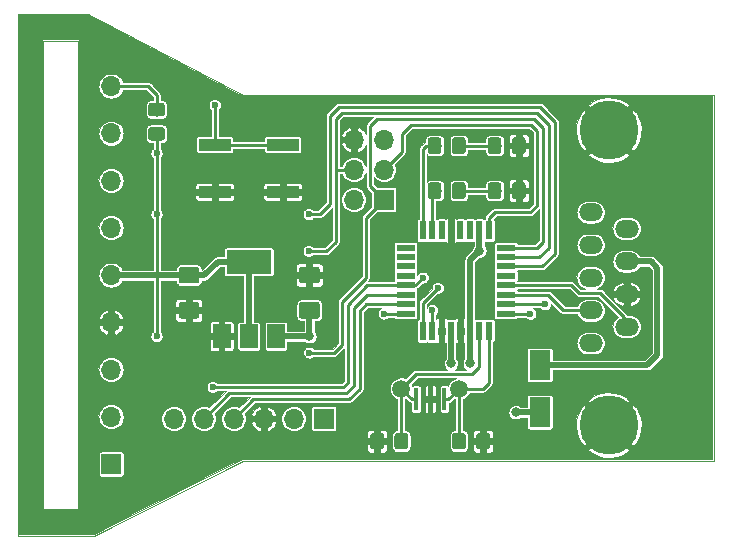
<source format=gbr>
G04 #@! TF.GenerationSoftware,KiCad,Pcbnew,5.1.4-e60b266~84~ubuntu16.04.1*
G04 #@! TF.CreationDate,2019-11-10T18:33:16+00:00*
G04 #@! TF.ProjectId,OpenPSX2AmigaPadAdapter,4f70656e-5053-4583-9241-6d6967615061,2*
G04 #@! TF.SameCoordinates,Original*
G04 #@! TF.FileFunction,Copper,L1,Top*
G04 #@! TF.FilePolarity,Positive*
%FSLAX46Y46*%
G04 Gerber Fmt 4.6, Leading zero omitted, Abs format (unit mm)*
G04 Created by KiCad (PCBNEW 5.1.4-e60b266~84~ubuntu16.04.1) date 2019-11-10 18:33:16*
%MOMM*%
%LPD*%
G04 APERTURE LIST*
%ADD10C,0.050000*%
%ADD11O,1.700000X1.700000*%
%ADD12R,1.700000X1.700000*%
%ADD13C,0.100000*%
%ADD14C,1.425000*%
%ADD15C,1.150000*%
%ADD16R,0.550000X1.600000*%
%ADD17R,1.600000X0.550000*%
%ADD18R,3.800000X2.000000*%
%ADD19R,1.500000X2.000000*%
%ADD20C,1.500000*%
%ADD21C,5.001260*%
%ADD22O,1.998980X1.501140*%
%ADD23R,2.750000X1.000000*%
%ADD24R,1.800000X2.500000*%
%ADD25R,0.400000X1.900000*%
%ADD26C,0.800000*%
%ADD27C,0.500000*%
%ADD28C,0.600000*%
%ADD29C,0.500000*%
%ADD30C,0.250000*%
%ADD31C,0.025400*%
G04 APERTURE END LIST*
D10*
X113792000Y-95758000D02*
X110871000Y-95758000D01*
X113792000Y-56134000D02*
X113792000Y-95758000D01*
X110871000Y-56134000D02*
X113792000Y-56134000D01*
X110871000Y-95758000D02*
X110871000Y-56134000D01*
X167640000Y-91694000D02*
X127762000Y-91694000D01*
X127762000Y-91694000D02*
X115189000Y-98044000D01*
X108712000Y-98044000D02*
X115189000Y-98044000D01*
X108712000Y-53848000D02*
X108712000Y-98044000D01*
X114681000Y-53848000D02*
X108712000Y-53848000D01*
X127762000Y-60706000D02*
X114681000Y-53848000D01*
X127762000Y-60706000D02*
X167640000Y-60706000D01*
X167640000Y-60706000D02*
X167640000Y-91694000D01*
D11*
X116616000Y-59982500D03*
X116616000Y-63982500D03*
X116616000Y-67982500D03*
X116616000Y-71982500D03*
X116616000Y-75982500D03*
X116616000Y-79982500D03*
X116616000Y-83982500D03*
X116616000Y-87982500D03*
D12*
X116616000Y-91982500D03*
D13*
G36*
X134049504Y-75271204D02*
G01*
X134073773Y-75274804D01*
X134097571Y-75280765D01*
X134120671Y-75289030D01*
X134142849Y-75299520D01*
X134163893Y-75312133D01*
X134183598Y-75326747D01*
X134201777Y-75343223D01*
X134218253Y-75361402D01*
X134232867Y-75381107D01*
X134245480Y-75402151D01*
X134255970Y-75424329D01*
X134264235Y-75447429D01*
X134270196Y-75471227D01*
X134273796Y-75495496D01*
X134275000Y-75520000D01*
X134275000Y-76445000D01*
X134273796Y-76469504D01*
X134270196Y-76493773D01*
X134264235Y-76517571D01*
X134255970Y-76540671D01*
X134245480Y-76562849D01*
X134232867Y-76583893D01*
X134218253Y-76603598D01*
X134201777Y-76621777D01*
X134183598Y-76638253D01*
X134163893Y-76652867D01*
X134142849Y-76665480D01*
X134120671Y-76675970D01*
X134097571Y-76684235D01*
X134073773Y-76690196D01*
X134049504Y-76693796D01*
X134025000Y-76695000D01*
X132775000Y-76695000D01*
X132750496Y-76693796D01*
X132726227Y-76690196D01*
X132702429Y-76684235D01*
X132679329Y-76675970D01*
X132657151Y-76665480D01*
X132636107Y-76652867D01*
X132616402Y-76638253D01*
X132598223Y-76621777D01*
X132581747Y-76603598D01*
X132567133Y-76583893D01*
X132554520Y-76562849D01*
X132544030Y-76540671D01*
X132535765Y-76517571D01*
X132529804Y-76493773D01*
X132526204Y-76469504D01*
X132525000Y-76445000D01*
X132525000Y-75520000D01*
X132526204Y-75495496D01*
X132529804Y-75471227D01*
X132535765Y-75447429D01*
X132544030Y-75424329D01*
X132554520Y-75402151D01*
X132567133Y-75381107D01*
X132581747Y-75361402D01*
X132598223Y-75343223D01*
X132616402Y-75326747D01*
X132636107Y-75312133D01*
X132657151Y-75299520D01*
X132679329Y-75289030D01*
X132702429Y-75280765D01*
X132726227Y-75274804D01*
X132750496Y-75271204D01*
X132775000Y-75270000D01*
X134025000Y-75270000D01*
X134049504Y-75271204D01*
X134049504Y-75271204D01*
G37*
D14*
X133400000Y-75982500D03*
D13*
G36*
X134049504Y-78246204D02*
G01*
X134073773Y-78249804D01*
X134097571Y-78255765D01*
X134120671Y-78264030D01*
X134142849Y-78274520D01*
X134163893Y-78287133D01*
X134183598Y-78301747D01*
X134201777Y-78318223D01*
X134218253Y-78336402D01*
X134232867Y-78356107D01*
X134245480Y-78377151D01*
X134255970Y-78399329D01*
X134264235Y-78422429D01*
X134270196Y-78446227D01*
X134273796Y-78470496D01*
X134275000Y-78495000D01*
X134275000Y-79420000D01*
X134273796Y-79444504D01*
X134270196Y-79468773D01*
X134264235Y-79492571D01*
X134255970Y-79515671D01*
X134245480Y-79537849D01*
X134232867Y-79558893D01*
X134218253Y-79578598D01*
X134201777Y-79596777D01*
X134183598Y-79613253D01*
X134163893Y-79627867D01*
X134142849Y-79640480D01*
X134120671Y-79650970D01*
X134097571Y-79659235D01*
X134073773Y-79665196D01*
X134049504Y-79668796D01*
X134025000Y-79670000D01*
X132775000Y-79670000D01*
X132750496Y-79668796D01*
X132726227Y-79665196D01*
X132702429Y-79659235D01*
X132679329Y-79650970D01*
X132657151Y-79640480D01*
X132636107Y-79627867D01*
X132616402Y-79613253D01*
X132598223Y-79596777D01*
X132581747Y-79578598D01*
X132567133Y-79558893D01*
X132554520Y-79537849D01*
X132544030Y-79515671D01*
X132535765Y-79492571D01*
X132529804Y-79468773D01*
X132526204Y-79444504D01*
X132525000Y-79420000D01*
X132525000Y-78495000D01*
X132526204Y-78470496D01*
X132529804Y-78446227D01*
X132535765Y-78422429D01*
X132544030Y-78399329D01*
X132554520Y-78377151D01*
X132567133Y-78356107D01*
X132581747Y-78336402D01*
X132598223Y-78318223D01*
X132616402Y-78301747D01*
X132636107Y-78287133D01*
X132657151Y-78274520D01*
X132679329Y-78264030D01*
X132702429Y-78255765D01*
X132726227Y-78249804D01*
X132750496Y-78246204D01*
X132775000Y-78245000D01*
X134025000Y-78245000D01*
X134049504Y-78246204D01*
X134049504Y-78246204D01*
G37*
D14*
X133400000Y-78957500D03*
D13*
G36*
X123849504Y-78246204D02*
G01*
X123873773Y-78249804D01*
X123897571Y-78255765D01*
X123920671Y-78264030D01*
X123942849Y-78274520D01*
X123963893Y-78287133D01*
X123983598Y-78301747D01*
X124001777Y-78318223D01*
X124018253Y-78336402D01*
X124032867Y-78356107D01*
X124045480Y-78377151D01*
X124055970Y-78399329D01*
X124064235Y-78422429D01*
X124070196Y-78446227D01*
X124073796Y-78470496D01*
X124075000Y-78495000D01*
X124075000Y-79420000D01*
X124073796Y-79444504D01*
X124070196Y-79468773D01*
X124064235Y-79492571D01*
X124055970Y-79515671D01*
X124045480Y-79537849D01*
X124032867Y-79558893D01*
X124018253Y-79578598D01*
X124001777Y-79596777D01*
X123983598Y-79613253D01*
X123963893Y-79627867D01*
X123942849Y-79640480D01*
X123920671Y-79650970D01*
X123897571Y-79659235D01*
X123873773Y-79665196D01*
X123849504Y-79668796D01*
X123825000Y-79670000D01*
X122575000Y-79670000D01*
X122550496Y-79668796D01*
X122526227Y-79665196D01*
X122502429Y-79659235D01*
X122479329Y-79650970D01*
X122457151Y-79640480D01*
X122436107Y-79627867D01*
X122416402Y-79613253D01*
X122398223Y-79596777D01*
X122381747Y-79578598D01*
X122367133Y-79558893D01*
X122354520Y-79537849D01*
X122344030Y-79515671D01*
X122335765Y-79492571D01*
X122329804Y-79468773D01*
X122326204Y-79444504D01*
X122325000Y-79420000D01*
X122325000Y-78495000D01*
X122326204Y-78470496D01*
X122329804Y-78446227D01*
X122335765Y-78422429D01*
X122344030Y-78399329D01*
X122354520Y-78377151D01*
X122367133Y-78356107D01*
X122381747Y-78336402D01*
X122398223Y-78318223D01*
X122416402Y-78301747D01*
X122436107Y-78287133D01*
X122457151Y-78274520D01*
X122479329Y-78264030D01*
X122502429Y-78255765D01*
X122526227Y-78249804D01*
X122550496Y-78246204D01*
X122575000Y-78245000D01*
X123825000Y-78245000D01*
X123849504Y-78246204D01*
X123849504Y-78246204D01*
G37*
D14*
X123200000Y-78957500D03*
D13*
G36*
X123849504Y-75271204D02*
G01*
X123873773Y-75274804D01*
X123897571Y-75280765D01*
X123920671Y-75289030D01*
X123942849Y-75299520D01*
X123963893Y-75312133D01*
X123983598Y-75326747D01*
X124001777Y-75343223D01*
X124018253Y-75361402D01*
X124032867Y-75381107D01*
X124045480Y-75402151D01*
X124055970Y-75424329D01*
X124064235Y-75447429D01*
X124070196Y-75471227D01*
X124073796Y-75495496D01*
X124075000Y-75520000D01*
X124075000Y-76445000D01*
X124073796Y-76469504D01*
X124070196Y-76493773D01*
X124064235Y-76517571D01*
X124055970Y-76540671D01*
X124045480Y-76562849D01*
X124032867Y-76583893D01*
X124018253Y-76603598D01*
X124001777Y-76621777D01*
X123983598Y-76638253D01*
X123963893Y-76652867D01*
X123942849Y-76665480D01*
X123920671Y-76675970D01*
X123897571Y-76684235D01*
X123873773Y-76690196D01*
X123849504Y-76693796D01*
X123825000Y-76695000D01*
X122575000Y-76695000D01*
X122550496Y-76693796D01*
X122526227Y-76690196D01*
X122502429Y-76684235D01*
X122479329Y-76675970D01*
X122457151Y-76665480D01*
X122436107Y-76652867D01*
X122416402Y-76638253D01*
X122398223Y-76621777D01*
X122381747Y-76603598D01*
X122367133Y-76583893D01*
X122354520Y-76562849D01*
X122344030Y-76540671D01*
X122335765Y-76517571D01*
X122329804Y-76493773D01*
X122326204Y-76469504D01*
X122325000Y-76445000D01*
X122325000Y-75520000D01*
X122326204Y-75495496D01*
X122329804Y-75471227D01*
X122335765Y-75447429D01*
X122344030Y-75424329D01*
X122354520Y-75402151D01*
X122367133Y-75381107D01*
X122381747Y-75361402D01*
X122398223Y-75343223D01*
X122416402Y-75326747D01*
X122436107Y-75312133D01*
X122457151Y-75299520D01*
X122479329Y-75289030D01*
X122502429Y-75280765D01*
X122526227Y-75274804D01*
X122550496Y-75271204D01*
X122575000Y-75270000D01*
X123825000Y-75270000D01*
X123849504Y-75271204D01*
X123849504Y-75271204D01*
G37*
D14*
X123200000Y-75982500D03*
D13*
G36*
X139486505Y-89344204D02*
G01*
X139510773Y-89347804D01*
X139534572Y-89353765D01*
X139557671Y-89362030D01*
X139579850Y-89372520D01*
X139600893Y-89385132D01*
X139620599Y-89399747D01*
X139638777Y-89416223D01*
X139655253Y-89434401D01*
X139669868Y-89454107D01*
X139682480Y-89475150D01*
X139692970Y-89497329D01*
X139701235Y-89520428D01*
X139707196Y-89544227D01*
X139710796Y-89568495D01*
X139712000Y-89592999D01*
X139712000Y-90493001D01*
X139710796Y-90517505D01*
X139707196Y-90541773D01*
X139701235Y-90565572D01*
X139692970Y-90588671D01*
X139682480Y-90610850D01*
X139669868Y-90631893D01*
X139655253Y-90651599D01*
X139638777Y-90669777D01*
X139620599Y-90686253D01*
X139600893Y-90700868D01*
X139579850Y-90713480D01*
X139557671Y-90723970D01*
X139534572Y-90732235D01*
X139510773Y-90738196D01*
X139486505Y-90741796D01*
X139462001Y-90743000D01*
X138811999Y-90743000D01*
X138787495Y-90741796D01*
X138763227Y-90738196D01*
X138739428Y-90732235D01*
X138716329Y-90723970D01*
X138694150Y-90713480D01*
X138673107Y-90700868D01*
X138653401Y-90686253D01*
X138635223Y-90669777D01*
X138618747Y-90651599D01*
X138604132Y-90631893D01*
X138591520Y-90610850D01*
X138581030Y-90588671D01*
X138572765Y-90565572D01*
X138566804Y-90541773D01*
X138563204Y-90517505D01*
X138562000Y-90493001D01*
X138562000Y-89592999D01*
X138563204Y-89568495D01*
X138566804Y-89544227D01*
X138572765Y-89520428D01*
X138581030Y-89497329D01*
X138591520Y-89475150D01*
X138604132Y-89454107D01*
X138618747Y-89434401D01*
X138635223Y-89416223D01*
X138653401Y-89399747D01*
X138673107Y-89385132D01*
X138694150Y-89372520D01*
X138716329Y-89362030D01*
X138739428Y-89353765D01*
X138763227Y-89347804D01*
X138787495Y-89344204D01*
X138811999Y-89343000D01*
X139462001Y-89343000D01*
X139486505Y-89344204D01*
X139486505Y-89344204D01*
G37*
D15*
X139137000Y-90043000D03*
D13*
G36*
X141536505Y-89344204D02*
G01*
X141560773Y-89347804D01*
X141584572Y-89353765D01*
X141607671Y-89362030D01*
X141629850Y-89372520D01*
X141650893Y-89385132D01*
X141670599Y-89399747D01*
X141688777Y-89416223D01*
X141705253Y-89434401D01*
X141719868Y-89454107D01*
X141732480Y-89475150D01*
X141742970Y-89497329D01*
X141751235Y-89520428D01*
X141757196Y-89544227D01*
X141760796Y-89568495D01*
X141762000Y-89592999D01*
X141762000Y-90493001D01*
X141760796Y-90517505D01*
X141757196Y-90541773D01*
X141751235Y-90565572D01*
X141742970Y-90588671D01*
X141732480Y-90610850D01*
X141719868Y-90631893D01*
X141705253Y-90651599D01*
X141688777Y-90669777D01*
X141670599Y-90686253D01*
X141650893Y-90700868D01*
X141629850Y-90713480D01*
X141607671Y-90723970D01*
X141584572Y-90732235D01*
X141560773Y-90738196D01*
X141536505Y-90741796D01*
X141512001Y-90743000D01*
X140861999Y-90743000D01*
X140837495Y-90741796D01*
X140813227Y-90738196D01*
X140789428Y-90732235D01*
X140766329Y-90723970D01*
X140744150Y-90713480D01*
X140723107Y-90700868D01*
X140703401Y-90686253D01*
X140685223Y-90669777D01*
X140668747Y-90651599D01*
X140654132Y-90631893D01*
X140641520Y-90610850D01*
X140631030Y-90588671D01*
X140622765Y-90565572D01*
X140616804Y-90541773D01*
X140613204Y-90517505D01*
X140612000Y-90493001D01*
X140612000Y-89592999D01*
X140613204Y-89568495D01*
X140616804Y-89544227D01*
X140622765Y-89520428D01*
X140631030Y-89497329D01*
X140641520Y-89475150D01*
X140654132Y-89454107D01*
X140668747Y-89434401D01*
X140685223Y-89416223D01*
X140703401Y-89399747D01*
X140723107Y-89385132D01*
X140744150Y-89372520D01*
X140766329Y-89362030D01*
X140789428Y-89353765D01*
X140813227Y-89347804D01*
X140837495Y-89344204D01*
X140861999Y-89343000D01*
X141512001Y-89343000D01*
X141536505Y-89344204D01*
X141536505Y-89344204D01*
G37*
D15*
X141187000Y-90043000D03*
D13*
G36*
X146416505Y-89344204D02*
G01*
X146440773Y-89347804D01*
X146464572Y-89353765D01*
X146487671Y-89362030D01*
X146509850Y-89372520D01*
X146530893Y-89385132D01*
X146550599Y-89399747D01*
X146568777Y-89416223D01*
X146585253Y-89434401D01*
X146599868Y-89454107D01*
X146612480Y-89475150D01*
X146622970Y-89497329D01*
X146631235Y-89520428D01*
X146637196Y-89544227D01*
X146640796Y-89568495D01*
X146642000Y-89592999D01*
X146642000Y-90493001D01*
X146640796Y-90517505D01*
X146637196Y-90541773D01*
X146631235Y-90565572D01*
X146622970Y-90588671D01*
X146612480Y-90610850D01*
X146599868Y-90631893D01*
X146585253Y-90651599D01*
X146568777Y-90669777D01*
X146550599Y-90686253D01*
X146530893Y-90700868D01*
X146509850Y-90713480D01*
X146487671Y-90723970D01*
X146464572Y-90732235D01*
X146440773Y-90738196D01*
X146416505Y-90741796D01*
X146392001Y-90743000D01*
X145741999Y-90743000D01*
X145717495Y-90741796D01*
X145693227Y-90738196D01*
X145669428Y-90732235D01*
X145646329Y-90723970D01*
X145624150Y-90713480D01*
X145603107Y-90700868D01*
X145583401Y-90686253D01*
X145565223Y-90669777D01*
X145548747Y-90651599D01*
X145534132Y-90631893D01*
X145521520Y-90610850D01*
X145511030Y-90588671D01*
X145502765Y-90565572D01*
X145496804Y-90541773D01*
X145493204Y-90517505D01*
X145492000Y-90493001D01*
X145492000Y-89592999D01*
X145493204Y-89568495D01*
X145496804Y-89544227D01*
X145502765Y-89520428D01*
X145511030Y-89497329D01*
X145521520Y-89475150D01*
X145534132Y-89454107D01*
X145548747Y-89434401D01*
X145565223Y-89416223D01*
X145583401Y-89399747D01*
X145603107Y-89385132D01*
X145624150Y-89372520D01*
X145646329Y-89362030D01*
X145669428Y-89353765D01*
X145693227Y-89347804D01*
X145717495Y-89344204D01*
X145741999Y-89343000D01*
X146392001Y-89343000D01*
X146416505Y-89344204D01*
X146416505Y-89344204D01*
G37*
D15*
X146067000Y-90043000D03*
D13*
G36*
X148466505Y-89344204D02*
G01*
X148490773Y-89347804D01*
X148514572Y-89353765D01*
X148537671Y-89362030D01*
X148559850Y-89372520D01*
X148580893Y-89385132D01*
X148600599Y-89399747D01*
X148618777Y-89416223D01*
X148635253Y-89434401D01*
X148649868Y-89454107D01*
X148662480Y-89475150D01*
X148672970Y-89497329D01*
X148681235Y-89520428D01*
X148687196Y-89544227D01*
X148690796Y-89568495D01*
X148692000Y-89592999D01*
X148692000Y-90493001D01*
X148690796Y-90517505D01*
X148687196Y-90541773D01*
X148681235Y-90565572D01*
X148672970Y-90588671D01*
X148662480Y-90610850D01*
X148649868Y-90631893D01*
X148635253Y-90651599D01*
X148618777Y-90669777D01*
X148600599Y-90686253D01*
X148580893Y-90700868D01*
X148559850Y-90713480D01*
X148537671Y-90723970D01*
X148514572Y-90732235D01*
X148490773Y-90738196D01*
X148466505Y-90741796D01*
X148442001Y-90743000D01*
X147791999Y-90743000D01*
X147767495Y-90741796D01*
X147743227Y-90738196D01*
X147719428Y-90732235D01*
X147696329Y-90723970D01*
X147674150Y-90713480D01*
X147653107Y-90700868D01*
X147633401Y-90686253D01*
X147615223Y-90669777D01*
X147598747Y-90651599D01*
X147584132Y-90631893D01*
X147571520Y-90610850D01*
X147561030Y-90588671D01*
X147552765Y-90565572D01*
X147546804Y-90541773D01*
X147543204Y-90517505D01*
X147542000Y-90493001D01*
X147542000Y-89592999D01*
X147543204Y-89568495D01*
X147546804Y-89544227D01*
X147552765Y-89520428D01*
X147561030Y-89497329D01*
X147571520Y-89475150D01*
X147584132Y-89454107D01*
X147598747Y-89434401D01*
X147615223Y-89416223D01*
X147633401Y-89399747D01*
X147653107Y-89385132D01*
X147674150Y-89372520D01*
X147696329Y-89362030D01*
X147719428Y-89353765D01*
X147743227Y-89347804D01*
X147767495Y-89344204D01*
X147791999Y-89343000D01*
X148442001Y-89343000D01*
X148466505Y-89344204D01*
X148466505Y-89344204D01*
G37*
D15*
X148117000Y-90043000D03*
D13*
G36*
X149438505Y-68135204D02*
G01*
X149462773Y-68138804D01*
X149486572Y-68144765D01*
X149509671Y-68153030D01*
X149531850Y-68163520D01*
X149552893Y-68176132D01*
X149572599Y-68190747D01*
X149590777Y-68207223D01*
X149607253Y-68225401D01*
X149621868Y-68245107D01*
X149634480Y-68266150D01*
X149644970Y-68288329D01*
X149653235Y-68311428D01*
X149659196Y-68335227D01*
X149662796Y-68359495D01*
X149664000Y-68383999D01*
X149664000Y-69284001D01*
X149662796Y-69308505D01*
X149659196Y-69332773D01*
X149653235Y-69356572D01*
X149644970Y-69379671D01*
X149634480Y-69401850D01*
X149621868Y-69422893D01*
X149607253Y-69442599D01*
X149590777Y-69460777D01*
X149572599Y-69477253D01*
X149552893Y-69491868D01*
X149531850Y-69504480D01*
X149509671Y-69514970D01*
X149486572Y-69523235D01*
X149462773Y-69529196D01*
X149438505Y-69532796D01*
X149414001Y-69534000D01*
X148763999Y-69534000D01*
X148739495Y-69532796D01*
X148715227Y-69529196D01*
X148691428Y-69523235D01*
X148668329Y-69514970D01*
X148646150Y-69504480D01*
X148625107Y-69491868D01*
X148605401Y-69477253D01*
X148587223Y-69460777D01*
X148570747Y-69442599D01*
X148556132Y-69422893D01*
X148543520Y-69401850D01*
X148533030Y-69379671D01*
X148524765Y-69356572D01*
X148518804Y-69332773D01*
X148515204Y-69308505D01*
X148514000Y-69284001D01*
X148514000Y-68383999D01*
X148515204Y-68359495D01*
X148518804Y-68335227D01*
X148524765Y-68311428D01*
X148533030Y-68288329D01*
X148543520Y-68266150D01*
X148556132Y-68245107D01*
X148570747Y-68225401D01*
X148587223Y-68207223D01*
X148605401Y-68190747D01*
X148625107Y-68176132D01*
X148646150Y-68163520D01*
X148668329Y-68153030D01*
X148691428Y-68144765D01*
X148715227Y-68138804D01*
X148739495Y-68135204D01*
X148763999Y-68134000D01*
X149414001Y-68134000D01*
X149438505Y-68135204D01*
X149438505Y-68135204D01*
G37*
D15*
X149089000Y-68834000D03*
D13*
G36*
X151488505Y-68135204D02*
G01*
X151512773Y-68138804D01*
X151536572Y-68144765D01*
X151559671Y-68153030D01*
X151581850Y-68163520D01*
X151602893Y-68176132D01*
X151622599Y-68190747D01*
X151640777Y-68207223D01*
X151657253Y-68225401D01*
X151671868Y-68245107D01*
X151684480Y-68266150D01*
X151694970Y-68288329D01*
X151703235Y-68311428D01*
X151709196Y-68335227D01*
X151712796Y-68359495D01*
X151714000Y-68383999D01*
X151714000Y-69284001D01*
X151712796Y-69308505D01*
X151709196Y-69332773D01*
X151703235Y-69356572D01*
X151694970Y-69379671D01*
X151684480Y-69401850D01*
X151671868Y-69422893D01*
X151657253Y-69442599D01*
X151640777Y-69460777D01*
X151622599Y-69477253D01*
X151602893Y-69491868D01*
X151581850Y-69504480D01*
X151559671Y-69514970D01*
X151536572Y-69523235D01*
X151512773Y-69529196D01*
X151488505Y-69532796D01*
X151464001Y-69534000D01*
X150813999Y-69534000D01*
X150789495Y-69532796D01*
X150765227Y-69529196D01*
X150741428Y-69523235D01*
X150718329Y-69514970D01*
X150696150Y-69504480D01*
X150675107Y-69491868D01*
X150655401Y-69477253D01*
X150637223Y-69460777D01*
X150620747Y-69442599D01*
X150606132Y-69422893D01*
X150593520Y-69401850D01*
X150583030Y-69379671D01*
X150574765Y-69356572D01*
X150568804Y-69332773D01*
X150565204Y-69308505D01*
X150564000Y-69284001D01*
X150564000Y-68383999D01*
X150565204Y-68359495D01*
X150568804Y-68335227D01*
X150574765Y-68311428D01*
X150583030Y-68288329D01*
X150593520Y-68266150D01*
X150606132Y-68245107D01*
X150620747Y-68225401D01*
X150637223Y-68207223D01*
X150655401Y-68190747D01*
X150675107Y-68176132D01*
X150696150Y-68163520D01*
X150718329Y-68153030D01*
X150741428Y-68144765D01*
X150765227Y-68138804D01*
X150789495Y-68135204D01*
X150813999Y-68134000D01*
X151464001Y-68134000D01*
X151488505Y-68135204D01*
X151488505Y-68135204D01*
G37*
D15*
X151139000Y-68834000D03*
D13*
G36*
X151488505Y-64325204D02*
G01*
X151512773Y-64328804D01*
X151536572Y-64334765D01*
X151559671Y-64343030D01*
X151581850Y-64353520D01*
X151602893Y-64366132D01*
X151622599Y-64380747D01*
X151640777Y-64397223D01*
X151657253Y-64415401D01*
X151671868Y-64435107D01*
X151684480Y-64456150D01*
X151694970Y-64478329D01*
X151703235Y-64501428D01*
X151709196Y-64525227D01*
X151712796Y-64549495D01*
X151714000Y-64573999D01*
X151714000Y-65474001D01*
X151712796Y-65498505D01*
X151709196Y-65522773D01*
X151703235Y-65546572D01*
X151694970Y-65569671D01*
X151684480Y-65591850D01*
X151671868Y-65612893D01*
X151657253Y-65632599D01*
X151640777Y-65650777D01*
X151622599Y-65667253D01*
X151602893Y-65681868D01*
X151581850Y-65694480D01*
X151559671Y-65704970D01*
X151536572Y-65713235D01*
X151512773Y-65719196D01*
X151488505Y-65722796D01*
X151464001Y-65724000D01*
X150813999Y-65724000D01*
X150789495Y-65722796D01*
X150765227Y-65719196D01*
X150741428Y-65713235D01*
X150718329Y-65704970D01*
X150696150Y-65694480D01*
X150675107Y-65681868D01*
X150655401Y-65667253D01*
X150637223Y-65650777D01*
X150620747Y-65632599D01*
X150606132Y-65612893D01*
X150593520Y-65591850D01*
X150583030Y-65569671D01*
X150574765Y-65546572D01*
X150568804Y-65522773D01*
X150565204Y-65498505D01*
X150564000Y-65474001D01*
X150564000Y-64573999D01*
X150565204Y-64549495D01*
X150568804Y-64525227D01*
X150574765Y-64501428D01*
X150583030Y-64478329D01*
X150593520Y-64456150D01*
X150606132Y-64435107D01*
X150620747Y-64415401D01*
X150637223Y-64397223D01*
X150655401Y-64380747D01*
X150675107Y-64366132D01*
X150696150Y-64353520D01*
X150718329Y-64343030D01*
X150741428Y-64334765D01*
X150765227Y-64328804D01*
X150789495Y-64325204D01*
X150813999Y-64324000D01*
X151464001Y-64324000D01*
X151488505Y-64325204D01*
X151488505Y-64325204D01*
G37*
D15*
X151139000Y-65024000D03*
D13*
G36*
X149438505Y-64325204D02*
G01*
X149462773Y-64328804D01*
X149486572Y-64334765D01*
X149509671Y-64343030D01*
X149531850Y-64353520D01*
X149552893Y-64366132D01*
X149572599Y-64380747D01*
X149590777Y-64397223D01*
X149607253Y-64415401D01*
X149621868Y-64435107D01*
X149634480Y-64456150D01*
X149644970Y-64478329D01*
X149653235Y-64501428D01*
X149659196Y-64525227D01*
X149662796Y-64549495D01*
X149664000Y-64573999D01*
X149664000Y-65474001D01*
X149662796Y-65498505D01*
X149659196Y-65522773D01*
X149653235Y-65546572D01*
X149644970Y-65569671D01*
X149634480Y-65591850D01*
X149621868Y-65612893D01*
X149607253Y-65632599D01*
X149590777Y-65650777D01*
X149572599Y-65667253D01*
X149552893Y-65681868D01*
X149531850Y-65694480D01*
X149509671Y-65704970D01*
X149486572Y-65713235D01*
X149462773Y-65719196D01*
X149438505Y-65722796D01*
X149414001Y-65724000D01*
X148763999Y-65724000D01*
X148739495Y-65722796D01*
X148715227Y-65719196D01*
X148691428Y-65713235D01*
X148668329Y-65704970D01*
X148646150Y-65694480D01*
X148625107Y-65681868D01*
X148605401Y-65667253D01*
X148587223Y-65650777D01*
X148570747Y-65632599D01*
X148556132Y-65612893D01*
X148543520Y-65591850D01*
X148533030Y-65569671D01*
X148524765Y-65546572D01*
X148518804Y-65522773D01*
X148515204Y-65498505D01*
X148514000Y-65474001D01*
X148514000Y-64573999D01*
X148515204Y-64549495D01*
X148518804Y-64525227D01*
X148524765Y-64501428D01*
X148533030Y-64478329D01*
X148543520Y-64456150D01*
X148556132Y-64435107D01*
X148570747Y-64415401D01*
X148587223Y-64397223D01*
X148605401Y-64380747D01*
X148625107Y-64366132D01*
X148646150Y-64353520D01*
X148668329Y-64343030D01*
X148691428Y-64334765D01*
X148715227Y-64328804D01*
X148739495Y-64325204D01*
X148763999Y-64324000D01*
X149414001Y-64324000D01*
X149438505Y-64325204D01*
X149438505Y-64325204D01*
G37*
D15*
X149089000Y-65024000D03*
D13*
G36*
X146408505Y-68135204D02*
G01*
X146432773Y-68138804D01*
X146456572Y-68144765D01*
X146479671Y-68153030D01*
X146501850Y-68163520D01*
X146522893Y-68176132D01*
X146542599Y-68190747D01*
X146560777Y-68207223D01*
X146577253Y-68225401D01*
X146591868Y-68245107D01*
X146604480Y-68266150D01*
X146614970Y-68288329D01*
X146623235Y-68311428D01*
X146629196Y-68335227D01*
X146632796Y-68359495D01*
X146634000Y-68383999D01*
X146634000Y-69284001D01*
X146632796Y-69308505D01*
X146629196Y-69332773D01*
X146623235Y-69356572D01*
X146614970Y-69379671D01*
X146604480Y-69401850D01*
X146591868Y-69422893D01*
X146577253Y-69442599D01*
X146560777Y-69460777D01*
X146542599Y-69477253D01*
X146522893Y-69491868D01*
X146501850Y-69504480D01*
X146479671Y-69514970D01*
X146456572Y-69523235D01*
X146432773Y-69529196D01*
X146408505Y-69532796D01*
X146384001Y-69534000D01*
X145733999Y-69534000D01*
X145709495Y-69532796D01*
X145685227Y-69529196D01*
X145661428Y-69523235D01*
X145638329Y-69514970D01*
X145616150Y-69504480D01*
X145595107Y-69491868D01*
X145575401Y-69477253D01*
X145557223Y-69460777D01*
X145540747Y-69442599D01*
X145526132Y-69422893D01*
X145513520Y-69401850D01*
X145503030Y-69379671D01*
X145494765Y-69356572D01*
X145488804Y-69332773D01*
X145485204Y-69308505D01*
X145484000Y-69284001D01*
X145484000Y-68383999D01*
X145485204Y-68359495D01*
X145488804Y-68335227D01*
X145494765Y-68311428D01*
X145503030Y-68288329D01*
X145513520Y-68266150D01*
X145526132Y-68245107D01*
X145540747Y-68225401D01*
X145557223Y-68207223D01*
X145575401Y-68190747D01*
X145595107Y-68176132D01*
X145616150Y-68163520D01*
X145638329Y-68153030D01*
X145661428Y-68144765D01*
X145685227Y-68138804D01*
X145709495Y-68135204D01*
X145733999Y-68134000D01*
X146384001Y-68134000D01*
X146408505Y-68135204D01*
X146408505Y-68135204D01*
G37*
D15*
X146059000Y-68834000D03*
D13*
G36*
X144358505Y-68135204D02*
G01*
X144382773Y-68138804D01*
X144406572Y-68144765D01*
X144429671Y-68153030D01*
X144451850Y-68163520D01*
X144472893Y-68176132D01*
X144492599Y-68190747D01*
X144510777Y-68207223D01*
X144527253Y-68225401D01*
X144541868Y-68245107D01*
X144554480Y-68266150D01*
X144564970Y-68288329D01*
X144573235Y-68311428D01*
X144579196Y-68335227D01*
X144582796Y-68359495D01*
X144584000Y-68383999D01*
X144584000Y-69284001D01*
X144582796Y-69308505D01*
X144579196Y-69332773D01*
X144573235Y-69356572D01*
X144564970Y-69379671D01*
X144554480Y-69401850D01*
X144541868Y-69422893D01*
X144527253Y-69442599D01*
X144510777Y-69460777D01*
X144492599Y-69477253D01*
X144472893Y-69491868D01*
X144451850Y-69504480D01*
X144429671Y-69514970D01*
X144406572Y-69523235D01*
X144382773Y-69529196D01*
X144358505Y-69532796D01*
X144334001Y-69534000D01*
X143683999Y-69534000D01*
X143659495Y-69532796D01*
X143635227Y-69529196D01*
X143611428Y-69523235D01*
X143588329Y-69514970D01*
X143566150Y-69504480D01*
X143545107Y-69491868D01*
X143525401Y-69477253D01*
X143507223Y-69460777D01*
X143490747Y-69442599D01*
X143476132Y-69422893D01*
X143463520Y-69401850D01*
X143453030Y-69379671D01*
X143444765Y-69356572D01*
X143438804Y-69332773D01*
X143435204Y-69308505D01*
X143434000Y-69284001D01*
X143434000Y-68383999D01*
X143435204Y-68359495D01*
X143438804Y-68335227D01*
X143444765Y-68311428D01*
X143453030Y-68288329D01*
X143463520Y-68266150D01*
X143476132Y-68245107D01*
X143490747Y-68225401D01*
X143507223Y-68207223D01*
X143525401Y-68190747D01*
X143545107Y-68176132D01*
X143566150Y-68163520D01*
X143588329Y-68153030D01*
X143611428Y-68144765D01*
X143635227Y-68138804D01*
X143659495Y-68135204D01*
X143683999Y-68134000D01*
X144334001Y-68134000D01*
X144358505Y-68135204D01*
X144358505Y-68135204D01*
G37*
D15*
X144009000Y-68834000D03*
D13*
G36*
X144358505Y-64325204D02*
G01*
X144382773Y-64328804D01*
X144406572Y-64334765D01*
X144429671Y-64343030D01*
X144451850Y-64353520D01*
X144472893Y-64366132D01*
X144492599Y-64380747D01*
X144510777Y-64397223D01*
X144527253Y-64415401D01*
X144541868Y-64435107D01*
X144554480Y-64456150D01*
X144564970Y-64478329D01*
X144573235Y-64501428D01*
X144579196Y-64525227D01*
X144582796Y-64549495D01*
X144584000Y-64573999D01*
X144584000Y-65474001D01*
X144582796Y-65498505D01*
X144579196Y-65522773D01*
X144573235Y-65546572D01*
X144564970Y-65569671D01*
X144554480Y-65591850D01*
X144541868Y-65612893D01*
X144527253Y-65632599D01*
X144510777Y-65650777D01*
X144492599Y-65667253D01*
X144472893Y-65681868D01*
X144451850Y-65694480D01*
X144429671Y-65704970D01*
X144406572Y-65713235D01*
X144382773Y-65719196D01*
X144358505Y-65722796D01*
X144334001Y-65724000D01*
X143683999Y-65724000D01*
X143659495Y-65722796D01*
X143635227Y-65719196D01*
X143611428Y-65713235D01*
X143588329Y-65704970D01*
X143566150Y-65694480D01*
X143545107Y-65681868D01*
X143525401Y-65667253D01*
X143507223Y-65650777D01*
X143490747Y-65632599D01*
X143476132Y-65612893D01*
X143463520Y-65591850D01*
X143453030Y-65569671D01*
X143444765Y-65546572D01*
X143438804Y-65522773D01*
X143435204Y-65498505D01*
X143434000Y-65474001D01*
X143434000Y-64573999D01*
X143435204Y-64549495D01*
X143438804Y-64525227D01*
X143444765Y-64501428D01*
X143453030Y-64478329D01*
X143463520Y-64456150D01*
X143476132Y-64435107D01*
X143490747Y-64415401D01*
X143507223Y-64397223D01*
X143525401Y-64380747D01*
X143545107Y-64366132D01*
X143566150Y-64353520D01*
X143588329Y-64343030D01*
X143611428Y-64334765D01*
X143635227Y-64328804D01*
X143659495Y-64325204D01*
X143683999Y-64324000D01*
X144334001Y-64324000D01*
X144358505Y-64325204D01*
X144358505Y-64325204D01*
G37*
D15*
X144009000Y-65024000D03*
D13*
G36*
X146408505Y-64325204D02*
G01*
X146432773Y-64328804D01*
X146456572Y-64334765D01*
X146479671Y-64343030D01*
X146501850Y-64353520D01*
X146522893Y-64366132D01*
X146542599Y-64380747D01*
X146560777Y-64397223D01*
X146577253Y-64415401D01*
X146591868Y-64435107D01*
X146604480Y-64456150D01*
X146614970Y-64478329D01*
X146623235Y-64501428D01*
X146629196Y-64525227D01*
X146632796Y-64549495D01*
X146634000Y-64573999D01*
X146634000Y-65474001D01*
X146632796Y-65498505D01*
X146629196Y-65522773D01*
X146623235Y-65546572D01*
X146614970Y-65569671D01*
X146604480Y-65591850D01*
X146591868Y-65612893D01*
X146577253Y-65632599D01*
X146560777Y-65650777D01*
X146542599Y-65667253D01*
X146522893Y-65681868D01*
X146501850Y-65694480D01*
X146479671Y-65704970D01*
X146456572Y-65713235D01*
X146432773Y-65719196D01*
X146408505Y-65722796D01*
X146384001Y-65724000D01*
X145733999Y-65724000D01*
X145709495Y-65722796D01*
X145685227Y-65719196D01*
X145661428Y-65713235D01*
X145638329Y-65704970D01*
X145616150Y-65694480D01*
X145595107Y-65681868D01*
X145575401Y-65667253D01*
X145557223Y-65650777D01*
X145540747Y-65632599D01*
X145526132Y-65612893D01*
X145513520Y-65591850D01*
X145503030Y-65569671D01*
X145494765Y-65546572D01*
X145488804Y-65522773D01*
X145485204Y-65498505D01*
X145484000Y-65474001D01*
X145484000Y-64573999D01*
X145485204Y-64549495D01*
X145488804Y-64525227D01*
X145494765Y-64501428D01*
X145503030Y-64478329D01*
X145513520Y-64456150D01*
X145526132Y-64435107D01*
X145540747Y-64415401D01*
X145557223Y-64397223D01*
X145575401Y-64380747D01*
X145595107Y-64366132D01*
X145616150Y-64353520D01*
X145638329Y-64343030D01*
X145661428Y-64334765D01*
X145685227Y-64328804D01*
X145709495Y-64325204D01*
X145733999Y-64324000D01*
X146384001Y-64324000D01*
X146408505Y-64325204D01*
X146408505Y-64325204D01*
G37*
D15*
X146059000Y-65024000D03*
D16*
X142996000Y-80704000D03*
X143796000Y-80704000D03*
X144596000Y-80704000D03*
X145396000Y-80704000D03*
X146196000Y-80704000D03*
X146996000Y-80704000D03*
X147796000Y-80704000D03*
X148596000Y-80704000D03*
D17*
X150046000Y-79254000D03*
X150046000Y-78454000D03*
X150046000Y-77654000D03*
X150046000Y-76854000D03*
X150046000Y-76054000D03*
X150046000Y-75254000D03*
X150046000Y-74454000D03*
X150046000Y-73654000D03*
D16*
X148596000Y-72204000D03*
X147796000Y-72204000D03*
X146996000Y-72204000D03*
X146196000Y-72204000D03*
X145396000Y-72204000D03*
X144596000Y-72204000D03*
X143796000Y-72204000D03*
X142996000Y-72204000D03*
D17*
X141546000Y-73654000D03*
X141546000Y-74454000D03*
X141546000Y-75254000D03*
X141546000Y-76054000D03*
X141546000Y-76854000D03*
X141546000Y-77654000D03*
X141546000Y-78454000D03*
X141546000Y-79254000D03*
D18*
X128270000Y-74862000D03*
D19*
X128270000Y-81162000D03*
X130570000Y-81162000D03*
X125970000Y-81162000D03*
D20*
X146067000Y-85598000D03*
X141187000Y-85598000D03*
D12*
X134620000Y-88138000D03*
D11*
X132080000Y-88138000D03*
X129540000Y-88138000D03*
X127000000Y-88138000D03*
X124460000Y-88138000D03*
X121920000Y-88138000D03*
D12*
X139700000Y-69596000D03*
D11*
X137160000Y-69596000D03*
X139700000Y-67056000D03*
X137160000Y-67056000D03*
X139700000Y-64516000D03*
X137160000Y-64516000D03*
D21*
X158750000Y-88694260D03*
D22*
X160268920Y-72044560D03*
X160268920Y-74815700D03*
X160268920Y-77584300D03*
X160268920Y-80355440D03*
X157231080Y-81739740D03*
X157231080Y-78971140D03*
X157231080Y-70660260D03*
X157231080Y-73428860D03*
X157231080Y-76200000D03*
D21*
X158750000Y-63705740D03*
D23*
X131150000Y-64944000D03*
X125390000Y-64944000D03*
X125390000Y-68944000D03*
X131150000Y-68944000D03*
D24*
X152908000Y-87598000D03*
X152908000Y-83598000D03*
D25*
X144837000Y-86487000D03*
X143637000Y-86487000D03*
X142437000Y-86487000D03*
D13*
G36*
X120939005Y-63443204D02*
G01*
X120963273Y-63446804D01*
X120987072Y-63452765D01*
X121010171Y-63461030D01*
X121032350Y-63471520D01*
X121053393Y-63484132D01*
X121073099Y-63498747D01*
X121091277Y-63515223D01*
X121107753Y-63533401D01*
X121122368Y-63553107D01*
X121134980Y-63574150D01*
X121145470Y-63596329D01*
X121153735Y-63619428D01*
X121159696Y-63643227D01*
X121163296Y-63667495D01*
X121164500Y-63691999D01*
X121164500Y-64342001D01*
X121163296Y-64366505D01*
X121159696Y-64390773D01*
X121153735Y-64414572D01*
X121145470Y-64437671D01*
X121134980Y-64459850D01*
X121122368Y-64480893D01*
X121107753Y-64500599D01*
X121091277Y-64518777D01*
X121073099Y-64535253D01*
X121053393Y-64549868D01*
X121032350Y-64562480D01*
X121010171Y-64572970D01*
X120987072Y-64581235D01*
X120963273Y-64587196D01*
X120939005Y-64590796D01*
X120914501Y-64592000D01*
X120014499Y-64592000D01*
X119989995Y-64590796D01*
X119965727Y-64587196D01*
X119941928Y-64581235D01*
X119918829Y-64572970D01*
X119896650Y-64562480D01*
X119875607Y-64549868D01*
X119855901Y-64535253D01*
X119837723Y-64518777D01*
X119821247Y-64500599D01*
X119806632Y-64480893D01*
X119794020Y-64459850D01*
X119783530Y-64437671D01*
X119775265Y-64414572D01*
X119769304Y-64390773D01*
X119765704Y-64366505D01*
X119764500Y-64342001D01*
X119764500Y-63691999D01*
X119765704Y-63667495D01*
X119769304Y-63643227D01*
X119775265Y-63619428D01*
X119783530Y-63596329D01*
X119794020Y-63574150D01*
X119806632Y-63553107D01*
X119821247Y-63533401D01*
X119837723Y-63515223D01*
X119855901Y-63498747D01*
X119875607Y-63484132D01*
X119896650Y-63471520D01*
X119918829Y-63461030D01*
X119941928Y-63452765D01*
X119965727Y-63446804D01*
X119989995Y-63443204D01*
X120014499Y-63442000D01*
X120914501Y-63442000D01*
X120939005Y-63443204D01*
X120939005Y-63443204D01*
G37*
D15*
X120464500Y-64017000D03*
D13*
G36*
X120939005Y-61393204D02*
G01*
X120963273Y-61396804D01*
X120987072Y-61402765D01*
X121010171Y-61411030D01*
X121032350Y-61421520D01*
X121053393Y-61434132D01*
X121073099Y-61448747D01*
X121091277Y-61465223D01*
X121107753Y-61483401D01*
X121122368Y-61503107D01*
X121134980Y-61524150D01*
X121145470Y-61546329D01*
X121153735Y-61569428D01*
X121159696Y-61593227D01*
X121163296Y-61617495D01*
X121164500Y-61641999D01*
X121164500Y-62292001D01*
X121163296Y-62316505D01*
X121159696Y-62340773D01*
X121153735Y-62364572D01*
X121145470Y-62387671D01*
X121134980Y-62409850D01*
X121122368Y-62430893D01*
X121107753Y-62450599D01*
X121091277Y-62468777D01*
X121073099Y-62485253D01*
X121053393Y-62499868D01*
X121032350Y-62512480D01*
X121010171Y-62522970D01*
X120987072Y-62531235D01*
X120963273Y-62537196D01*
X120939005Y-62540796D01*
X120914501Y-62542000D01*
X120014499Y-62542000D01*
X119989995Y-62540796D01*
X119965727Y-62537196D01*
X119941928Y-62531235D01*
X119918829Y-62522970D01*
X119896650Y-62512480D01*
X119875607Y-62499868D01*
X119855901Y-62485253D01*
X119837723Y-62468777D01*
X119821247Y-62450599D01*
X119806632Y-62430893D01*
X119794020Y-62409850D01*
X119783530Y-62387671D01*
X119775265Y-62364572D01*
X119769304Y-62340773D01*
X119765704Y-62316505D01*
X119764500Y-62292001D01*
X119764500Y-61641999D01*
X119765704Y-61617495D01*
X119769304Y-61593227D01*
X119775265Y-61569428D01*
X119783530Y-61546329D01*
X119794020Y-61524150D01*
X119806632Y-61503107D01*
X119821247Y-61483401D01*
X119837723Y-61465223D01*
X119855901Y-61448747D01*
X119875607Y-61434132D01*
X119896650Y-61421520D01*
X119918829Y-61411030D01*
X119941928Y-61402765D01*
X119965727Y-61396804D01*
X119989995Y-61393204D01*
X120014499Y-61392000D01*
X120914501Y-61392000D01*
X120939005Y-61393204D01*
X120939005Y-61393204D01*
G37*
D15*
X120464500Y-61967000D03*
D26*
X164211000Y-88694260D03*
X148209000Y-75946000D03*
X150114000Y-72390000D03*
X151892000Y-72390000D03*
X135826500Y-83820000D03*
X164211000Y-63705740D03*
X164211000Y-69952870D03*
X164211000Y-76200000D03*
X164211000Y-82447130D03*
D27*
X146202400Y-82550000D03*
D26*
X146059000Y-66929000D03*
X145796000Y-75946000D03*
X144145000Y-74422000D03*
X155321000Y-74803000D03*
X155321000Y-72009000D03*
X155321000Y-69596000D03*
X155321000Y-80391000D03*
X155321000Y-77978000D03*
X129794000Y-77567500D03*
X125857000Y-77567500D03*
X150050500Y-80645000D03*
X148117000Y-88582500D03*
X143637000Y-88582500D03*
X139137000Y-88582500D03*
X139137000Y-81298000D03*
X139065000Y-74422000D03*
X136652000Y-71628000D03*
X141732000Y-68199000D03*
X122555000Y-83820000D03*
X133400000Y-83820000D03*
X129794000Y-72263000D03*
X129794000Y-67119500D03*
X122555000Y-67119500D03*
X122555000Y-72263000D03*
X129540000Y-83820000D03*
X122555000Y-59982500D03*
X148209000Y-78041500D03*
X145796000Y-78041500D03*
X122555000Y-91982500D03*
X125970000Y-83820000D03*
X116616000Y-95250000D03*
X116616000Y-56896000D03*
X149089000Y-66929000D03*
X145396000Y-83458000D03*
X146996000Y-83458000D03*
X150876000Y-87598000D03*
X147796000Y-73914000D03*
X133400000Y-81162000D03*
D28*
X120464500Y-81162000D03*
X120464500Y-75982500D03*
X120464500Y-70832666D03*
X120464500Y-65668000D03*
X143002000Y-76200000D03*
X125222000Y-85471000D03*
X125390000Y-61595000D03*
X153352500Y-78454000D03*
X152114250Y-79254000D03*
X143796000Y-78962000D03*
X139700000Y-79248000D03*
X133400000Y-82550000D03*
X133350000Y-73947332D03*
X133350000Y-70832666D03*
X144272000Y-77089000D03*
D29*
X146996000Y-79404000D02*
X146996000Y-80704000D01*
X146996000Y-79064000D02*
X146996000Y-79404000D01*
X147796000Y-73914000D02*
X147796000Y-72204000D01*
X146996000Y-74714000D02*
X147796000Y-73914000D01*
X146996000Y-75000000D02*
X146996000Y-74714000D01*
X146996000Y-75000000D02*
X146996000Y-79064000D01*
X145396000Y-80704000D02*
X145396000Y-83458000D01*
X146996000Y-80704000D02*
X146996000Y-83382000D01*
X146996000Y-83382000D02*
X146939000Y-83439000D01*
X133400000Y-81121000D02*
X133359000Y-81162000D01*
X130570000Y-81162000D02*
X133400000Y-81162000D01*
X133400000Y-81162000D02*
X133400000Y-78972332D01*
X150876000Y-87598000D02*
X152908000Y-87598000D01*
X120464500Y-65695500D02*
X120501000Y-65659000D01*
D30*
X120464500Y-78903500D02*
X120464500Y-76036500D01*
X120464500Y-76036500D02*
X120464500Y-70829500D01*
X120464500Y-70829500D02*
X120464500Y-65695500D01*
X120464500Y-78903500D02*
X120464500Y-81116500D01*
D29*
X128270000Y-75946000D02*
X128270000Y-74334832D01*
X120449668Y-75982500D02*
X120464500Y-75997332D01*
X128270000Y-80634832D02*
X128270000Y-75946000D01*
X128270000Y-74862000D02*
X125646664Y-74862000D01*
X124526164Y-75982500D02*
X125646664Y-74862000D01*
X123200000Y-75982500D02*
X124526164Y-75982500D01*
X120464500Y-75982500D02*
X123200000Y-75982500D01*
X120464500Y-75982500D02*
X116616000Y-75982500D01*
D30*
X120464500Y-64017000D02*
X120464500Y-65668000D01*
X141546000Y-76854000D02*
X142348000Y-76854000D01*
X142348000Y-76854000D02*
X143002000Y-76200000D01*
X136652000Y-82677000D02*
X136652000Y-83312000D01*
X139084000Y-76854000D02*
X141546000Y-76854000D01*
X138284000Y-76854000D02*
X139084000Y-76854000D01*
X136652000Y-78486000D02*
X138284000Y-76854000D01*
X136652000Y-82677000D02*
X136652000Y-78486000D01*
X125390000Y-64944000D02*
X131150000Y-64944000D01*
X136652000Y-84582000D02*
X136652000Y-82677000D01*
X136652000Y-85090000D02*
X136652000Y-84582000D01*
X136271000Y-85471000D02*
X136652000Y-85090000D01*
X125222000Y-85471000D02*
X136271000Y-85471000D01*
X125390000Y-61595000D02*
X125390000Y-62017000D01*
X125390000Y-61892264D02*
X125390000Y-62017000D01*
X125390000Y-62017000D02*
X125390000Y-64944000D01*
D29*
X160020000Y-74815700D02*
X162318700Y-74815700D01*
X162318700Y-74815700D02*
X162877500Y-75374500D01*
X152908000Y-83598000D02*
X162020000Y-83598000D01*
X162877500Y-82740500D02*
X162877500Y-81978500D01*
X162877500Y-75374500D02*
X162877500Y-81978500D01*
X162020000Y-83598000D02*
X162877500Y-82740500D01*
D30*
X150046000Y-78454000D02*
X152940000Y-78454000D01*
X152940000Y-78454000D02*
X153352500Y-78454000D01*
X150046000Y-79254000D02*
X151759000Y-79254000D01*
X151759000Y-79254000D02*
X152114250Y-79254000D01*
X143796000Y-80704000D02*
X143796000Y-78962000D01*
X154917140Y-78971140D02*
X157480000Y-78971140D01*
X153600000Y-77654000D02*
X154917140Y-78971140D01*
X150046000Y-77654000D02*
X153600000Y-77654000D01*
X141546000Y-79254000D02*
X139706000Y-79254000D01*
X139706000Y-79254000D02*
X139700000Y-79248000D01*
X160020000Y-79502000D02*
X160020000Y-80355440D01*
X157988000Y-77470000D02*
X160020000Y-79502000D01*
X155594000Y-76854000D02*
X156210000Y-77470000D01*
X156210000Y-77470000D02*
X157988000Y-77470000D01*
X150046000Y-76854000D02*
X155594000Y-76854000D01*
X128651000Y-86487000D02*
X127000000Y-88138000D01*
X138208000Y-78454000D02*
X137668000Y-78994000D01*
X141546000Y-78454000D02*
X138208000Y-78454000D01*
X136779000Y-86487000D02*
X137668000Y-85598000D01*
X137668000Y-78994000D02*
X137668000Y-85598000D01*
X136779000Y-86487000D02*
X128651000Y-86487000D01*
X126619000Y-85979000D02*
X124460000Y-88138000D01*
X136525000Y-85979000D02*
X126619000Y-85979000D01*
X137160000Y-78740000D02*
X137160000Y-85344000D01*
X137160000Y-85344000D02*
X136525000Y-85979000D01*
X138246000Y-77654000D02*
X137160000Y-78740000D01*
X141546000Y-77654000D02*
X138246000Y-77654000D01*
X133350000Y-82550000D02*
X135509000Y-82550000D01*
X136144000Y-81915000D02*
X136144000Y-79883000D01*
X135509000Y-82550000D02*
X136144000Y-81915000D01*
X136144000Y-79883000D02*
X136144000Y-80518000D01*
X136144000Y-78232000D02*
X136144000Y-79883000D01*
X138176000Y-76200000D02*
X136144000Y-78232000D01*
X138176000Y-71120000D02*
X138176000Y-76200000D01*
X139700000Y-69596000D02*
X138176000Y-71120000D01*
X138524999Y-63340999D02*
X138524999Y-68420999D01*
X150046000Y-73654000D02*
X152660000Y-73654000D01*
X152660000Y-73654000D02*
X153162000Y-73152000D01*
X153162000Y-73152000D02*
X153162000Y-63500000D01*
X153162000Y-63500000D02*
X152400000Y-62738000D01*
X152400000Y-62738000D02*
X139127998Y-62738000D01*
X138524999Y-68420999D02*
X139700000Y-69596000D01*
X139127998Y-62738000D02*
X138524999Y-63340999D01*
X148596000Y-71154000D02*
X148596000Y-72204000D01*
X152126000Y-70632000D02*
X149118000Y-70632000D01*
X152654000Y-70104000D02*
X152126000Y-70632000D01*
X139700000Y-67056000D02*
X141224000Y-65532000D01*
X149118000Y-70632000D02*
X148596000Y-71154000D01*
X141224000Y-65532000D02*
X141224000Y-64008000D01*
X141224000Y-64008000D02*
X141986000Y-63246000D01*
X152146000Y-63246000D02*
X152654000Y-63754000D01*
X152654000Y-63754000D02*
X152654000Y-70104000D01*
X141986000Y-63246000D02*
X152146000Y-63246000D01*
X135636000Y-67056000D02*
X137160000Y-67056000D01*
X135636000Y-67056000D02*
X135636000Y-69850000D01*
X134840668Y-73947332D02*
X135636000Y-73152000D01*
X133350000Y-73947332D02*
X134840668Y-73947332D01*
X135636000Y-69850000D02*
X135636000Y-73152000D01*
X135636000Y-62738000D02*
X135636000Y-67056000D01*
X150046000Y-74454000D02*
X152876000Y-74454000D01*
X152876000Y-74454000D02*
X153670000Y-73660000D01*
X153670000Y-73660000D02*
X153670000Y-63246000D01*
X153670000Y-63246000D02*
X152654000Y-62230000D01*
X152654000Y-62230000D02*
X136144000Y-62230000D01*
X136144000Y-62230000D02*
X135636000Y-62738000D01*
X153092000Y-75254000D02*
X150046000Y-75254000D01*
X154178000Y-74168000D02*
X153092000Y-75254000D01*
X133350000Y-70832666D02*
X134272334Y-70832666D01*
X134272334Y-70832666D02*
X135128000Y-69977000D01*
X154178000Y-62992000D02*
X154178000Y-74168000D01*
X135128000Y-62484000D02*
X135890000Y-61722000D01*
X135128000Y-69977000D02*
X135128000Y-62484000D01*
X135890000Y-61722000D02*
X152908000Y-61722000D01*
X152908000Y-61722000D02*
X154178000Y-62992000D01*
X142996000Y-78365000D02*
X144272000Y-77089000D01*
X142996000Y-78480000D02*
X142996000Y-78365000D01*
X142996000Y-80704000D02*
X142996000Y-78480000D01*
X144009000Y-65024000D02*
X143319500Y-65024000D01*
X142996000Y-65347500D02*
X142996000Y-66617500D01*
X143319500Y-65024000D02*
X142996000Y-65347500D01*
X142996000Y-72204000D02*
X142996000Y-66617500D01*
X143796000Y-69047000D02*
X144009000Y-68834000D01*
X143796000Y-72204000D02*
X143796000Y-68539000D01*
X146059000Y-65024000D02*
X149089000Y-65024000D01*
X146059000Y-68834000D02*
X149089000Y-68834000D01*
X120464500Y-60724500D02*
X119722500Y-59982500D01*
X120464500Y-61967000D02*
X120464500Y-60724500D01*
X116616000Y-59982500D02*
X119722500Y-59982500D01*
X141187000Y-85598000D02*
X141187000Y-89916000D01*
X142457000Y-84328000D02*
X141187000Y-85598000D01*
X147199002Y-84328000D02*
X142457000Y-84328000D01*
X147796000Y-83731002D02*
X147199002Y-84328000D01*
X147796000Y-80704000D02*
X147796000Y-83731002D01*
X142076000Y-86487000D02*
X141187000Y-85598000D01*
X142437000Y-86487000D02*
X142076000Y-86487000D01*
X146067000Y-85598000D02*
X146067000Y-89916000D01*
X148596000Y-85084000D02*
X148082000Y-85598000D01*
X148082000Y-85598000D02*
X146067000Y-85598000D01*
X148596000Y-80704000D02*
X148596000Y-85084000D01*
X145178000Y-86487000D02*
X146067000Y-85598000D01*
X144837000Y-86487000D02*
X145178000Y-86487000D01*
D31*
G36*
X127697632Y-60827731D02*
G01*
X127709050Y-60833834D01*
X127716088Y-60835969D01*
X127722894Y-60838724D01*
X127729024Y-60839893D01*
X127735006Y-60841707D01*
X127742324Y-60842428D01*
X127749538Y-60843803D01*
X127762413Y-60843700D01*
X167502300Y-60843700D01*
X167502301Y-91556300D01*
X127763576Y-91556300D01*
X127751634Y-91556023D01*
X127743364Y-91557470D01*
X127735006Y-91558293D01*
X127730030Y-91559802D01*
X127724916Y-91560697D01*
X127717094Y-91563726D01*
X127709050Y-91566166D01*
X127698504Y-91571803D01*
X115156201Y-97906300D01*
X108849700Y-97906300D01*
X108849700Y-56134000D01*
X110732634Y-56134000D01*
X110733301Y-56140771D01*
X110733300Y-95751239D01*
X110732634Y-95758000D01*
X110735293Y-95784994D01*
X110743166Y-95810950D01*
X110755953Y-95834872D01*
X110773160Y-95855840D01*
X110794128Y-95873047D01*
X110818050Y-95885834D01*
X110844006Y-95893707D01*
X110871000Y-95896366D01*
X110877761Y-95895700D01*
X113785239Y-95895700D01*
X113792000Y-95896366D01*
X113798761Y-95895700D01*
X113818994Y-95893707D01*
X113844950Y-95885834D01*
X113868872Y-95873047D01*
X113889840Y-95855840D01*
X113907047Y-95834872D01*
X113919834Y-95810950D01*
X113927707Y-95784994D01*
X113930366Y-95758000D01*
X113929700Y-95751239D01*
X113929700Y-91132500D01*
X115552271Y-91132500D01*
X115552271Y-92832500D01*
X115556378Y-92874196D01*
X115568540Y-92914291D01*
X115588291Y-92951241D01*
X115614871Y-92983629D01*
X115647259Y-93010209D01*
X115684209Y-93029960D01*
X115724304Y-93042122D01*
X115766000Y-93046229D01*
X117466000Y-93046229D01*
X117507696Y-93042122D01*
X117547791Y-93029960D01*
X117584741Y-93010209D01*
X117617129Y-92983629D01*
X117643709Y-92951241D01*
X117663460Y-92914291D01*
X117675622Y-92874196D01*
X117679729Y-92832500D01*
X117679729Y-91132500D01*
X117675622Y-91090804D01*
X117663460Y-91050709D01*
X117643709Y-91013759D01*
X117617129Y-90981371D01*
X117584741Y-90954791D01*
X117547791Y-90935040D01*
X117507696Y-90922878D01*
X117466000Y-90918771D01*
X115766000Y-90918771D01*
X115724304Y-90922878D01*
X115684209Y-90935040D01*
X115647259Y-90954791D01*
X115614871Y-90981371D01*
X115588291Y-91013759D01*
X115568540Y-91050709D01*
X115556378Y-91090804D01*
X115552271Y-91132500D01*
X113929700Y-91132500D01*
X113929700Y-90743000D01*
X138294010Y-90743000D01*
X138299159Y-90795282D01*
X138314410Y-90845555D01*
X138339174Y-90891887D01*
X138372502Y-90932498D01*
X138413113Y-90965826D01*
X138459445Y-90990590D01*
X138509718Y-91005841D01*
X138562000Y-91010990D01*
X138829025Y-91009700D01*
X138895700Y-90943025D01*
X138895700Y-90284300D01*
X139378300Y-90284300D01*
X139378300Y-90943025D01*
X139444975Y-91009700D01*
X139712000Y-91010990D01*
X139764282Y-91005841D01*
X139814555Y-90990590D01*
X139860887Y-90965826D01*
X139901498Y-90932498D01*
X139934826Y-90891887D01*
X139959590Y-90845555D01*
X139974841Y-90795282D01*
X139979990Y-90743000D01*
X139978700Y-90350975D01*
X139912025Y-90284300D01*
X139378300Y-90284300D01*
X138895700Y-90284300D01*
X138361975Y-90284300D01*
X138295300Y-90350975D01*
X138294010Y-90743000D01*
X113929700Y-90743000D01*
X113929700Y-89343000D01*
X138294010Y-89343000D01*
X138295300Y-89735025D01*
X138361975Y-89801700D01*
X138895700Y-89801700D01*
X138895700Y-89142975D01*
X139378300Y-89142975D01*
X139378300Y-89801700D01*
X139912025Y-89801700D01*
X139978700Y-89735025D01*
X139979990Y-89343000D01*
X139974841Y-89290718D01*
X139959590Y-89240445D01*
X139934826Y-89194113D01*
X139901498Y-89153502D01*
X139860887Y-89120174D01*
X139814555Y-89095410D01*
X139764282Y-89080159D01*
X139712000Y-89075010D01*
X139444975Y-89076300D01*
X139378300Y-89142975D01*
X138895700Y-89142975D01*
X138829025Y-89076300D01*
X138562000Y-89075010D01*
X138509718Y-89080159D01*
X138459445Y-89095410D01*
X138413113Y-89120174D01*
X138372502Y-89153502D01*
X138339174Y-89194113D01*
X138314410Y-89240445D01*
X138299159Y-89290718D01*
X138294010Y-89343000D01*
X113929700Y-89343000D01*
X113929700Y-87982500D01*
X115548159Y-87982500D01*
X115568677Y-88190825D01*
X115629444Y-88391145D01*
X115728123Y-88575761D01*
X115860922Y-88737578D01*
X116022739Y-88870377D01*
X116207355Y-88969056D01*
X116407675Y-89029823D01*
X116563802Y-89045200D01*
X116668198Y-89045200D01*
X116824325Y-89029823D01*
X117024645Y-88969056D01*
X117209261Y-88870377D01*
X117371078Y-88737578D01*
X117503877Y-88575761D01*
X117602556Y-88391145D01*
X117663323Y-88190825D01*
X117668525Y-88138000D01*
X120852159Y-88138000D01*
X120872677Y-88346325D01*
X120933444Y-88546645D01*
X121032123Y-88731261D01*
X121164922Y-88893078D01*
X121326739Y-89025877D01*
X121511355Y-89124556D01*
X121711675Y-89185323D01*
X121867802Y-89200700D01*
X121972198Y-89200700D01*
X122128325Y-89185323D01*
X122328645Y-89124556D01*
X122513261Y-89025877D01*
X122675078Y-88893078D01*
X122807877Y-88731261D01*
X122906556Y-88546645D01*
X122967323Y-88346325D01*
X122987841Y-88138000D01*
X123392159Y-88138000D01*
X123412677Y-88346325D01*
X123473444Y-88546645D01*
X123572123Y-88731261D01*
X123704922Y-88893078D01*
X123866739Y-89025877D01*
X124051355Y-89124556D01*
X124251675Y-89185323D01*
X124407802Y-89200700D01*
X124512198Y-89200700D01*
X124668325Y-89185323D01*
X124868645Y-89124556D01*
X125053261Y-89025877D01*
X125215078Y-88893078D01*
X125347877Y-88731261D01*
X125446556Y-88546645D01*
X125507323Y-88346325D01*
X125527841Y-88138000D01*
X125507323Y-87929675D01*
X125446556Y-87729355D01*
X125411608Y-87663971D01*
X126758880Y-86316700D01*
X128343720Y-86316700D01*
X127474028Y-87186392D01*
X127408645Y-87151444D01*
X127208325Y-87090677D01*
X127052198Y-87075300D01*
X126947802Y-87075300D01*
X126791675Y-87090677D01*
X126591355Y-87151444D01*
X126406739Y-87250123D01*
X126244922Y-87382922D01*
X126112123Y-87544739D01*
X126013444Y-87729355D01*
X125952677Y-87929675D01*
X125932159Y-88138000D01*
X125952677Y-88346325D01*
X126013444Y-88546645D01*
X126112123Y-88731261D01*
X126244922Y-88893078D01*
X126406739Y-89025877D01*
X126591355Y-89124556D01*
X126791675Y-89185323D01*
X126947802Y-89200700D01*
X127052198Y-89200700D01*
X127208325Y-89185323D01*
X127408645Y-89124556D01*
X127593261Y-89025877D01*
X127755078Y-88893078D01*
X127887877Y-88731261D01*
X127986422Y-88546894D01*
X128500841Y-88546894D01*
X128600579Y-88741767D01*
X128736419Y-88913438D01*
X128903140Y-89055309D01*
X129094335Y-89161928D01*
X129131107Y-89177147D01*
X129298700Y-89159923D01*
X129298700Y-88379300D01*
X129781300Y-88379300D01*
X129781300Y-89159923D01*
X129948893Y-89177147D01*
X129985665Y-89161928D01*
X130176860Y-89055309D01*
X130343581Y-88913438D01*
X130479421Y-88741767D01*
X130579159Y-88546894D01*
X130563655Y-88379300D01*
X129781300Y-88379300D01*
X129298700Y-88379300D01*
X128516345Y-88379300D01*
X128500841Y-88546894D01*
X127986422Y-88546894D01*
X127986556Y-88546645D01*
X128047323Y-88346325D01*
X128067841Y-88138000D01*
X131012159Y-88138000D01*
X131032677Y-88346325D01*
X131093444Y-88546645D01*
X131192123Y-88731261D01*
X131324922Y-88893078D01*
X131486739Y-89025877D01*
X131671355Y-89124556D01*
X131871675Y-89185323D01*
X132027802Y-89200700D01*
X132132198Y-89200700D01*
X132288325Y-89185323D01*
X132488645Y-89124556D01*
X132673261Y-89025877D01*
X132835078Y-88893078D01*
X132967877Y-88731261D01*
X133066556Y-88546645D01*
X133127323Y-88346325D01*
X133147841Y-88138000D01*
X133127323Y-87929675D01*
X133066556Y-87729355D01*
X132967877Y-87544739D01*
X132835078Y-87382922D01*
X132719415Y-87288000D01*
X133556271Y-87288000D01*
X133556271Y-88988000D01*
X133560378Y-89029696D01*
X133572540Y-89069791D01*
X133592291Y-89106741D01*
X133618871Y-89139129D01*
X133651259Y-89165709D01*
X133688209Y-89185460D01*
X133728304Y-89197622D01*
X133770000Y-89201729D01*
X135470000Y-89201729D01*
X135511696Y-89197622D01*
X135551791Y-89185460D01*
X135588741Y-89165709D01*
X135621129Y-89139129D01*
X135647709Y-89106741D01*
X135667460Y-89069791D01*
X135679622Y-89029696D01*
X135683729Y-88988000D01*
X135683729Y-87288000D01*
X135679622Y-87246304D01*
X135667460Y-87206209D01*
X135647709Y-87169259D01*
X135621129Y-87136871D01*
X135588741Y-87110291D01*
X135551791Y-87090540D01*
X135511696Y-87078378D01*
X135470000Y-87074271D01*
X133770000Y-87074271D01*
X133728304Y-87078378D01*
X133688209Y-87090540D01*
X133651259Y-87110291D01*
X133618871Y-87136871D01*
X133592291Y-87169259D01*
X133572540Y-87206209D01*
X133560378Y-87246304D01*
X133556271Y-87288000D01*
X132719415Y-87288000D01*
X132673261Y-87250123D01*
X132488645Y-87151444D01*
X132288325Y-87090677D01*
X132132198Y-87075300D01*
X132027802Y-87075300D01*
X131871675Y-87090677D01*
X131671355Y-87151444D01*
X131486739Y-87250123D01*
X131324922Y-87382922D01*
X131192123Y-87544739D01*
X131093444Y-87729355D01*
X131032677Y-87929675D01*
X131012159Y-88138000D01*
X128067841Y-88138000D01*
X128047323Y-87929675D01*
X127986556Y-87729355D01*
X127986423Y-87729106D01*
X128500841Y-87729106D01*
X128516345Y-87896700D01*
X129298700Y-87896700D01*
X129298700Y-87116077D01*
X129781300Y-87116077D01*
X129781300Y-87896700D01*
X130563655Y-87896700D01*
X130579159Y-87729106D01*
X130479421Y-87534233D01*
X130343581Y-87362562D01*
X130176860Y-87220691D01*
X129985665Y-87114072D01*
X129948893Y-87098853D01*
X129781300Y-87116077D01*
X129298700Y-87116077D01*
X129131107Y-87098853D01*
X129094335Y-87114072D01*
X128903140Y-87220691D01*
X128736419Y-87362562D01*
X128600579Y-87534233D01*
X128500841Y-87729106D01*
X127986423Y-87729106D01*
X127951608Y-87663972D01*
X128790880Y-86824700D01*
X136762422Y-86824700D01*
X136779000Y-86826333D01*
X136795578Y-86824700D01*
X136795581Y-86824700D01*
X136845201Y-86819813D01*
X136908857Y-86800503D01*
X136967523Y-86769145D01*
X137018945Y-86726945D01*
X137029520Y-86714059D01*
X137895066Y-85848514D01*
X137907945Y-85837945D01*
X137935957Y-85803812D01*
X137950145Y-85786524D01*
X137975517Y-85739055D01*
X137981503Y-85727857D01*
X138000813Y-85664201D01*
X138005700Y-85614581D01*
X138005700Y-85614578D01*
X138007333Y-85598000D01*
X138005700Y-85581419D01*
X138005700Y-79904000D01*
X142507271Y-79904000D01*
X142507271Y-81504000D01*
X142511378Y-81545696D01*
X142523540Y-81585791D01*
X142543291Y-81622741D01*
X142569871Y-81655129D01*
X142602259Y-81681709D01*
X142639209Y-81701460D01*
X142679304Y-81713622D01*
X142721000Y-81717729D01*
X143271000Y-81717729D01*
X143312696Y-81713622D01*
X143352791Y-81701460D01*
X143389741Y-81681709D01*
X143396000Y-81676572D01*
X143402259Y-81681709D01*
X143439209Y-81701460D01*
X143479304Y-81713622D01*
X143521000Y-81717729D01*
X144071000Y-81717729D01*
X144112696Y-81713622D01*
X144144478Y-81703981D01*
X144168200Y-81724161D01*
X144214088Y-81749741D01*
X144264084Y-81765876D01*
X144288025Y-81770700D01*
X144354700Y-81704025D01*
X144354700Y-80945300D01*
X144334700Y-80945300D01*
X144334700Y-80462700D01*
X144354700Y-80462700D01*
X144354700Y-79703975D01*
X144288025Y-79637300D01*
X144264084Y-79642124D01*
X144214088Y-79658259D01*
X144168200Y-79683839D01*
X144144478Y-79704019D01*
X144133700Y-79700749D01*
X144133700Y-79349367D01*
X144194240Y-79288827D01*
X144250349Y-79204855D01*
X144288997Y-79111549D01*
X144308700Y-79012497D01*
X144308700Y-78911503D01*
X144288997Y-78812451D01*
X144250349Y-78719145D01*
X144194240Y-78635173D01*
X144122827Y-78563760D01*
X144038855Y-78507651D01*
X143945549Y-78469003D01*
X143846497Y-78449300D01*
X143745503Y-78449300D01*
X143646451Y-78469003D01*
X143553145Y-78507651D01*
X143469173Y-78563760D01*
X143397760Y-78635173D01*
X143341651Y-78719145D01*
X143333700Y-78738341D01*
X143333700Y-78504879D01*
X144236880Y-77601700D01*
X144322497Y-77601700D01*
X144421549Y-77581997D01*
X144514855Y-77543349D01*
X144598827Y-77487240D01*
X144670240Y-77415827D01*
X144726349Y-77331855D01*
X144764997Y-77238549D01*
X144784700Y-77139497D01*
X144784700Y-77038503D01*
X144764997Y-76939451D01*
X144726349Y-76846145D01*
X144670240Y-76762173D01*
X144598827Y-76690760D01*
X144514855Y-76634651D01*
X144421549Y-76596003D01*
X144322497Y-76576300D01*
X144221503Y-76576300D01*
X144122451Y-76596003D01*
X144029145Y-76634651D01*
X143945173Y-76690760D01*
X143873760Y-76762173D01*
X143817651Y-76846145D01*
X143779003Y-76939451D01*
X143759300Y-77038503D01*
X143759300Y-77124120D01*
X142768936Y-78114484D01*
X142756056Y-78125055D01*
X142713855Y-78176477D01*
X142682497Y-78235143D01*
X142663187Y-78298799D01*
X142659411Y-78337140D01*
X142656667Y-78365000D01*
X142658300Y-78381578D01*
X142658300Y-78496580D01*
X142658301Y-78496590D01*
X142658300Y-79700749D01*
X142639209Y-79706540D01*
X142602259Y-79726291D01*
X142569871Y-79752871D01*
X142543291Y-79785259D01*
X142523540Y-79822209D01*
X142511378Y-79862304D01*
X142507271Y-79904000D01*
X138005700Y-79904000D01*
X138005700Y-79133879D01*
X138347880Y-78791700D01*
X139461855Y-78791700D01*
X139457145Y-78793651D01*
X139373173Y-78849760D01*
X139301760Y-78921173D01*
X139245651Y-79005145D01*
X139207003Y-79098451D01*
X139187300Y-79197503D01*
X139187300Y-79298497D01*
X139207003Y-79397549D01*
X139245651Y-79490855D01*
X139301760Y-79574827D01*
X139373173Y-79646240D01*
X139457145Y-79702349D01*
X139550451Y-79740997D01*
X139649503Y-79760700D01*
X139750497Y-79760700D01*
X139849549Y-79740997D01*
X139942855Y-79702349D01*
X140026827Y-79646240D01*
X140081367Y-79591700D01*
X140542749Y-79591700D01*
X140548540Y-79610791D01*
X140568291Y-79647741D01*
X140594871Y-79680129D01*
X140627259Y-79706709D01*
X140664209Y-79726460D01*
X140704304Y-79738622D01*
X140746000Y-79742729D01*
X142346000Y-79742729D01*
X142387696Y-79738622D01*
X142427791Y-79726460D01*
X142464741Y-79706709D01*
X142497129Y-79680129D01*
X142523709Y-79647741D01*
X142543460Y-79610791D01*
X142555622Y-79570696D01*
X142559729Y-79529000D01*
X142559729Y-78979000D01*
X142555622Y-78937304D01*
X142543460Y-78897209D01*
X142523709Y-78860259D01*
X142518572Y-78854000D01*
X142523709Y-78847741D01*
X142543460Y-78810791D01*
X142555622Y-78770696D01*
X142559729Y-78729000D01*
X142559729Y-78179000D01*
X142555622Y-78137304D01*
X142543460Y-78097209D01*
X142523709Y-78060259D01*
X142518572Y-78054000D01*
X142523709Y-78047741D01*
X142543460Y-78010791D01*
X142555622Y-77970696D01*
X142559729Y-77929000D01*
X142559729Y-77379000D01*
X142555622Y-77337304D01*
X142543460Y-77297209D01*
X142523709Y-77260259D01*
X142518572Y-77254000D01*
X142523709Y-77247741D01*
X142543460Y-77210791D01*
X142555622Y-77170696D01*
X142559729Y-77129000D01*
X142559729Y-77117101D01*
X142587945Y-77093945D01*
X142598520Y-77081059D01*
X142966880Y-76712700D01*
X143052497Y-76712700D01*
X143151549Y-76692997D01*
X143244855Y-76654349D01*
X143328827Y-76598240D01*
X143400240Y-76526827D01*
X143456349Y-76442855D01*
X143494997Y-76349549D01*
X143514700Y-76250497D01*
X143514700Y-76149503D01*
X143494997Y-76050451D01*
X143456349Y-75957145D01*
X143400240Y-75873173D01*
X143328827Y-75801760D01*
X143244855Y-75745651D01*
X143151549Y-75707003D01*
X143052497Y-75687300D01*
X142951503Y-75687300D01*
X142852451Y-75707003D01*
X142759145Y-75745651D01*
X142675173Y-75801760D01*
X142603760Y-75873173D01*
X142559729Y-75939069D01*
X142559729Y-75779000D01*
X142555622Y-75737304D01*
X142543460Y-75697209D01*
X142523709Y-75660259D01*
X142518572Y-75654000D01*
X142523709Y-75647741D01*
X142543460Y-75610791D01*
X142555622Y-75570696D01*
X142559729Y-75529000D01*
X142559729Y-74979000D01*
X142555622Y-74937304D01*
X142543460Y-74897209D01*
X142523709Y-74860259D01*
X142518572Y-74854000D01*
X142523709Y-74847741D01*
X142543460Y-74810791D01*
X142555622Y-74770696D01*
X142559729Y-74729000D01*
X142559729Y-74179000D01*
X142555622Y-74137304D01*
X142543460Y-74097209D01*
X142523709Y-74060259D01*
X142518572Y-74054000D01*
X142523709Y-74047741D01*
X142543460Y-74010791D01*
X142555622Y-73970696D01*
X142559729Y-73929000D01*
X142559729Y-73379000D01*
X142555622Y-73337304D01*
X142543460Y-73297209D01*
X142523709Y-73260259D01*
X142497129Y-73227871D01*
X142464741Y-73201291D01*
X142427791Y-73181540D01*
X142387696Y-73169378D01*
X142346000Y-73165271D01*
X140746000Y-73165271D01*
X140704304Y-73169378D01*
X140664209Y-73181540D01*
X140627259Y-73201291D01*
X140594871Y-73227871D01*
X140568291Y-73260259D01*
X140548540Y-73297209D01*
X140536378Y-73337304D01*
X140532271Y-73379000D01*
X140532271Y-73929000D01*
X140536378Y-73970696D01*
X140548540Y-74010791D01*
X140568291Y-74047741D01*
X140573428Y-74054000D01*
X140568291Y-74060259D01*
X140548540Y-74097209D01*
X140536378Y-74137304D01*
X140532271Y-74179000D01*
X140532271Y-74729000D01*
X140536378Y-74770696D01*
X140548540Y-74810791D01*
X140568291Y-74847741D01*
X140573428Y-74854000D01*
X140568291Y-74860259D01*
X140548540Y-74897209D01*
X140536378Y-74937304D01*
X140532271Y-74979000D01*
X140532271Y-75529000D01*
X140536378Y-75570696D01*
X140548540Y-75610791D01*
X140568291Y-75647741D01*
X140573428Y-75654000D01*
X140568291Y-75660259D01*
X140548540Y-75697209D01*
X140536378Y-75737304D01*
X140532271Y-75779000D01*
X140532271Y-76329000D01*
X140536378Y-76370696D01*
X140548540Y-76410791D01*
X140568291Y-76447741D01*
X140573428Y-76454000D01*
X140568291Y-76460259D01*
X140548540Y-76497209D01*
X140542749Y-76516300D01*
X138337280Y-76516300D01*
X138403064Y-76450516D01*
X138415945Y-76439945D01*
X138447667Y-76401291D01*
X138458145Y-76388524D01*
X138474906Y-76357166D01*
X138489503Y-76329857D01*
X138508813Y-76266201D01*
X138513700Y-76216581D01*
X138513700Y-76216578D01*
X138515333Y-76200000D01*
X138513700Y-76183422D01*
X138513700Y-71404000D01*
X142507271Y-71404000D01*
X142507271Y-73004000D01*
X142511378Y-73045696D01*
X142523540Y-73085791D01*
X142543291Y-73122741D01*
X142569871Y-73155129D01*
X142602259Y-73181709D01*
X142639209Y-73201460D01*
X142679304Y-73213622D01*
X142721000Y-73217729D01*
X143271000Y-73217729D01*
X143312696Y-73213622D01*
X143352791Y-73201460D01*
X143389741Y-73181709D01*
X143396000Y-73176572D01*
X143402259Y-73181709D01*
X143439209Y-73201460D01*
X143479304Y-73213622D01*
X143521000Y-73217729D01*
X144071000Y-73217729D01*
X144112696Y-73213622D01*
X144152791Y-73201460D01*
X144189741Y-73181709D01*
X144196000Y-73176572D01*
X144202259Y-73181709D01*
X144239209Y-73201460D01*
X144279304Y-73213622D01*
X144321000Y-73217729D01*
X144871000Y-73217729D01*
X144912696Y-73213622D01*
X144944478Y-73203981D01*
X144968200Y-73224161D01*
X145014088Y-73249741D01*
X145064084Y-73265876D01*
X145088025Y-73270700D01*
X145154700Y-73204025D01*
X145154700Y-72445300D01*
X145134700Y-72445300D01*
X145134700Y-71962700D01*
X145154700Y-71962700D01*
X145154700Y-71203975D01*
X145088025Y-71137300D01*
X145064084Y-71142124D01*
X145014088Y-71158259D01*
X144968200Y-71183839D01*
X144944478Y-71204019D01*
X144912696Y-71194378D01*
X144871000Y-71190271D01*
X144321000Y-71190271D01*
X144279304Y-71194378D01*
X144239209Y-71206540D01*
X144202259Y-71226291D01*
X144196000Y-71231428D01*
X144189741Y-71226291D01*
X144152791Y-71206540D01*
X144133700Y-71200749D01*
X144133700Y-69747729D01*
X144334001Y-69747729D01*
X144424470Y-69738819D01*
X144511462Y-69712430D01*
X144591634Y-69669577D01*
X144661906Y-69611906D01*
X144719577Y-69541634D01*
X144762430Y-69461462D01*
X144788819Y-69374470D01*
X144797729Y-69284001D01*
X144797729Y-68383999D01*
X145270271Y-68383999D01*
X145270271Y-69284001D01*
X145279181Y-69374470D01*
X145305570Y-69461462D01*
X145348423Y-69541634D01*
X145406094Y-69611906D01*
X145476366Y-69669577D01*
X145556538Y-69712430D01*
X145643530Y-69738819D01*
X145733999Y-69747729D01*
X146384001Y-69747729D01*
X146474470Y-69738819D01*
X146561462Y-69712430D01*
X146641634Y-69669577D01*
X146711906Y-69611906D01*
X146769577Y-69541634D01*
X146812430Y-69461462D01*
X146838819Y-69374470D01*
X146847729Y-69284001D01*
X146847729Y-69171700D01*
X148300271Y-69171700D01*
X148300271Y-69284001D01*
X148309181Y-69374470D01*
X148335570Y-69461462D01*
X148378423Y-69541634D01*
X148436094Y-69611906D01*
X148506366Y-69669577D01*
X148586538Y-69712430D01*
X148673530Y-69738819D01*
X148763999Y-69747729D01*
X149414001Y-69747729D01*
X149504470Y-69738819D01*
X149591462Y-69712430D01*
X149671634Y-69669577D01*
X149741906Y-69611906D01*
X149799577Y-69541634D01*
X149803657Y-69534000D01*
X150296010Y-69534000D01*
X150301159Y-69586282D01*
X150316410Y-69636555D01*
X150341174Y-69682887D01*
X150374502Y-69723498D01*
X150415113Y-69756826D01*
X150461445Y-69781590D01*
X150511718Y-69796841D01*
X150564000Y-69801990D01*
X150831025Y-69800700D01*
X150897700Y-69734025D01*
X150897700Y-69075300D01*
X151380300Y-69075300D01*
X151380300Y-69734025D01*
X151446975Y-69800700D01*
X151714000Y-69801990D01*
X151766282Y-69796841D01*
X151816555Y-69781590D01*
X151862887Y-69756826D01*
X151903498Y-69723498D01*
X151936826Y-69682887D01*
X151961590Y-69636555D01*
X151976841Y-69586282D01*
X151981990Y-69534000D01*
X151980700Y-69141975D01*
X151914025Y-69075300D01*
X151380300Y-69075300D01*
X150897700Y-69075300D01*
X150363975Y-69075300D01*
X150297300Y-69141975D01*
X150296010Y-69534000D01*
X149803657Y-69534000D01*
X149842430Y-69461462D01*
X149868819Y-69374470D01*
X149877729Y-69284001D01*
X149877729Y-68383999D01*
X149868819Y-68293530D01*
X149842430Y-68206538D01*
X149803658Y-68134000D01*
X150296010Y-68134000D01*
X150297300Y-68526025D01*
X150363975Y-68592700D01*
X150897700Y-68592700D01*
X150897700Y-67933975D01*
X151380300Y-67933975D01*
X151380300Y-68592700D01*
X151914025Y-68592700D01*
X151980700Y-68526025D01*
X151981990Y-68134000D01*
X151976841Y-68081718D01*
X151961590Y-68031445D01*
X151936826Y-67985113D01*
X151903498Y-67944502D01*
X151862887Y-67911174D01*
X151816555Y-67886410D01*
X151766282Y-67871159D01*
X151714000Y-67866010D01*
X151446975Y-67867300D01*
X151380300Y-67933975D01*
X150897700Y-67933975D01*
X150831025Y-67867300D01*
X150564000Y-67866010D01*
X150511718Y-67871159D01*
X150461445Y-67886410D01*
X150415113Y-67911174D01*
X150374502Y-67944502D01*
X150341174Y-67985113D01*
X150316410Y-68031445D01*
X150301159Y-68081718D01*
X150296010Y-68134000D01*
X149803658Y-68134000D01*
X149799577Y-68126366D01*
X149741906Y-68056094D01*
X149671634Y-67998423D01*
X149591462Y-67955570D01*
X149504470Y-67929181D01*
X149414001Y-67920271D01*
X148763999Y-67920271D01*
X148673530Y-67929181D01*
X148586538Y-67955570D01*
X148506366Y-67998423D01*
X148436094Y-68056094D01*
X148378423Y-68126366D01*
X148335570Y-68206538D01*
X148309181Y-68293530D01*
X148300271Y-68383999D01*
X148300271Y-68496300D01*
X146847729Y-68496300D01*
X146847729Y-68383999D01*
X146838819Y-68293530D01*
X146812430Y-68206538D01*
X146769577Y-68126366D01*
X146711906Y-68056094D01*
X146641634Y-67998423D01*
X146561462Y-67955570D01*
X146474470Y-67929181D01*
X146384001Y-67920271D01*
X145733999Y-67920271D01*
X145643530Y-67929181D01*
X145556538Y-67955570D01*
X145476366Y-67998423D01*
X145406094Y-68056094D01*
X145348423Y-68126366D01*
X145305570Y-68206538D01*
X145279181Y-68293530D01*
X145270271Y-68383999D01*
X144797729Y-68383999D01*
X144788819Y-68293530D01*
X144762430Y-68206538D01*
X144719577Y-68126366D01*
X144661906Y-68056094D01*
X144591634Y-67998423D01*
X144511462Y-67955570D01*
X144424470Y-67929181D01*
X144334001Y-67920271D01*
X143683999Y-67920271D01*
X143593530Y-67929181D01*
X143506538Y-67955570D01*
X143426366Y-67998423D01*
X143356094Y-68056094D01*
X143333700Y-68083381D01*
X143333700Y-65774619D01*
X143356094Y-65801906D01*
X143426366Y-65859577D01*
X143506538Y-65902430D01*
X143593530Y-65928819D01*
X143683999Y-65937729D01*
X144334001Y-65937729D01*
X144424470Y-65928819D01*
X144511462Y-65902430D01*
X144591634Y-65859577D01*
X144661906Y-65801906D01*
X144719577Y-65731634D01*
X144762430Y-65651462D01*
X144788819Y-65564470D01*
X144797729Y-65474001D01*
X144797729Y-64573999D01*
X145270271Y-64573999D01*
X145270271Y-65474001D01*
X145279181Y-65564470D01*
X145305570Y-65651462D01*
X145348423Y-65731634D01*
X145406094Y-65801906D01*
X145476366Y-65859577D01*
X145556538Y-65902430D01*
X145643530Y-65928819D01*
X145733999Y-65937729D01*
X146384001Y-65937729D01*
X146474470Y-65928819D01*
X146561462Y-65902430D01*
X146641634Y-65859577D01*
X146711906Y-65801906D01*
X146769577Y-65731634D01*
X146812430Y-65651462D01*
X146838819Y-65564470D01*
X146847729Y-65474001D01*
X146847729Y-65361700D01*
X148300271Y-65361700D01*
X148300271Y-65474001D01*
X148309181Y-65564470D01*
X148335570Y-65651462D01*
X148378423Y-65731634D01*
X148436094Y-65801906D01*
X148506366Y-65859577D01*
X148586538Y-65902430D01*
X148673530Y-65928819D01*
X148763999Y-65937729D01*
X149414001Y-65937729D01*
X149504470Y-65928819D01*
X149591462Y-65902430D01*
X149671634Y-65859577D01*
X149741906Y-65801906D01*
X149799577Y-65731634D01*
X149803657Y-65724000D01*
X150296010Y-65724000D01*
X150301159Y-65776282D01*
X150316410Y-65826555D01*
X150341174Y-65872887D01*
X150374502Y-65913498D01*
X150415113Y-65946826D01*
X150461445Y-65971590D01*
X150511718Y-65986841D01*
X150564000Y-65991990D01*
X150831025Y-65990700D01*
X150897700Y-65924025D01*
X150897700Y-65265300D01*
X151380300Y-65265300D01*
X151380300Y-65924025D01*
X151446975Y-65990700D01*
X151714000Y-65991990D01*
X151766282Y-65986841D01*
X151816555Y-65971590D01*
X151862887Y-65946826D01*
X151903498Y-65913498D01*
X151936826Y-65872887D01*
X151961590Y-65826555D01*
X151976841Y-65776282D01*
X151981990Y-65724000D01*
X151980700Y-65331975D01*
X151914025Y-65265300D01*
X151380300Y-65265300D01*
X150897700Y-65265300D01*
X150363975Y-65265300D01*
X150297300Y-65331975D01*
X150296010Y-65724000D01*
X149803657Y-65724000D01*
X149842430Y-65651462D01*
X149868819Y-65564470D01*
X149877729Y-65474001D01*
X149877729Y-64573999D01*
X149868819Y-64483530D01*
X149842430Y-64396538D01*
X149803658Y-64324000D01*
X150296010Y-64324000D01*
X150297300Y-64716025D01*
X150363975Y-64782700D01*
X150897700Y-64782700D01*
X150897700Y-64123975D01*
X151380300Y-64123975D01*
X151380300Y-64782700D01*
X151914025Y-64782700D01*
X151980700Y-64716025D01*
X151981990Y-64324000D01*
X151976841Y-64271718D01*
X151961590Y-64221445D01*
X151936826Y-64175113D01*
X151903498Y-64134502D01*
X151862887Y-64101174D01*
X151816555Y-64076410D01*
X151766282Y-64061159D01*
X151714000Y-64056010D01*
X151446975Y-64057300D01*
X151380300Y-64123975D01*
X150897700Y-64123975D01*
X150831025Y-64057300D01*
X150564000Y-64056010D01*
X150511718Y-64061159D01*
X150461445Y-64076410D01*
X150415113Y-64101174D01*
X150374502Y-64134502D01*
X150341174Y-64175113D01*
X150316410Y-64221445D01*
X150301159Y-64271718D01*
X150296010Y-64324000D01*
X149803658Y-64324000D01*
X149799577Y-64316366D01*
X149741906Y-64246094D01*
X149671634Y-64188423D01*
X149591462Y-64145570D01*
X149504470Y-64119181D01*
X149414001Y-64110271D01*
X148763999Y-64110271D01*
X148673530Y-64119181D01*
X148586538Y-64145570D01*
X148506366Y-64188423D01*
X148436094Y-64246094D01*
X148378423Y-64316366D01*
X148335570Y-64396538D01*
X148309181Y-64483530D01*
X148300271Y-64573999D01*
X148300271Y-64686300D01*
X146847729Y-64686300D01*
X146847729Y-64573999D01*
X146838819Y-64483530D01*
X146812430Y-64396538D01*
X146769577Y-64316366D01*
X146711906Y-64246094D01*
X146641634Y-64188423D01*
X146561462Y-64145570D01*
X146474470Y-64119181D01*
X146384001Y-64110271D01*
X145733999Y-64110271D01*
X145643530Y-64119181D01*
X145556538Y-64145570D01*
X145476366Y-64188423D01*
X145406094Y-64246094D01*
X145348423Y-64316366D01*
X145305570Y-64396538D01*
X145279181Y-64483530D01*
X145270271Y-64573999D01*
X144797729Y-64573999D01*
X144788819Y-64483530D01*
X144762430Y-64396538D01*
X144719577Y-64316366D01*
X144661906Y-64246094D01*
X144591634Y-64188423D01*
X144511462Y-64145570D01*
X144424470Y-64119181D01*
X144334001Y-64110271D01*
X143683999Y-64110271D01*
X143593530Y-64119181D01*
X143506538Y-64145570D01*
X143426366Y-64188423D01*
X143356094Y-64246094D01*
X143298423Y-64316366D01*
X143255570Y-64396538D01*
X143229181Y-64483530D01*
X143220271Y-64573999D01*
X143220271Y-64701206D01*
X143189643Y-64710497D01*
X143163773Y-64724325D01*
X143130976Y-64741855D01*
X143102382Y-64765322D01*
X143079555Y-64784055D01*
X143068984Y-64796936D01*
X142768937Y-65096984D01*
X142756055Y-65107556D01*
X142745486Y-65120435D01*
X142713855Y-65158977D01*
X142705289Y-65175003D01*
X142682497Y-65217644D01*
X142663187Y-65281300D01*
X142659794Y-65315755D01*
X142656667Y-65347500D01*
X142658300Y-65364078D01*
X142658301Y-66600919D01*
X142658300Y-71200749D01*
X142639209Y-71206540D01*
X142602259Y-71226291D01*
X142569871Y-71252871D01*
X142543291Y-71285259D01*
X142523540Y-71322209D01*
X142511378Y-71362304D01*
X142507271Y-71404000D01*
X138513700Y-71404000D01*
X138513700Y-71259879D01*
X139113850Y-70659729D01*
X140550000Y-70659729D01*
X140591696Y-70655622D01*
X140631791Y-70643460D01*
X140668741Y-70623709D01*
X140701129Y-70597129D01*
X140727709Y-70564741D01*
X140747460Y-70527791D01*
X140759622Y-70487696D01*
X140763729Y-70446000D01*
X140763729Y-68746000D01*
X140759622Y-68704304D01*
X140747460Y-68664209D01*
X140727709Y-68627259D01*
X140701129Y-68594871D01*
X140668741Y-68568291D01*
X140631791Y-68548540D01*
X140591696Y-68536378D01*
X140550000Y-68532271D01*
X139113850Y-68532271D01*
X138862699Y-68281120D01*
X138862699Y-67710888D01*
X138944922Y-67811078D01*
X139106739Y-67943877D01*
X139291355Y-68042556D01*
X139491675Y-68103323D01*
X139647802Y-68118700D01*
X139752198Y-68118700D01*
X139908325Y-68103323D01*
X140108645Y-68042556D01*
X140293261Y-67943877D01*
X140455078Y-67811078D01*
X140587877Y-67649261D01*
X140686556Y-67464645D01*
X140747323Y-67264325D01*
X140767841Y-67056000D01*
X140747323Y-66847675D01*
X140686556Y-66647355D01*
X140651608Y-66581972D01*
X141451069Y-65782511D01*
X141463944Y-65771945D01*
X141494920Y-65734201D01*
X141506145Y-65720524D01*
X141537502Y-65661858D01*
X141537503Y-65661857D01*
X141556813Y-65598201D01*
X141561700Y-65548581D01*
X141561700Y-65548579D01*
X141563333Y-65532001D01*
X141561700Y-65515423D01*
X141561700Y-64147879D01*
X142125880Y-63583700D01*
X152006121Y-63583700D01*
X152316300Y-63893880D01*
X152316301Y-69964119D01*
X151986121Y-70294300D01*
X149134577Y-70294300D01*
X149117999Y-70292667D01*
X149101421Y-70294300D01*
X149101419Y-70294300D01*
X149051799Y-70299187D01*
X148988143Y-70318497D01*
X148964628Y-70331066D01*
X148929476Y-70349855D01*
X148900882Y-70373322D01*
X148878055Y-70392055D01*
X148867485Y-70404935D01*
X148368937Y-70903484D01*
X148356055Y-70914056D01*
X148338722Y-70935177D01*
X148313855Y-70965477D01*
X148297570Y-70995944D01*
X148282497Y-71024144D01*
X148263187Y-71087800D01*
X148261649Y-71103419D01*
X148256667Y-71154000D01*
X148258300Y-71170578D01*
X148258300Y-71200749D01*
X148239209Y-71206540D01*
X148202259Y-71226291D01*
X148196000Y-71231428D01*
X148189741Y-71226291D01*
X148152791Y-71206540D01*
X148112696Y-71194378D01*
X148071000Y-71190271D01*
X147521000Y-71190271D01*
X147479304Y-71194378D01*
X147439209Y-71206540D01*
X147402259Y-71226291D01*
X147396000Y-71231428D01*
X147389741Y-71226291D01*
X147352791Y-71206540D01*
X147312696Y-71194378D01*
X147271000Y-71190271D01*
X146721000Y-71190271D01*
X146679304Y-71194378D01*
X146639209Y-71206540D01*
X146602259Y-71226291D01*
X146596000Y-71231428D01*
X146589741Y-71226291D01*
X146552791Y-71206540D01*
X146512696Y-71194378D01*
X146471000Y-71190271D01*
X145921000Y-71190271D01*
X145879304Y-71194378D01*
X145847522Y-71204019D01*
X145823800Y-71183839D01*
X145777912Y-71158259D01*
X145727916Y-71142124D01*
X145703975Y-71137300D01*
X145637300Y-71203975D01*
X145637300Y-71962700D01*
X145657300Y-71962700D01*
X145657300Y-72445300D01*
X145637300Y-72445300D01*
X145637300Y-73204025D01*
X145703975Y-73270700D01*
X145727916Y-73265876D01*
X145777912Y-73249741D01*
X145823800Y-73224161D01*
X145847522Y-73203981D01*
X145879304Y-73213622D01*
X145921000Y-73217729D01*
X146471000Y-73217729D01*
X146512696Y-73213622D01*
X146552791Y-73201460D01*
X146589741Y-73181709D01*
X146596000Y-73176572D01*
X146602259Y-73181709D01*
X146639209Y-73201460D01*
X146679304Y-73213622D01*
X146721000Y-73217729D01*
X147271000Y-73217729D01*
X147312696Y-73213622D01*
X147333300Y-73207372D01*
X147333300Y-73510211D01*
X147320085Y-73523426D01*
X147253032Y-73623778D01*
X147206845Y-73735282D01*
X147183300Y-73853654D01*
X147183300Y-73872343D01*
X146684890Y-74370754D01*
X146667240Y-74385239D01*
X146609419Y-74455694D01*
X146566453Y-74536076D01*
X146542992Y-74613418D01*
X146539996Y-74623296D01*
X146531062Y-74714000D01*
X146533300Y-74736722D01*
X146533300Y-74977279D01*
X146533301Y-79041269D01*
X146533300Y-79041279D01*
X146533300Y-79643862D01*
X146527916Y-79642124D01*
X146503975Y-79637300D01*
X146437300Y-79703975D01*
X146437300Y-80462700D01*
X146457300Y-80462700D01*
X146457300Y-80945300D01*
X146437300Y-80945300D01*
X146437300Y-81704025D01*
X146503975Y-81770700D01*
X146527916Y-81765876D01*
X146533300Y-81764138D01*
X146533301Y-83054210D01*
X146520085Y-83067426D01*
X146453032Y-83167778D01*
X146406845Y-83279282D01*
X146383300Y-83397654D01*
X146383300Y-83518346D01*
X146406845Y-83636718D01*
X146453032Y-83748222D01*
X146520085Y-83848574D01*
X146605426Y-83933915D01*
X146689812Y-83990300D01*
X145702188Y-83990300D01*
X145786574Y-83933915D01*
X145871915Y-83848574D01*
X145938968Y-83748222D01*
X145985155Y-83636718D01*
X146008700Y-83518346D01*
X146008700Y-83397654D01*
X145985155Y-83279282D01*
X145938968Y-83167778D01*
X145871915Y-83067426D01*
X145858700Y-83054211D01*
X145858700Y-81764138D01*
X145864084Y-81765876D01*
X145888025Y-81770700D01*
X145954700Y-81704025D01*
X145954700Y-80945300D01*
X145934700Y-80945300D01*
X145934700Y-80462700D01*
X145954700Y-80462700D01*
X145954700Y-79703975D01*
X145888025Y-79637300D01*
X145864084Y-79642124D01*
X145814088Y-79658259D01*
X145768200Y-79683839D01*
X145744478Y-79704019D01*
X145712696Y-79694378D01*
X145671000Y-79690271D01*
X145121000Y-79690271D01*
X145079304Y-79694378D01*
X145047522Y-79704019D01*
X145023800Y-79683839D01*
X144977912Y-79658259D01*
X144927916Y-79642124D01*
X144903975Y-79637300D01*
X144837300Y-79703975D01*
X144837300Y-80462700D01*
X144857300Y-80462700D01*
X144857300Y-80945300D01*
X144837300Y-80945300D01*
X144837300Y-81704025D01*
X144903975Y-81770700D01*
X144927916Y-81765876D01*
X144933300Y-81764138D01*
X144933301Y-83054210D01*
X144920085Y-83067426D01*
X144853032Y-83167778D01*
X144806845Y-83279282D01*
X144783300Y-83397654D01*
X144783300Y-83518346D01*
X144806845Y-83636718D01*
X144853032Y-83748222D01*
X144920085Y-83848574D01*
X145005426Y-83933915D01*
X145089812Y-83990300D01*
X142473577Y-83990300D01*
X142456999Y-83988667D01*
X142440421Y-83990300D01*
X142440419Y-83990300D01*
X142390799Y-83995187D01*
X142327143Y-84014497D01*
X142299834Y-84029094D01*
X142268476Y-84045855D01*
X142258547Y-84054004D01*
X142217055Y-84088055D01*
X142206485Y-84100935D01*
X141586119Y-84721301D01*
X141467809Y-84672296D01*
X141281818Y-84635300D01*
X141092182Y-84635300D01*
X140906191Y-84672296D01*
X140730991Y-84744866D01*
X140573315Y-84850222D01*
X140439222Y-84984315D01*
X140333866Y-85141991D01*
X140261296Y-85317191D01*
X140224300Y-85503182D01*
X140224300Y-85692818D01*
X140261296Y-85878809D01*
X140333866Y-86054009D01*
X140439222Y-86211685D01*
X140573315Y-86345778D01*
X140730991Y-86451134D01*
X140849300Y-86500139D01*
X140849301Y-89130522D01*
X140771530Y-89138181D01*
X140684538Y-89164570D01*
X140604366Y-89207423D01*
X140534094Y-89265094D01*
X140476423Y-89335366D01*
X140433570Y-89415538D01*
X140407181Y-89502530D01*
X140398271Y-89592999D01*
X140398271Y-90493001D01*
X140407181Y-90583470D01*
X140433570Y-90670462D01*
X140476423Y-90750634D01*
X140534094Y-90820906D01*
X140604366Y-90878577D01*
X140684538Y-90921430D01*
X140771530Y-90947819D01*
X140861999Y-90956729D01*
X141512001Y-90956729D01*
X141602470Y-90947819D01*
X141689462Y-90921430D01*
X141769634Y-90878577D01*
X141839906Y-90820906D01*
X141897577Y-90750634D01*
X141940430Y-90670462D01*
X141966819Y-90583470D01*
X141975729Y-90493001D01*
X141975729Y-89592999D01*
X141966819Y-89502530D01*
X141940430Y-89415538D01*
X141897577Y-89335366D01*
X141839906Y-89265094D01*
X141769634Y-89207423D01*
X141689462Y-89164570D01*
X141602470Y-89138181D01*
X141524700Y-89130522D01*
X141524700Y-86500139D01*
X141586119Y-86474699D01*
X141825484Y-86714064D01*
X141836055Y-86726945D01*
X141848934Y-86737514D01*
X141887476Y-86769145D01*
X141918834Y-86785906D01*
X141946143Y-86800503D01*
X142009799Y-86819813D01*
X142023271Y-86821140D01*
X142023271Y-87437000D01*
X142027378Y-87478696D01*
X142039540Y-87518791D01*
X142059291Y-87555741D01*
X142085871Y-87588129D01*
X142118259Y-87614709D01*
X142155209Y-87634460D01*
X142195304Y-87646622D01*
X142237000Y-87650729D01*
X142637000Y-87650729D01*
X142678696Y-87646622D01*
X142718791Y-87634460D01*
X142755741Y-87614709D01*
X142788129Y-87588129D01*
X142814709Y-87555741D01*
X142834460Y-87518791D01*
X142846622Y-87478696D01*
X142850729Y-87437000D01*
X142850729Y-87430326D01*
X143169093Y-87430326D01*
X143172939Y-87482720D01*
X143186932Y-87533358D01*
X143210536Y-87580292D01*
X143242842Y-87621720D01*
X143282610Y-87656049D01*
X143328311Y-87681960D01*
X143378188Y-87698457D01*
X143383025Y-87703700D01*
X143449700Y-87637025D01*
X143449700Y-86728300D01*
X143824300Y-86728300D01*
X143824300Y-87637025D01*
X143890975Y-87703700D01*
X143895812Y-87698457D01*
X143945689Y-87681960D01*
X143991390Y-87656049D01*
X144031158Y-87621720D01*
X144063464Y-87580292D01*
X144087068Y-87533358D01*
X144101061Y-87482720D01*
X144104907Y-87430326D01*
X144103700Y-86794975D01*
X144037025Y-86728300D01*
X143824300Y-86728300D01*
X143449700Y-86728300D01*
X143236975Y-86728300D01*
X143170300Y-86794975D01*
X143169093Y-87430326D01*
X142850729Y-87430326D01*
X142850729Y-85543674D01*
X143169093Y-85543674D01*
X143170300Y-86179025D01*
X143236975Y-86245700D01*
X143449700Y-86245700D01*
X143449700Y-85336975D01*
X143824300Y-85336975D01*
X143824300Y-86245700D01*
X144037025Y-86245700D01*
X144103700Y-86179025D01*
X144104907Y-85543674D01*
X144101061Y-85491280D01*
X144087068Y-85440642D01*
X144063464Y-85393708D01*
X144031158Y-85352280D01*
X143991390Y-85317951D01*
X143945689Y-85292040D01*
X143895812Y-85275543D01*
X143890975Y-85270300D01*
X143824300Y-85336975D01*
X143449700Y-85336975D01*
X143383025Y-85270300D01*
X143378188Y-85275543D01*
X143328311Y-85292040D01*
X143282610Y-85317951D01*
X143242842Y-85352280D01*
X143210536Y-85393708D01*
X143186932Y-85440642D01*
X143172939Y-85491280D01*
X143169093Y-85543674D01*
X142850729Y-85543674D01*
X142850729Y-85537000D01*
X142846622Y-85495304D01*
X142834460Y-85455209D01*
X142814709Y-85418259D01*
X142788129Y-85385871D01*
X142755741Y-85359291D01*
X142718791Y-85339540D01*
X142678696Y-85327378D01*
X142637000Y-85323271D01*
X142237000Y-85323271D01*
X142195304Y-85327378D01*
X142155209Y-85339540D01*
X142120807Y-85357929D01*
X142112704Y-85317191D01*
X142063699Y-85198881D01*
X142596880Y-84665700D01*
X145819351Y-84665700D01*
X145786191Y-84672296D01*
X145610991Y-84744866D01*
X145453315Y-84850222D01*
X145319222Y-84984315D01*
X145213866Y-85141991D01*
X145141296Y-85317191D01*
X145135115Y-85348266D01*
X145118791Y-85339540D01*
X145078696Y-85327378D01*
X145037000Y-85323271D01*
X144637000Y-85323271D01*
X144595304Y-85327378D01*
X144555209Y-85339540D01*
X144518259Y-85359291D01*
X144485871Y-85385871D01*
X144459291Y-85418259D01*
X144439540Y-85455209D01*
X144427378Y-85495304D01*
X144423271Y-85537000D01*
X144423271Y-87437000D01*
X144427378Y-87478696D01*
X144439540Y-87518791D01*
X144459291Y-87555741D01*
X144485871Y-87588129D01*
X144518259Y-87614709D01*
X144555209Y-87634460D01*
X144595304Y-87646622D01*
X144637000Y-87650729D01*
X145037000Y-87650729D01*
X145078696Y-87646622D01*
X145118791Y-87634460D01*
X145155741Y-87614709D01*
X145188129Y-87588129D01*
X145214709Y-87555741D01*
X145234460Y-87518791D01*
X145246622Y-87478696D01*
X145250729Y-87437000D01*
X145250729Y-86817833D01*
X145307857Y-86800503D01*
X145366523Y-86769145D01*
X145417945Y-86726945D01*
X145428520Y-86714059D01*
X145667881Y-86474698D01*
X145729300Y-86500139D01*
X145729301Y-89130522D01*
X145651530Y-89138181D01*
X145564538Y-89164570D01*
X145484366Y-89207423D01*
X145414094Y-89265094D01*
X145356423Y-89335366D01*
X145313570Y-89415538D01*
X145287181Y-89502530D01*
X145278271Y-89592999D01*
X145278271Y-90493001D01*
X145287181Y-90583470D01*
X145313570Y-90670462D01*
X145356423Y-90750634D01*
X145414094Y-90820906D01*
X145484366Y-90878577D01*
X145564538Y-90921430D01*
X145651530Y-90947819D01*
X145741999Y-90956729D01*
X146392001Y-90956729D01*
X146482470Y-90947819D01*
X146569462Y-90921430D01*
X146649634Y-90878577D01*
X146719906Y-90820906D01*
X146777577Y-90750634D01*
X146781657Y-90743000D01*
X147274010Y-90743000D01*
X147279159Y-90795282D01*
X147294410Y-90845555D01*
X147319174Y-90891887D01*
X147352502Y-90932498D01*
X147393113Y-90965826D01*
X147439445Y-90990590D01*
X147489718Y-91005841D01*
X147542000Y-91010990D01*
X147809025Y-91009700D01*
X147875700Y-90943025D01*
X147875700Y-90284300D01*
X148358300Y-90284300D01*
X148358300Y-90943025D01*
X148424975Y-91009700D01*
X148692000Y-91010990D01*
X148744282Y-91005841D01*
X148794555Y-90990590D01*
X148840887Y-90965826D01*
X148881498Y-90932498D01*
X148914826Y-90891887D01*
X148939590Y-90845555D01*
X148954841Y-90795282D01*
X148956700Y-90776405D01*
X157009105Y-90776405D01*
X157316915Y-91077257D01*
X157809351Y-91311049D01*
X158337936Y-91444280D01*
X158882356Y-91471828D01*
X159421689Y-91392637D01*
X159935210Y-91209749D01*
X160183085Y-91077257D01*
X160490895Y-90776405D01*
X158750000Y-89035510D01*
X157009105Y-90776405D01*
X148956700Y-90776405D01*
X148959990Y-90743000D01*
X148958700Y-90350975D01*
X148892025Y-90284300D01*
X148358300Y-90284300D01*
X147875700Y-90284300D01*
X147341975Y-90284300D01*
X147275300Y-90350975D01*
X147274010Y-90743000D01*
X146781657Y-90743000D01*
X146820430Y-90670462D01*
X146846819Y-90583470D01*
X146855729Y-90493001D01*
X146855729Y-89592999D01*
X146846819Y-89502530D01*
X146820430Y-89415538D01*
X146781658Y-89343000D01*
X147274010Y-89343000D01*
X147275300Y-89735025D01*
X147341975Y-89801700D01*
X147875700Y-89801700D01*
X147875700Y-89142975D01*
X148358300Y-89142975D01*
X148358300Y-89801700D01*
X148892025Y-89801700D01*
X148958700Y-89735025D01*
X148959990Y-89343000D01*
X148954841Y-89290718D01*
X148939590Y-89240445D01*
X148914826Y-89194113D01*
X148881498Y-89153502D01*
X148840887Y-89120174D01*
X148794555Y-89095410D01*
X148744282Y-89080159D01*
X148692000Y-89075010D01*
X148424975Y-89076300D01*
X148358300Y-89142975D01*
X147875700Y-89142975D01*
X147809025Y-89076300D01*
X147542000Y-89075010D01*
X147489718Y-89080159D01*
X147439445Y-89095410D01*
X147393113Y-89120174D01*
X147352502Y-89153502D01*
X147319174Y-89194113D01*
X147294410Y-89240445D01*
X147279159Y-89290718D01*
X147274010Y-89343000D01*
X146781658Y-89343000D01*
X146777577Y-89335366D01*
X146719906Y-89265094D01*
X146649634Y-89207423D01*
X146569462Y-89164570D01*
X146482470Y-89138181D01*
X146404700Y-89130522D01*
X146404700Y-87537654D01*
X150263300Y-87537654D01*
X150263300Y-87658346D01*
X150286845Y-87776718D01*
X150333032Y-87888222D01*
X150400085Y-87988574D01*
X150485426Y-88073915D01*
X150585778Y-88140968D01*
X150697282Y-88187155D01*
X150815654Y-88210700D01*
X150936346Y-88210700D01*
X151054718Y-88187155D01*
X151166222Y-88140968D01*
X151266574Y-88073915D01*
X151279789Y-88060700D01*
X151794271Y-88060700D01*
X151794271Y-88848000D01*
X151798378Y-88889696D01*
X151810540Y-88929791D01*
X151830291Y-88966741D01*
X151856871Y-88999129D01*
X151889259Y-89025709D01*
X151926209Y-89045460D01*
X151966304Y-89057622D01*
X152008000Y-89061729D01*
X153808000Y-89061729D01*
X153849696Y-89057622D01*
X153889791Y-89045460D01*
X153926741Y-89025709D01*
X153959129Y-88999129D01*
X153985709Y-88966741D01*
X154005460Y-88929791D01*
X154017622Y-88889696D01*
X154021729Y-88848000D01*
X154021729Y-88826616D01*
X155972432Y-88826616D01*
X156051623Y-89365949D01*
X156234511Y-89879470D01*
X156367003Y-90127345D01*
X156667855Y-90435155D01*
X158408750Y-88694260D01*
X159091250Y-88694260D01*
X160832145Y-90435155D01*
X161132997Y-90127345D01*
X161366789Y-89634909D01*
X161500020Y-89106324D01*
X161527568Y-88561904D01*
X161448377Y-88022571D01*
X161265489Y-87509050D01*
X161132997Y-87261175D01*
X160832145Y-86953365D01*
X159091250Y-88694260D01*
X158408750Y-88694260D01*
X156667855Y-86953365D01*
X156367003Y-87261175D01*
X156133211Y-87753611D01*
X155999980Y-88282196D01*
X155972432Y-88826616D01*
X154021729Y-88826616D01*
X154021729Y-86612115D01*
X157009105Y-86612115D01*
X158750000Y-88353010D01*
X160490895Y-86612115D01*
X160183085Y-86311263D01*
X159690649Y-86077471D01*
X159162064Y-85944240D01*
X158617644Y-85916692D01*
X158078311Y-85995883D01*
X157564790Y-86178771D01*
X157316915Y-86311263D01*
X157009105Y-86612115D01*
X154021729Y-86612115D01*
X154021729Y-86348000D01*
X154017622Y-86306304D01*
X154005460Y-86266209D01*
X153985709Y-86229259D01*
X153959129Y-86196871D01*
X153926741Y-86170291D01*
X153889791Y-86150540D01*
X153849696Y-86138378D01*
X153808000Y-86134271D01*
X152008000Y-86134271D01*
X151966304Y-86138378D01*
X151926209Y-86150540D01*
X151889259Y-86170291D01*
X151856871Y-86196871D01*
X151830291Y-86229259D01*
X151810540Y-86266209D01*
X151798378Y-86306304D01*
X151794271Y-86348000D01*
X151794271Y-87135300D01*
X151279789Y-87135300D01*
X151266574Y-87122085D01*
X151166222Y-87055032D01*
X151054718Y-87008845D01*
X150936346Y-86985300D01*
X150815654Y-86985300D01*
X150697282Y-87008845D01*
X150585778Y-87055032D01*
X150485426Y-87122085D01*
X150400085Y-87207426D01*
X150333032Y-87307778D01*
X150286845Y-87419282D01*
X150263300Y-87537654D01*
X146404700Y-87537654D01*
X146404700Y-86500139D01*
X146523009Y-86451134D01*
X146680685Y-86345778D01*
X146814778Y-86211685D01*
X146920134Y-86054009D01*
X146969139Y-85935700D01*
X148065422Y-85935700D01*
X148082000Y-85937333D01*
X148098578Y-85935700D01*
X148098581Y-85935700D01*
X148148201Y-85930813D01*
X148211857Y-85911503D01*
X148270523Y-85880145D01*
X148321945Y-85837945D01*
X148332520Y-85825059D01*
X148823064Y-85334516D01*
X148835945Y-85323945D01*
X148878145Y-85272523D01*
X148882066Y-85265187D01*
X148909503Y-85213858D01*
X148917087Y-85188855D01*
X148928813Y-85150201D01*
X148933700Y-85100581D01*
X148933700Y-85100578D01*
X148935333Y-85084000D01*
X148933700Y-85067422D01*
X148933700Y-82348000D01*
X151794271Y-82348000D01*
X151794271Y-84848000D01*
X151798378Y-84889696D01*
X151810540Y-84929791D01*
X151830291Y-84966741D01*
X151856871Y-84999129D01*
X151889259Y-85025709D01*
X151926209Y-85045460D01*
X151966304Y-85057622D01*
X152008000Y-85061729D01*
X153808000Y-85061729D01*
X153849696Y-85057622D01*
X153889791Y-85045460D01*
X153926741Y-85025709D01*
X153959129Y-84999129D01*
X153985709Y-84966741D01*
X154005460Y-84929791D01*
X154017622Y-84889696D01*
X154021729Y-84848000D01*
X154021729Y-84060700D01*
X161997278Y-84060700D01*
X162020000Y-84062938D01*
X162042722Y-84060700D01*
X162110705Y-84054004D01*
X162197924Y-84027547D01*
X162278306Y-83984582D01*
X162348761Y-83926761D01*
X162363250Y-83909106D01*
X163188612Y-83083745D01*
X163206261Y-83069261D01*
X163264082Y-82998806D01*
X163307047Y-82918424D01*
X163333504Y-82831205D01*
X163340200Y-82763222D01*
X163340200Y-82763221D01*
X163342438Y-82740501D01*
X163340200Y-82717779D01*
X163340200Y-75397224D01*
X163342438Y-75374500D01*
X163333505Y-75283795D01*
X163307047Y-75196575D01*
X163279191Y-75144461D01*
X163264082Y-75116194D01*
X163206261Y-75045739D01*
X163188612Y-75031255D01*
X162661950Y-74504594D01*
X162647461Y-74486939D01*
X162577006Y-74429118D01*
X162496624Y-74386153D01*
X162409405Y-74359696D01*
X162341422Y-74353000D01*
X162318700Y-74350762D01*
X162295978Y-74353000D01*
X161362761Y-74353000D01*
X161322644Y-74277947D01*
X161202270Y-74131270D01*
X161055593Y-74010896D01*
X160888251Y-73921449D01*
X160706674Y-73866369D01*
X160565153Y-73852430D01*
X159972687Y-73852430D01*
X159831166Y-73866369D01*
X159649589Y-73921449D01*
X159482247Y-74010896D01*
X159335570Y-74131270D01*
X159215196Y-74277947D01*
X159125749Y-74445289D01*
X159070669Y-74626866D01*
X159052070Y-74815700D01*
X159070669Y-75004534D01*
X159125749Y-75186111D01*
X159215196Y-75353453D01*
X159335570Y-75500130D01*
X159482247Y-75620504D01*
X159649589Y-75709951D01*
X159831166Y-75765031D01*
X159972687Y-75778970D01*
X160565153Y-75778970D01*
X160706674Y-75765031D01*
X160888251Y-75709951D01*
X161055593Y-75620504D01*
X161202270Y-75500130D01*
X161322644Y-75353453D01*
X161362761Y-75278400D01*
X162127044Y-75278400D01*
X162414800Y-75566157D01*
X162414801Y-81955778D01*
X162414800Y-82548843D01*
X161828344Y-83135300D01*
X154021729Y-83135300D01*
X154021729Y-82348000D01*
X154017622Y-82306304D01*
X154005460Y-82266209D01*
X153985709Y-82229259D01*
X153959129Y-82196871D01*
X153926741Y-82170291D01*
X153889791Y-82150540D01*
X153849696Y-82138378D01*
X153808000Y-82134271D01*
X152008000Y-82134271D01*
X151966304Y-82138378D01*
X151926209Y-82150540D01*
X151889259Y-82170291D01*
X151856871Y-82196871D01*
X151830291Y-82229259D01*
X151810540Y-82266209D01*
X151798378Y-82306304D01*
X151794271Y-82348000D01*
X148933700Y-82348000D01*
X148933700Y-81739740D01*
X156014230Y-81739740D01*
X156032829Y-81928574D01*
X156087909Y-82110151D01*
X156177356Y-82277493D01*
X156297730Y-82424170D01*
X156444407Y-82544544D01*
X156611749Y-82633991D01*
X156793326Y-82689071D01*
X156934847Y-82703010D01*
X157527313Y-82703010D01*
X157668834Y-82689071D01*
X157850411Y-82633991D01*
X158017753Y-82544544D01*
X158164430Y-82424170D01*
X158284804Y-82277493D01*
X158374251Y-82110151D01*
X158429331Y-81928574D01*
X158447930Y-81739740D01*
X158429331Y-81550906D01*
X158374251Y-81369329D01*
X158284804Y-81201987D01*
X158164430Y-81055310D01*
X158017753Y-80934936D01*
X157850411Y-80845489D01*
X157668834Y-80790409D01*
X157527313Y-80776470D01*
X156934847Y-80776470D01*
X156793326Y-80790409D01*
X156611749Y-80845489D01*
X156444407Y-80934936D01*
X156297730Y-81055310D01*
X156177356Y-81201987D01*
X156087909Y-81369329D01*
X156032829Y-81550906D01*
X156014230Y-81739740D01*
X148933700Y-81739740D01*
X148933700Y-81707251D01*
X148952791Y-81701460D01*
X148989741Y-81681709D01*
X149022129Y-81655129D01*
X149048709Y-81622741D01*
X149068460Y-81585791D01*
X149080622Y-81545696D01*
X149084729Y-81504000D01*
X149084729Y-79904000D01*
X149080622Y-79862304D01*
X149068460Y-79822209D01*
X149048709Y-79785259D01*
X149022129Y-79752871D01*
X148989741Y-79726291D01*
X148952791Y-79706540D01*
X148912696Y-79694378D01*
X148871000Y-79690271D01*
X148321000Y-79690271D01*
X148279304Y-79694378D01*
X148239209Y-79706540D01*
X148202259Y-79726291D01*
X148196000Y-79731428D01*
X148189741Y-79726291D01*
X148152791Y-79706540D01*
X148112696Y-79694378D01*
X148071000Y-79690271D01*
X147521000Y-79690271D01*
X147479304Y-79694378D01*
X147458700Y-79700628D01*
X147458700Y-74905656D01*
X147837657Y-74526700D01*
X147856346Y-74526700D01*
X147974718Y-74503155D01*
X148086222Y-74456968D01*
X148186574Y-74389915D01*
X148271915Y-74304574D01*
X148338968Y-74204222D01*
X148385155Y-74092718D01*
X148408700Y-73974346D01*
X148408700Y-73853654D01*
X148385155Y-73735282D01*
X148338968Y-73623778D01*
X148271915Y-73523426D01*
X148258700Y-73510211D01*
X148258700Y-73207372D01*
X148279304Y-73213622D01*
X148321000Y-73217729D01*
X148871000Y-73217729D01*
X148912696Y-73213622D01*
X148952791Y-73201460D01*
X148989741Y-73181709D01*
X149022129Y-73155129D01*
X149048709Y-73122741D01*
X149068460Y-73085791D01*
X149080622Y-73045696D01*
X149084729Y-73004000D01*
X149084729Y-71404000D01*
X149080622Y-71362304D01*
X149068460Y-71322209D01*
X149048709Y-71285259D01*
X149022129Y-71252871D01*
X148996083Y-71231496D01*
X149257880Y-70969700D01*
X152109422Y-70969700D01*
X152126000Y-70971333D01*
X152142578Y-70969700D01*
X152142581Y-70969700D01*
X152192201Y-70964813D01*
X152255857Y-70945503D01*
X152314523Y-70914145D01*
X152365945Y-70871945D01*
X152376520Y-70859059D01*
X152824300Y-70411280D01*
X152824300Y-73012120D01*
X152520121Y-73316300D01*
X151049251Y-73316300D01*
X151043460Y-73297209D01*
X151023709Y-73260259D01*
X150997129Y-73227871D01*
X150964741Y-73201291D01*
X150927791Y-73181540D01*
X150887696Y-73169378D01*
X150846000Y-73165271D01*
X149246000Y-73165271D01*
X149204304Y-73169378D01*
X149164209Y-73181540D01*
X149127259Y-73201291D01*
X149094871Y-73227871D01*
X149068291Y-73260259D01*
X149048540Y-73297209D01*
X149036378Y-73337304D01*
X149032271Y-73379000D01*
X149032271Y-73929000D01*
X149036378Y-73970696D01*
X149048540Y-74010791D01*
X149068291Y-74047741D01*
X149073428Y-74054000D01*
X149068291Y-74060259D01*
X149048540Y-74097209D01*
X149036378Y-74137304D01*
X149032271Y-74179000D01*
X149032271Y-74729000D01*
X149036378Y-74770696D01*
X149048540Y-74810791D01*
X149068291Y-74847741D01*
X149073428Y-74854000D01*
X149068291Y-74860259D01*
X149048540Y-74897209D01*
X149036378Y-74937304D01*
X149032271Y-74979000D01*
X149032271Y-75529000D01*
X149036378Y-75570696D01*
X149048540Y-75610791D01*
X149068291Y-75647741D01*
X149073428Y-75654000D01*
X149068291Y-75660259D01*
X149048540Y-75697209D01*
X149036378Y-75737304D01*
X149032271Y-75779000D01*
X149032271Y-76329000D01*
X149036378Y-76370696D01*
X149048540Y-76410791D01*
X149068291Y-76447741D01*
X149073428Y-76454000D01*
X149068291Y-76460259D01*
X149048540Y-76497209D01*
X149036378Y-76537304D01*
X149032271Y-76579000D01*
X149032271Y-77129000D01*
X149036378Y-77170696D01*
X149048540Y-77210791D01*
X149068291Y-77247741D01*
X149073428Y-77254000D01*
X149068291Y-77260259D01*
X149048540Y-77297209D01*
X149036378Y-77337304D01*
X149032271Y-77379000D01*
X149032271Y-77929000D01*
X149036378Y-77970696D01*
X149048540Y-78010791D01*
X149068291Y-78047741D01*
X149073428Y-78054000D01*
X149068291Y-78060259D01*
X149048540Y-78097209D01*
X149036378Y-78137304D01*
X149032271Y-78179000D01*
X149032271Y-78729000D01*
X149036378Y-78770696D01*
X149048540Y-78810791D01*
X149068291Y-78847741D01*
X149073428Y-78854000D01*
X149068291Y-78860259D01*
X149048540Y-78897209D01*
X149036378Y-78937304D01*
X149032271Y-78979000D01*
X149032271Y-79529000D01*
X149036378Y-79570696D01*
X149048540Y-79610791D01*
X149068291Y-79647741D01*
X149094871Y-79680129D01*
X149127259Y-79706709D01*
X149164209Y-79726460D01*
X149204304Y-79738622D01*
X149246000Y-79742729D01*
X150846000Y-79742729D01*
X150887696Y-79738622D01*
X150927791Y-79726460D01*
X150964741Y-79706709D01*
X150997129Y-79680129D01*
X151023709Y-79647741D01*
X151043460Y-79610791D01*
X151049251Y-79591700D01*
X151726883Y-79591700D01*
X151787423Y-79652240D01*
X151871395Y-79708349D01*
X151964701Y-79746997D01*
X152063753Y-79766700D01*
X152164747Y-79766700D01*
X152263799Y-79746997D01*
X152357105Y-79708349D01*
X152441077Y-79652240D01*
X152512490Y-79580827D01*
X152568599Y-79496855D01*
X152607247Y-79403549D01*
X152626950Y-79304497D01*
X152626950Y-79203503D01*
X152607247Y-79104451D01*
X152568599Y-79011145D01*
X152512490Y-78927173D01*
X152441077Y-78855760D01*
X152357105Y-78799651D01*
X152337909Y-78791700D01*
X152965133Y-78791700D01*
X153025673Y-78852240D01*
X153109645Y-78908349D01*
X153202951Y-78946997D01*
X153302003Y-78966700D01*
X153402997Y-78966700D01*
X153502049Y-78946997D01*
X153595355Y-78908349D01*
X153679327Y-78852240D01*
X153750740Y-78780827D01*
X153806849Y-78696855D01*
X153845497Y-78603549D01*
X153865200Y-78504497D01*
X153865200Y-78403503D01*
X153863530Y-78395110D01*
X154666624Y-79198204D01*
X154677195Y-79211085D01*
X154690074Y-79221654D01*
X154728616Y-79253285D01*
X154759974Y-79270046D01*
X154787283Y-79284643D01*
X154850939Y-79303953D01*
X154900559Y-79308840D01*
X154900561Y-79308840D01*
X154917139Y-79310473D01*
X154933717Y-79308840D01*
X156077986Y-79308840D01*
X156087909Y-79341551D01*
X156177356Y-79508893D01*
X156297730Y-79655570D01*
X156444407Y-79775944D01*
X156611749Y-79865391D01*
X156793326Y-79920471D01*
X156934847Y-79934410D01*
X157527313Y-79934410D01*
X157668834Y-79920471D01*
X157850411Y-79865391D01*
X158017753Y-79775944D01*
X158164430Y-79655570D01*
X158284804Y-79508893D01*
X158374251Y-79341551D01*
X158429331Y-79159974D01*
X158447930Y-78971140D01*
X158429331Y-78782306D01*
X158374251Y-78600729D01*
X158284804Y-78433387D01*
X158164430Y-78286710D01*
X158017753Y-78166336D01*
X157850411Y-78076889D01*
X157668834Y-78021809D01*
X157527313Y-78007870D01*
X156934847Y-78007870D01*
X156793326Y-78021809D01*
X156611749Y-78076889D01*
X156444407Y-78166336D01*
X156297730Y-78286710D01*
X156177356Y-78433387D01*
X156087909Y-78600729D01*
X156077986Y-78633440D01*
X155057020Y-78633440D01*
X153850520Y-77426941D01*
X153839945Y-77414055D01*
X153788523Y-77371855D01*
X153729857Y-77340497D01*
X153666201Y-77321187D01*
X153616581Y-77316300D01*
X153616578Y-77316300D01*
X153600000Y-77314667D01*
X153583422Y-77316300D01*
X151049251Y-77316300D01*
X151043460Y-77297209D01*
X151023709Y-77260259D01*
X151018572Y-77254000D01*
X151023709Y-77247741D01*
X151043460Y-77210791D01*
X151049251Y-77191700D01*
X155454121Y-77191700D01*
X155959484Y-77697064D01*
X155970055Y-77709945D01*
X155982934Y-77720514D01*
X156021477Y-77752145D01*
X156080142Y-77783503D01*
X156094958Y-77787997D01*
X156143799Y-77802813D01*
X156193419Y-77807700D01*
X156193422Y-77807700D01*
X156210000Y-77809333D01*
X156226578Y-77807700D01*
X157848121Y-77807700D01*
X159553155Y-79512735D01*
X159482247Y-79550636D01*
X159335570Y-79671010D01*
X159215196Y-79817687D01*
X159125749Y-79985029D01*
X159070669Y-80166606D01*
X159052070Y-80355440D01*
X159070669Y-80544274D01*
X159125749Y-80725851D01*
X159215196Y-80893193D01*
X159335570Y-81039870D01*
X159482247Y-81160244D01*
X159649589Y-81249691D01*
X159831166Y-81304771D01*
X159972687Y-81318710D01*
X160565153Y-81318710D01*
X160706674Y-81304771D01*
X160888251Y-81249691D01*
X161055593Y-81160244D01*
X161202270Y-81039870D01*
X161322644Y-80893193D01*
X161412091Y-80725851D01*
X161467171Y-80544274D01*
X161485770Y-80355440D01*
X161467171Y-80166606D01*
X161412091Y-79985029D01*
X161322644Y-79817687D01*
X161202270Y-79671010D01*
X161055593Y-79550636D01*
X160888251Y-79461189D01*
X160706674Y-79406109D01*
X160565153Y-79392170D01*
X160339578Y-79392170D01*
X160333503Y-79372143D01*
X160317151Y-79341551D01*
X160302145Y-79313476D01*
X160270514Y-79274934D01*
X160270511Y-79274931D01*
X160259944Y-79262055D01*
X160247069Y-79251489D01*
X158972804Y-77977224D01*
X159081677Y-77977224D01*
X159098544Y-78017488D01*
X159200760Y-78188932D01*
X159334459Y-78337140D01*
X159494503Y-78456417D01*
X159674742Y-78542179D01*
X159868249Y-78591130D01*
X160027620Y-78535798D01*
X160027620Y-77825600D01*
X160510220Y-77825600D01*
X160510220Y-78535798D01*
X160669591Y-78591130D01*
X160863098Y-78542179D01*
X161043337Y-78456417D01*
X161203381Y-78337140D01*
X161337080Y-78188932D01*
X161439296Y-78017488D01*
X161456163Y-77977224D01*
X161437299Y-77825600D01*
X160510220Y-77825600D01*
X160027620Y-77825600D01*
X159100541Y-77825600D01*
X159081677Y-77977224D01*
X158972804Y-77977224D01*
X158238520Y-77242941D01*
X158227945Y-77230055D01*
X158180814Y-77191376D01*
X159081677Y-77191376D01*
X159100541Y-77343000D01*
X160027620Y-77343000D01*
X160027620Y-76632802D01*
X160510220Y-76632802D01*
X160510220Y-77343000D01*
X161437299Y-77343000D01*
X161456163Y-77191376D01*
X161439296Y-77151112D01*
X161337080Y-76979668D01*
X161203381Y-76831460D01*
X161043337Y-76712183D01*
X160863098Y-76626421D01*
X160669591Y-76577470D01*
X160510220Y-76632802D01*
X160027620Y-76632802D01*
X159868249Y-76577470D01*
X159674742Y-76626421D01*
X159494503Y-76712183D01*
X159334459Y-76831460D01*
X159200760Y-76979668D01*
X159098544Y-77151112D01*
X159081677Y-77191376D01*
X158180814Y-77191376D01*
X158176523Y-77187855D01*
X158117857Y-77156497D01*
X158054201Y-77137187D01*
X158004581Y-77132300D01*
X158004578Y-77132300D01*
X157988000Y-77130667D01*
X157971422Y-77132300D01*
X157724978Y-77132300D01*
X157850411Y-77094251D01*
X158017753Y-77004804D01*
X158164430Y-76884430D01*
X158284804Y-76737753D01*
X158374251Y-76570411D01*
X158429331Y-76388834D01*
X158447930Y-76200000D01*
X158429331Y-76011166D01*
X158374251Y-75829589D01*
X158284804Y-75662247D01*
X158164430Y-75515570D01*
X158017753Y-75395196D01*
X157850411Y-75305749D01*
X157668834Y-75250669D01*
X157527313Y-75236730D01*
X156934847Y-75236730D01*
X156793326Y-75250669D01*
X156611749Y-75305749D01*
X156444407Y-75395196D01*
X156297730Y-75515570D01*
X156177356Y-75662247D01*
X156087909Y-75829589D01*
X156032829Y-76011166D01*
X156014230Y-76200000D01*
X156032829Y-76388834D01*
X156087909Y-76570411D01*
X156177356Y-76737753D01*
X156297730Y-76884430D01*
X156444407Y-77004804D01*
X156611749Y-77094251D01*
X156737182Y-77132300D01*
X156349880Y-77132300D01*
X155844520Y-76626941D01*
X155833945Y-76614055D01*
X155782523Y-76571855D01*
X155723857Y-76540497D01*
X155660201Y-76521187D01*
X155610581Y-76516300D01*
X155610578Y-76516300D01*
X155594000Y-76514667D01*
X155577422Y-76516300D01*
X151049251Y-76516300D01*
X151043460Y-76497209D01*
X151023709Y-76460259D01*
X151018572Y-76454000D01*
X151023709Y-76447741D01*
X151043460Y-76410791D01*
X151055622Y-76370696D01*
X151059729Y-76329000D01*
X151059729Y-75779000D01*
X151055622Y-75737304D01*
X151043460Y-75697209D01*
X151023709Y-75660259D01*
X151018572Y-75654000D01*
X151023709Y-75647741D01*
X151043460Y-75610791D01*
X151049251Y-75591700D01*
X153075422Y-75591700D01*
X153092000Y-75593333D01*
X153108578Y-75591700D01*
X153108581Y-75591700D01*
X153158201Y-75586813D01*
X153221857Y-75567503D01*
X153280523Y-75536145D01*
X153331945Y-75493945D01*
X153342520Y-75481059D01*
X154405064Y-74418516D01*
X154417945Y-74407945D01*
X154449082Y-74370004D01*
X154460145Y-74356524D01*
X154478004Y-74323111D01*
X154491503Y-74297857D01*
X154510813Y-74234201D01*
X154515700Y-74184581D01*
X154515700Y-74184578D01*
X154517333Y-74168000D01*
X154515700Y-74151422D01*
X154515700Y-73428860D01*
X156014230Y-73428860D01*
X156032829Y-73617694D01*
X156087909Y-73799271D01*
X156177356Y-73966613D01*
X156297730Y-74113290D01*
X156444407Y-74233664D01*
X156611749Y-74323111D01*
X156793326Y-74378191D01*
X156934847Y-74392130D01*
X157527313Y-74392130D01*
X157668834Y-74378191D01*
X157850411Y-74323111D01*
X158017753Y-74233664D01*
X158164430Y-74113290D01*
X158284804Y-73966613D01*
X158374251Y-73799271D01*
X158429331Y-73617694D01*
X158447930Y-73428860D01*
X158429331Y-73240026D01*
X158374251Y-73058449D01*
X158284804Y-72891107D01*
X158164430Y-72744430D01*
X158017753Y-72624056D01*
X157850411Y-72534609D01*
X157668834Y-72479529D01*
X157527313Y-72465590D01*
X156934847Y-72465590D01*
X156793326Y-72479529D01*
X156611749Y-72534609D01*
X156444407Y-72624056D01*
X156297730Y-72744430D01*
X156177356Y-72891107D01*
X156087909Y-73058449D01*
X156032829Y-73240026D01*
X156014230Y-73428860D01*
X154515700Y-73428860D01*
X154515700Y-72044560D01*
X159052070Y-72044560D01*
X159070669Y-72233394D01*
X159125749Y-72414971D01*
X159215196Y-72582313D01*
X159335570Y-72728990D01*
X159482247Y-72849364D01*
X159649589Y-72938811D01*
X159831166Y-72993891D01*
X159972687Y-73007830D01*
X160565153Y-73007830D01*
X160706674Y-72993891D01*
X160888251Y-72938811D01*
X161055593Y-72849364D01*
X161202270Y-72728990D01*
X161322644Y-72582313D01*
X161412091Y-72414971D01*
X161467171Y-72233394D01*
X161485770Y-72044560D01*
X161467171Y-71855726D01*
X161412091Y-71674149D01*
X161322644Y-71506807D01*
X161202270Y-71360130D01*
X161055593Y-71239756D01*
X160888251Y-71150309D01*
X160706674Y-71095229D01*
X160565153Y-71081290D01*
X159972687Y-71081290D01*
X159831166Y-71095229D01*
X159649589Y-71150309D01*
X159482247Y-71239756D01*
X159335570Y-71360130D01*
X159215196Y-71506807D01*
X159125749Y-71674149D01*
X159070669Y-71855726D01*
X159052070Y-72044560D01*
X154515700Y-72044560D01*
X154515700Y-70660260D01*
X156014230Y-70660260D01*
X156032829Y-70849094D01*
X156087909Y-71030671D01*
X156177356Y-71198013D01*
X156297730Y-71344690D01*
X156444407Y-71465064D01*
X156611749Y-71554511D01*
X156793326Y-71609591D01*
X156934847Y-71623530D01*
X157527313Y-71623530D01*
X157668834Y-71609591D01*
X157850411Y-71554511D01*
X158017753Y-71465064D01*
X158164430Y-71344690D01*
X158284804Y-71198013D01*
X158374251Y-71030671D01*
X158429331Y-70849094D01*
X158447930Y-70660260D01*
X158429331Y-70471426D01*
X158374251Y-70289849D01*
X158284804Y-70122507D01*
X158164430Y-69975830D01*
X158017753Y-69855456D01*
X157850411Y-69766009D01*
X157668834Y-69710929D01*
X157527313Y-69696990D01*
X156934847Y-69696990D01*
X156793326Y-69710929D01*
X156611749Y-69766009D01*
X156444407Y-69855456D01*
X156297730Y-69975830D01*
X156177356Y-70122507D01*
X156087909Y-70289849D01*
X156032829Y-70471426D01*
X156014230Y-70660260D01*
X154515700Y-70660260D01*
X154515700Y-65787885D01*
X157009105Y-65787885D01*
X157316915Y-66088737D01*
X157809351Y-66322529D01*
X158337936Y-66455760D01*
X158882356Y-66483308D01*
X159421689Y-66404117D01*
X159935210Y-66221229D01*
X160183085Y-66088737D01*
X160490895Y-65787885D01*
X158750000Y-64046990D01*
X157009105Y-65787885D01*
X154515700Y-65787885D01*
X154515700Y-63838096D01*
X155972432Y-63838096D01*
X156051623Y-64377429D01*
X156234511Y-64890950D01*
X156367003Y-65138825D01*
X156667855Y-65446635D01*
X158408750Y-63705740D01*
X159091250Y-63705740D01*
X160832145Y-65446635D01*
X161132997Y-65138825D01*
X161366789Y-64646389D01*
X161500020Y-64117804D01*
X161527568Y-63573384D01*
X161448377Y-63034051D01*
X161265489Y-62520530D01*
X161132997Y-62272655D01*
X160832145Y-61964845D01*
X159091250Y-63705740D01*
X158408750Y-63705740D01*
X156667855Y-61964845D01*
X156367003Y-62272655D01*
X156133211Y-62765091D01*
X155999980Y-63293676D01*
X155972432Y-63838096D01*
X154515700Y-63838096D01*
X154515700Y-63008577D01*
X154517333Y-62991999D01*
X154514561Y-62963855D01*
X154510813Y-62925799D01*
X154491503Y-62862143D01*
X154476906Y-62834834D01*
X154460145Y-62803476D01*
X154428514Y-62764934D01*
X154428511Y-62764931D01*
X154417944Y-62752055D01*
X154405069Y-62741489D01*
X153287175Y-61623595D01*
X157009105Y-61623595D01*
X158750000Y-63364490D01*
X160490895Y-61623595D01*
X160183085Y-61322743D01*
X159690649Y-61088951D01*
X159162064Y-60955720D01*
X158617644Y-60928172D01*
X158078311Y-61007363D01*
X157564790Y-61190251D01*
X157316915Y-61322743D01*
X157009105Y-61623595D01*
X153287175Y-61623595D01*
X153158520Y-61494941D01*
X153147945Y-61482055D01*
X153096523Y-61439855D01*
X153037857Y-61408497D01*
X152974201Y-61389187D01*
X152924581Y-61384300D01*
X152924578Y-61384300D01*
X152908000Y-61382667D01*
X152891422Y-61384300D01*
X135906578Y-61384300D01*
X135890000Y-61382667D01*
X135873422Y-61384300D01*
X135873419Y-61384300D01*
X135823799Y-61389187D01*
X135774958Y-61404003D01*
X135760142Y-61408497D01*
X135701477Y-61439855D01*
X135650055Y-61482055D01*
X135639484Y-61494936D01*
X134900936Y-62233485D01*
X134888056Y-62244055D01*
X134877486Y-62256935D01*
X134845855Y-62295477D01*
X134827134Y-62330503D01*
X134814498Y-62354143D01*
X134800497Y-62400300D01*
X134795188Y-62417800D01*
X134788667Y-62484000D01*
X134790301Y-62500588D01*
X134790300Y-69837120D01*
X134132455Y-70494966D01*
X133737367Y-70494966D01*
X133676827Y-70434426D01*
X133592855Y-70378317D01*
X133499549Y-70339669D01*
X133400497Y-70319966D01*
X133299503Y-70319966D01*
X133200451Y-70339669D01*
X133107145Y-70378317D01*
X133023173Y-70434426D01*
X132951760Y-70505839D01*
X132895651Y-70589811D01*
X132857003Y-70683117D01*
X132837300Y-70782169D01*
X132837300Y-70883163D01*
X132857003Y-70982215D01*
X132895651Y-71075521D01*
X132951760Y-71159493D01*
X133023173Y-71230906D01*
X133107145Y-71287015D01*
X133200451Y-71325663D01*
X133299503Y-71345366D01*
X133400497Y-71345366D01*
X133499549Y-71325663D01*
X133592855Y-71287015D01*
X133676827Y-71230906D01*
X133737367Y-71170366D01*
X134255756Y-71170366D01*
X134272334Y-71171999D01*
X134288912Y-71170366D01*
X134288915Y-71170366D01*
X134338535Y-71165479D01*
X134402191Y-71146169D01*
X134460857Y-71114811D01*
X134512279Y-71072611D01*
X134522854Y-71059725D01*
X135298300Y-70284280D01*
X135298301Y-73012119D01*
X134700789Y-73609632D01*
X133737367Y-73609632D01*
X133676827Y-73549092D01*
X133592855Y-73492983D01*
X133499549Y-73454335D01*
X133400497Y-73434632D01*
X133299503Y-73434632D01*
X133200451Y-73454335D01*
X133107145Y-73492983D01*
X133023173Y-73549092D01*
X132951760Y-73620505D01*
X132895651Y-73704477D01*
X132857003Y-73797783D01*
X132837300Y-73896835D01*
X132837300Y-73997829D01*
X132857003Y-74096881D01*
X132895651Y-74190187D01*
X132951760Y-74274159D01*
X133023173Y-74345572D01*
X133107145Y-74401681D01*
X133200451Y-74440329D01*
X133299503Y-74460032D01*
X133400497Y-74460032D01*
X133499549Y-74440329D01*
X133592855Y-74401681D01*
X133676827Y-74345572D01*
X133737367Y-74285032D01*
X134824090Y-74285032D01*
X134840668Y-74286665D01*
X134857246Y-74285032D01*
X134857249Y-74285032D01*
X134906869Y-74280145D01*
X134970525Y-74260835D01*
X135029191Y-74229477D01*
X135080613Y-74187277D01*
X135091188Y-74174391D01*
X135863064Y-73402516D01*
X135875945Y-73391945D01*
X135894678Y-73369118D01*
X135918145Y-73340524D01*
X135949502Y-73281858D01*
X135949503Y-73281857D01*
X135968813Y-73218201D01*
X135973700Y-73168581D01*
X135973700Y-73168579D01*
X135975333Y-73152001D01*
X135973700Y-73135423D01*
X135973700Y-69596000D01*
X136092159Y-69596000D01*
X136112677Y-69804325D01*
X136173444Y-70004645D01*
X136272123Y-70189261D01*
X136404922Y-70351078D01*
X136566739Y-70483877D01*
X136751355Y-70582556D01*
X136951675Y-70643323D01*
X137107802Y-70658700D01*
X137212198Y-70658700D01*
X137368325Y-70643323D01*
X137568645Y-70582556D01*
X137753261Y-70483877D01*
X137915078Y-70351078D01*
X138047877Y-70189261D01*
X138146556Y-70004645D01*
X138207323Y-69804325D01*
X138227841Y-69596000D01*
X138207323Y-69387675D01*
X138146556Y-69187355D01*
X138047877Y-69002739D01*
X137915078Y-68840922D01*
X137753261Y-68708123D01*
X137568645Y-68609444D01*
X137368325Y-68548677D01*
X137212198Y-68533300D01*
X137107802Y-68533300D01*
X136951675Y-68548677D01*
X136751355Y-68609444D01*
X136566739Y-68708123D01*
X136404922Y-68840922D01*
X136272123Y-69002739D01*
X136173444Y-69187355D01*
X136112677Y-69387675D01*
X136092159Y-69596000D01*
X135973700Y-69596000D01*
X135973700Y-67393700D01*
X136151923Y-67393700D01*
X136173444Y-67464645D01*
X136272123Y-67649261D01*
X136404922Y-67811078D01*
X136566739Y-67943877D01*
X136751355Y-68042556D01*
X136951675Y-68103323D01*
X137107802Y-68118700D01*
X137212198Y-68118700D01*
X137368325Y-68103323D01*
X137568645Y-68042556D01*
X137753261Y-67943877D01*
X137915078Y-67811078D01*
X138047877Y-67649261D01*
X138146556Y-67464645D01*
X138187300Y-67330332D01*
X138187300Y-68404411D01*
X138185666Y-68420999D01*
X138187932Y-68444000D01*
X138192187Y-68487200D01*
X138196430Y-68501187D01*
X138211497Y-68550856D01*
X138242854Y-68609522D01*
X138257411Y-68627259D01*
X138285055Y-68660944D01*
X138297935Y-68671515D01*
X138636271Y-69009850D01*
X138636271Y-70182150D01*
X137948937Y-70869484D01*
X137936055Y-70880056D01*
X137925486Y-70892935D01*
X137893855Y-70931477D01*
X137886359Y-70945502D01*
X137862497Y-70990144D01*
X137843187Y-71053800D01*
X137839107Y-71095229D01*
X137836667Y-71120000D01*
X137838300Y-71136578D01*
X137838301Y-76060119D01*
X135916937Y-77981484D01*
X135904055Y-77992056D01*
X135893486Y-78004935D01*
X135861855Y-78043477D01*
X135855428Y-78055502D01*
X135830497Y-78102144D01*
X135811187Y-78165800D01*
X135806300Y-78215419D01*
X135804667Y-78232000D01*
X135806300Y-78248578D01*
X135806301Y-79866410D01*
X135806300Y-79866420D01*
X135806301Y-80215813D01*
X135806300Y-81775120D01*
X135369121Y-82212300D01*
X133787367Y-82212300D01*
X133726827Y-82151760D01*
X133642855Y-82095651D01*
X133549549Y-82057003D01*
X133450497Y-82037300D01*
X133349503Y-82037300D01*
X133250451Y-82057003D01*
X133157145Y-82095651D01*
X133073173Y-82151760D01*
X133001760Y-82223173D01*
X132945651Y-82307145D01*
X132907003Y-82400451D01*
X132887300Y-82499503D01*
X132887300Y-82600497D01*
X132907003Y-82699549D01*
X132945651Y-82792855D01*
X133001760Y-82876827D01*
X133073173Y-82948240D01*
X133157145Y-83004349D01*
X133250451Y-83042997D01*
X133349503Y-83062700D01*
X133450497Y-83062700D01*
X133549549Y-83042997D01*
X133642855Y-83004349D01*
X133726827Y-82948240D01*
X133787367Y-82887700D01*
X135492422Y-82887700D01*
X135509000Y-82889333D01*
X135525578Y-82887700D01*
X135525581Y-82887700D01*
X135575201Y-82882813D01*
X135638857Y-82863503D01*
X135697523Y-82832145D01*
X135748945Y-82789945D01*
X135759520Y-82777059D01*
X136314300Y-82222280D01*
X136314300Y-82660420D01*
X136314301Y-82995419D01*
X136314300Y-84598580D01*
X136314301Y-84598590D01*
X136314300Y-84950120D01*
X136131121Y-85133300D01*
X125609367Y-85133300D01*
X125548827Y-85072760D01*
X125464855Y-85016651D01*
X125371549Y-84978003D01*
X125272497Y-84958300D01*
X125171503Y-84958300D01*
X125072451Y-84978003D01*
X124979145Y-85016651D01*
X124895173Y-85072760D01*
X124823760Y-85144173D01*
X124767651Y-85228145D01*
X124729003Y-85321451D01*
X124709300Y-85420503D01*
X124709300Y-85521497D01*
X124729003Y-85620549D01*
X124767651Y-85713855D01*
X124823760Y-85797827D01*
X124895173Y-85869240D01*
X124979145Y-85925349D01*
X125072451Y-85963997D01*
X125171503Y-85983700D01*
X125272497Y-85983700D01*
X125371549Y-85963997D01*
X125464855Y-85925349D01*
X125548827Y-85869240D01*
X125609367Y-85808700D01*
X126311720Y-85808700D01*
X124934029Y-87186392D01*
X124868645Y-87151444D01*
X124668325Y-87090677D01*
X124512198Y-87075300D01*
X124407802Y-87075300D01*
X124251675Y-87090677D01*
X124051355Y-87151444D01*
X123866739Y-87250123D01*
X123704922Y-87382922D01*
X123572123Y-87544739D01*
X123473444Y-87729355D01*
X123412677Y-87929675D01*
X123392159Y-88138000D01*
X122987841Y-88138000D01*
X122967323Y-87929675D01*
X122906556Y-87729355D01*
X122807877Y-87544739D01*
X122675078Y-87382922D01*
X122513261Y-87250123D01*
X122328645Y-87151444D01*
X122128325Y-87090677D01*
X121972198Y-87075300D01*
X121867802Y-87075300D01*
X121711675Y-87090677D01*
X121511355Y-87151444D01*
X121326739Y-87250123D01*
X121164922Y-87382922D01*
X121032123Y-87544739D01*
X120933444Y-87729355D01*
X120872677Y-87929675D01*
X120852159Y-88138000D01*
X117668525Y-88138000D01*
X117683841Y-87982500D01*
X117663323Y-87774175D01*
X117602556Y-87573855D01*
X117503877Y-87389239D01*
X117371078Y-87227422D01*
X117209261Y-87094623D01*
X117024645Y-86995944D01*
X116824325Y-86935177D01*
X116668198Y-86919800D01*
X116563802Y-86919800D01*
X116407675Y-86935177D01*
X116207355Y-86995944D01*
X116022739Y-87094623D01*
X115860922Y-87227422D01*
X115728123Y-87389239D01*
X115629444Y-87573855D01*
X115568677Y-87774175D01*
X115548159Y-87982500D01*
X113929700Y-87982500D01*
X113929700Y-83982500D01*
X115548159Y-83982500D01*
X115568677Y-84190825D01*
X115629444Y-84391145D01*
X115728123Y-84575761D01*
X115860922Y-84737578D01*
X116022739Y-84870377D01*
X116207355Y-84969056D01*
X116407675Y-85029823D01*
X116563802Y-85045200D01*
X116668198Y-85045200D01*
X116824325Y-85029823D01*
X117024645Y-84969056D01*
X117209261Y-84870377D01*
X117371078Y-84737578D01*
X117503877Y-84575761D01*
X117602556Y-84391145D01*
X117663323Y-84190825D01*
X117683841Y-83982500D01*
X117663323Y-83774175D01*
X117602556Y-83573855D01*
X117503877Y-83389239D01*
X117371078Y-83227422D01*
X117209261Y-83094623D01*
X117024645Y-82995944D01*
X116824325Y-82935177D01*
X116668198Y-82919800D01*
X116563802Y-82919800D01*
X116407675Y-82935177D01*
X116207355Y-82995944D01*
X116022739Y-83094623D01*
X115860922Y-83227422D01*
X115728123Y-83389239D01*
X115629444Y-83573855D01*
X115568677Y-83774175D01*
X115548159Y-83982500D01*
X113929700Y-83982500D01*
X113929700Y-82162000D01*
X124952010Y-82162000D01*
X124957159Y-82214282D01*
X124972410Y-82264555D01*
X124997174Y-82310887D01*
X125030502Y-82351498D01*
X125071113Y-82384826D01*
X125117445Y-82409590D01*
X125167718Y-82424841D01*
X125220000Y-82429990D01*
X125662025Y-82428700D01*
X125728700Y-82362025D01*
X125728700Y-81403300D01*
X126211300Y-81403300D01*
X126211300Y-82362025D01*
X126277975Y-82428700D01*
X126720000Y-82429990D01*
X126772282Y-82424841D01*
X126822555Y-82409590D01*
X126868887Y-82384826D01*
X126909498Y-82351498D01*
X126942826Y-82310887D01*
X126967590Y-82264555D01*
X126982841Y-82214282D01*
X126987990Y-82162000D01*
X126986700Y-81469975D01*
X126920025Y-81403300D01*
X126211300Y-81403300D01*
X125728700Y-81403300D01*
X125019975Y-81403300D01*
X124953300Y-81469975D01*
X124952010Y-82162000D01*
X113929700Y-82162000D01*
X113929700Y-80391393D01*
X115576853Y-80391393D01*
X115592072Y-80428165D01*
X115698691Y-80619360D01*
X115840562Y-80786081D01*
X116012233Y-80921921D01*
X116207106Y-81021659D01*
X116374700Y-81006155D01*
X116374700Y-80223800D01*
X116857300Y-80223800D01*
X116857300Y-81006155D01*
X117024894Y-81021659D01*
X117219767Y-80921921D01*
X117391438Y-80786081D01*
X117533309Y-80619360D01*
X117639928Y-80428165D01*
X117655147Y-80391393D01*
X117637923Y-80223800D01*
X116857300Y-80223800D01*
X116374700Y-80223800D01*
X115594077Y-80223800D01*
X115576853Y-80391393D01*
X113929700Y-80391393D01*
X113929700Y-79573607D01*
X115576853Y-79573607D01*
X115594077Y-79741200D01*
X116374700Y-79741200D01*
X116374700Y-78958845D01*
X116857300Y-78958845D01*
X116857300Y-79741200D01*
X117637923Y-79741200D01*
X117655147Y-79573607D01*
X117639928Y-79536835D01*
X117533309Y-79345640D01*
X117391438Y-79178919D01*
X117219767Y-79043079D01*
X117024894Y-78943341D01*
X116857300Y-78958845D01*
X116374700Y-78958845D01*
X116207106Y-78943341D01*
X116012233Y-79043079D01*
X115840562Y-79178919D01*
X115698691Y-79345640D01*
X115592072Y-79536835D01*
X115576853Y-79573607D01*
X113929700Y-79573607D01*
X113929700Y-75982500D01*
X115548159Y-75982500D01*
X115568677Y-76190825D01*
X115629444Y-76391145D01*
X115728123Y-76575761D01*
X115860922Y-76737578D01*
X116022739Y-76870377D01*
X116207355Y-76969056D01*
X116407675Y-77029823D01*
X116563802Y-77045200D01*
X116668198Y-77045200D01*
X116824325Y-77029823D01*
X117024645Y-76969056D01*
X117209261Y-76870377D01*
X117371078Y-76737578D01*
X117503877Y-76575761D01*
X117573663Y-76445200D01*
X120126801Y-76445200D01*
X120126800Y-78886919D01*
X120126800Y-78886920D01*
X120126801Y-80774632D01*
X120066260Y-80835173D01*
X120010151Y-80919145D01*
X119971503Y-81012451D01*
X119951800Y-81111503D01*
X119951800Y-81212497D01*
X119971503Y-81311549D01*
X120010151Y-81404855D01*
X120066260Y-81488827D01*
X120137673Y-81560240D01*
X120221645Y-81616349D01*
X120314951Y-81654997D01*
X120414003Y-81674700D01*
X120514997Y-81674700D01*
X120614049Y-81654997D01*
X120707355Y-81616349D01*
X120791327Y-81560240D01*
X120862740Y-81488827D01*
X120918849Y-81404855D01*
X120957497Y-81311549D01*
X120977200Y-81212497D01*
X120977200Y-81111503D01*
X120957497Y-81012451D01*
X120918849Y-80919145D01*
X120862740Y-80835173D01*
X120802200Y-80774633D01*
X120802200Y-80162000D01*
X124952010Y-80162000D01*
X124953300Y-80854025D01*
X125019975Y-80920700D01*
X125728700Y-80920700D01*
X125728700Y-79961975D01*
X126211300Y-79961975D01*
X126211300Y-80920700D01*
X126920025Y-80920700D01*
X126986700Y-80854025D01*
X126987990Y-80162000D01*
X126982841Y-80109718D01*
X126967590Y-80059445D01*
X126942826Y-80013113D01*
X126909498Y-79972502D01*
X126868887Y-79939174D01*
X126822555Y-79914410D01*
X126772282Y-79899159D01*
X126720000Y-79894010D01*
X126277975Y-79895300D01*
X126211300Y-79961975D01*
X125728700Y-79961975D01*
X125662025Y-79895300D01*
X125220000Y-79894010D01*
X125167718Y-79899159D01*
X125117445Y-79914410D01*
X125071113Y-79939174D01*
X125030502Y-79972502D01*
X124997174Y-80013113D01*
X124972410Y-80059445D01*
X124957159Y-80109718D01*
X124952010Y-80162000D01*
X120802200Y-80162000D01*
X120802200Y-79670000D01*
X122057010Y-79670000D01*
X122062159Y-79722282D01*
X122077410Y-79772555D01*
X122102174Y-79818887D01*
X122135502Y-79859498D01*
X122176113Y-79892826D01*
X122222445Y-79917590D01*
X122272718Y-79932841D01*
X122325000Y-79937990D01*
X122892025Y-79936700D01*
X122958700Y-79870025D01*
X122958700Y-79198800D01*
X123441300Y-79198800D01*
X123441300Y-79870025D01*
X123507975Y-79936700D01*
X124075000Y-79937990D01*
X124127282Y-79932841D01*
X124177555Y-79917590D01*
X124223887Y-79892826D01*
X124264498Y-79859498D01*
X124297826Y-79818887D01*
X124322590Y-79772555D01*
X124337841Y-79722282D01*
X124342990Y-79670000D01*
X124341700Y-79265475D01*
X124275025Y-79198800D01*
X123441300Y-79198800D01*
X122958700Y-79198800D01*
X122124975Y-79198800D01*
X122058300Y-79265475D01*
X122057010Y-79670000D01*
X120802200Y-79670000D01*
X120802200Y-78245000D01*
X122057010Y-78245000D01*
X122058300Y-78649525D01*
X122124975Y-78716200D01*
X122958700Y-78716200D01*
X122958700Y-78044975D01*
X123441300Y-78044975D01*
X123441300Y-78716200D01*
X124275025Y-78716200D01*
X124341700Y-78649525D01*
X124342990Y-78245000D01*
X124337841Y-78192718D01*
X124322590Y-78142445D01*
X124297826Y-78096113D01*
X124264498Y-78055502D01*
X124223887Y-78022174D01*
X124177555Y-77997410D01*
X124127282Y-77982159D01*
X124075000Y-77977010D01*
X123507975Y-77978300D01*
X123441300Y-78044975D01*
X122958700Y-78044975D01*
X122892025Y-77978300D01*
X122325000Y-77977010D01*
X122272718Y-77982159D01*
X122222445Y-77997410D01*
X122176113Y-78022174D01*
X122135502Y-78055502D01*
X122102174Y-78096113D01*
X122077410Y-78142445D01*
X122062159Y-78192718D01*
X122057010Y-78245000D01*
X120802200Y-78245000D01*
X120802200Y-76445200D01*
X122111291Y-76445200D01*
X122120181Y-76535469D01*
X122146570Y-76622461D01*
X122189423Y-76702634D01*
X122247094Y-76772906D01*
X122317366Y-76830577D01*
X122397539Y-76873430D01*
X122484531Y-76899819D01*
X122575000Y-76908729D01*
X123825000Y-76908729D01*
X123915469Y-76899819D01*
X124002461Y-76873430D01*
X124082634Y-76830577D01*
X124152906Y-76772906D01*
X124210577Y-76702634D01*
X124253430Y-76622461D01*
X124279819Y-76535469D01*
X124288709Y-76445200D01*
X124503442Y-76445200D01*
X124526164Y-76447438D01*
X124548886Y-76445200D01*
X124616869Y-76438504D01*
X124704088Y-76412047D01*
X124784470Y-76369082D01*
X124854925Y-76311261D01*
X124869415Y-76293605D01*
X125838320Y-75324700D01*
X126156271Y-75324700D01*
X126156271Y-75862000D01*
X126160378Y-75903696D01*
X126172540Y-75943791D01*
X126192291Y-75980741D01*
X126218871Y-76013129D01*
X126251259Y-76039709D01*
X126288209Y-76059460D01*
X126328304Y-76071622D01*
X126370000Y-76075729D01*
X127807301Y-76075729D01*
X127807300Y-79948271D01*
X127520000Y-79948271D01*
X127478304Y-79952378D01*
X127438209Y-79964540D01*
X127401259Y-79984291D01*
X127368871Y-80010871D01*
X127342291Y-80043259D01*
X127322540Y-80080209D01*
X127310378Y-80120304D01*
X127306271Y-80162000D01*
X127306271Y-82162000D01*
X127310378Y-82203696D01*
X127322540Y-82243791D01*
X127342291Y-82280741D01*
X127368871Y-82313129D01*
X127401259Y-82339709D01*
X127438209Y-82359460D01*
X127478304Y-82371622D01*
X127520000Y-82375729D01*
X129020000Y-82375729D01*
X129061696Y-82371622D01*
X129101791Y-82359460D01*
X129138741Y-82339709D01*
X129171129Y-82313129D01*
X129197709Y-82280741D01*
X129217460Y-82243791D01*
X129229622Y-82203696D01*
X129233729Y-82162000D01*
X129233729Y-80162000D01*
X129606271Y-80162000D01*
X129606271Y-82162000D01*
X129610378Y-82203696D01*
X129622540Y-82243791D01*
X129642291Y-82280741D01*
X129668871Y-82313129D01*
X129701259Y-82339709D01*
X129738209Y-82359460D01*
X129778304Y-82371622D01*
X129820000Y-82375729D01*
X131320000Y-82375729D01*
X131361696Y-82371622D01*
X131401791Y-82359460D01*
X131438741Y-82339709D01*
X131471129Y-82313129D01*
X131497709Y-82280741D01*
X131517460Y-82243791D01*
X131529622Y-82203696D01*
X131533729Y-82162000D01*
X131533729Y-81624700D01*
X132996211Y-81624700D01*
X133009426Y-81637915D01*
X133109778Y-81704968D01*
X133221282Y-81751155D01*
X133339654Y-81774700D01*
X133460346Y-81774700D01*
X133578718Y-81751155D01*
X133690222Y-81704968D01*
X133790574Y-81637915D01*
X133875915Y-81552574D01*
X133942968Y-81452222D01*
X133989155Y-81340718D01*
X134012700Y-81222346D01*
X134012700Y-81101654D01*
X133989155Y-80983282D01*
X133942968Y-80871778D01*
X133875915Y-80771426D01*
X133862700Y-80758211D01*
X133862700Y-79883729D01*
X134025000Y-79883729D01*
X134115469Y-79874819D01*
X134202461Y-79848430D01*
X134282634Y-79805577D01*
X134352906Y-79747906D01*
X134410577Y-79677634D01*
X134453430Y-79597461D01*
X134479819Y-79510469D01*
X134488729Y-79420000D01*
X134488729Y-78495000D01*
X134479819Y-78404531D01*
X134453430Y-78317539D01*
X134410577Y-78237366D01*
X134352906Y-78167094D01*
X134282634Y-78109423D01*
X134202461Y-78066570D01*
X134115469Y-78040181D01*
X134025000Y-78031271D01*
X132775000Y-78031271D01*
X132684531Y-78040181D01*
X132597539Y-78066570D01*
X132517366Y-78109423D01*
X132447094Y-78167094D01*
X132389423Y-78237366D01*
X132346570Y-78317539D01*
X132320181Y-78404531D01*
X132311271Y-78495000D01*
X132311271Y-79420000D01*
X132320181Y-79510469D01*
X132346570Y-79597461D01*
X132389423Y-79677634D01*
X132447094Y-79747906D01*
X132517366Y-79805577D01*
X132597539Y-79848430D01*
X132684531Y-79874819D01*
X132775000Y-79883729D01*
X132937301Y-79883729D01*
X132937300Y-80699300D01*
X131533729Y-80699300D01*
X131533729Y-80162000D01*
X131529622Y-80120304D01*
X131517460Y-80080209D01*
X131497709Y-80043259D01*
X131471129Y-80010871D01*
X131438741Y-79984291D01*
X131401791Y-79964540D01*
X131361696Y-79952378D01*
X131320000Y-79948271D01*
X129820000Y-79948271D01*
X129778304Y-79952378D01*
X129738209Y-79964540D01*
X129701259Y-79984291D01*
X129668871Y-80010871D01*
X129642291Y-80043259D01*
X129622540Y-80080209D01*
X129610378Y-80120304D01*
X129606271Y-80162000D01*
X129233729Y-80162000D01*
X129229622Y-80120304D01*
X129217460Y-80080209D01*
X129197709Y-80043259D01*
X129171129Y-80010871D01*
X129138741Y-79984291D01*
X129101791Y-79964540D01*
X129061696Y-79952378D01*
X129020000Y-79948271D01*
X128732700Y-79948271D01*
X128732700Y-76695000D01*
X132257010Y-76695000D01*
X132262159Y-76747282D01*
X132277410Y-76797555D01*
X132302174Y-76843887D01*
X132335502Y-76884498D01*
X132376113Y-76917826D01*
X132422445Y-76942590D01*
X132472718Y-76957841D01*
X132525000Y-76962990D01*
X133092025Y-76961700D01*
X133158700Y-76895025D01*
X133158700Y-76223800D01*
X133641300Y-76223800D01*
X133641300Y-76895025D01*
X133707975Y-76961700D01*
X134275000Y-76962990D01*
X134327282Y-76957841D01*
X134377555Y-76942590D01*
X134423887Y-76917826D01*
X134464498Y-76884498D01*
X134497826Y-76843887D01*
X134522590Y-76797555D01*
X134537841Y-76747282D01*
X134542990Y-76695000D01*
X134541700Y-76290475D01*
X134475025Y-76223800D01*
X133641300Y-76223800D01*
X133158700Y-76223800D01*
X132324975Y-76223800D01*
X132258300Y-76290475D01*
X132257010Y-76695000D01*
X128732700Y-76695000D01*
X128732700Y-76075729D01*
X130170000Y-76075729D01*
X130211696Y-76071622D01*
X130251791Y-76059460D01*
X130288741Y-76039709D01*
X130321129Y-76013129D01*
X130347709Y-75980741D01*
X130367460Y-75943791D01*
X130379622Y-75903696D01*
X130383729Y-75862000D01*
X130383729Y-75270000D01*
X132257010Y-75270000D01*
X132258300Y-75674525D01*
X132324975Y-75741200D01*
X133158700Y-75741200D01*
X133158700Y-75069975D01*
X133641300Y-75069975D01*
X133641300Y-75741200D01*
X134475025Y-75741200D01*
X134541700Y-75674525D01*
X134542990Y-75270000D01*
X134537841Y-75217718D01*
X134522590Y-75167445D01*
X134497826Y-75121113D01*
X134464498Y-75080502D01*
X134423887Y-75047174D01*
X134377555Y-75022410D01*
X134327282Y-75007159D01*
X134275000Y-75002010D01*
X133707975Y-75003300D01*
X133641300Y-75069975D01*
X133158700Y-75069975D01*
X133092025Y-75003300D01*
X132525000Y-75002010D01*
X132472718Y-75007159D01*
X132422445Y-75022410D01*
X132376113Y-75047174D01*
X132335502Y-75080502D01*
X132302174Y-75121113D01*
X132277410Y-75167445D01*
X132262159Y-75217718D01*
X132257010Y-75270000D01*
X130383729Y-75270000D01*
X130383729Y-73862000D01*
X130379622Y-73820304D01*
X130367460Y-73780209D01*
X130347709Y-73743259D01*
X130321129Y-73710871D01*
X130288741Y-73684291D01*
X130251791Y-73664540D01*
X130211696Y-73652378D01*
X130170000Y-73648271D01*
X126370000Y-73648271D01*
X126328304Y-73652378D01*
X126288209Y-73664540D01*
X126251259Y-73684291D01*
X126218871Y-73710871D01*
X126192291Y-73743259D01*
X126172540Y-73780209D01*
X126160378Y-73820304D01*
X126156271Y-73862000D01*
X126156271Y-74399300D01*
X125669385Y-74399300D01*
X125646663Y-74397062D01*
X125555958Y-74405996D01*
X125529501Y-74414022D01*
X125468740Y-74432453D01*
X125388358Y-74475418D01*
X125317903Y-74533239D01*
X125303413Y-74550895D01*
X124334508Y-75519800D01*
X124288709Y-75519800D01*
X124279819Y-75429531D01*
X124253430Y-75342539D01*
X124210577Y-75262366D01*
X124152906Y-75192094D01*
X124082634Y-75134423D01*
X124002461Y-75091570D01*
X123915469Y-75065181D01*
X123825000Y-75056271D01*
X122575000Y-75056271D01*
X122484531Y-75065181D01*
X122397539Y-75091570D01*
X122317366Y-75134423D01*
X122247094Y-75192094D01*
X122189423Y-75262366D01*
X122146570Y-75342539D01*
X122120181Y-75429531D01*
X122111291Y-75519800D01*
X120802200Y-75519800D01*
X120802200Y-71220033D01*
X120862740Y-71159493D01*
X120918849Y-71075521D01*
X120957497Y-70982215D01*
X120977200Y-70883163D01*
X120977200Y-70782169D01*
X120957497Y-70683117D01*
X120918849Y-70589811D01*
X120862740Y-70505839D01*
X120802200Y-70445299D01*
X120802200Y-69444000D01*
X123747010Y-69444000D01*
X123752159Y-69496282D01*
X123767410Y-69546555D01*
X123792174Y-69592887D01*
X123825502Y-69633498D01*
X123866113Y-69666826D01*
X123912445Y-69691590D01*
X123962718Y-69706841D01*
X124015000Y-69711990D01*
X125082025Y-69710700D01*
X125148700Y-69644025D01*
X125148700Y-69185300D01*
X125631300Y-69185300D01*
X125631300Y-69644025D01*
X125697975Y-69710700D01*
X126765000Y-69711990D01*
X126817282Y-69706841D01*
X126867555Y-69691590D01*
X126913887Y-69666826D01*
X126954498Y-69633498D01*
X126987826Y-69592887D01*
X127012590Y-69546555D01*
X127027841Y-69496282D01*
X127032990Y-69444000D01*
X129507010Y-69444000D01*
X129512159Y-69496282D01*
X129527410Y-69546555D01*
X129552174Y-69592887D01*
X129585502Y-69633498D01*
X129626113Y-69666826D01*
X129672445Y-69691590D01*
X129722718Y-69706841D01*
X129775000Y-69711990D01*
X130842025Y-69710700D01*
X130908700Y-69644025D01*
X130908700Y-69185300D01*
X131391300Y-69185300D01*
X131391300Y-69644025D01*
X131457975Y-69710700D01*
X132525000Y-69711990D01*
X132577282Y-69706841D01*
X132627555Y-69691590D01*
X132673887Y-69666826D01*
X132714498Y-69633498D01*
X132747826Y-69592887D01*
X132772590Y-69546555D01*
X132787841Y-69496282D01*
X132792990Y-69444000D01*
X132791700Y-69251975D01*
X132725025Y-69185300D01*
X131391300Y-69185300D01*
X130908700Y-69185300D01*
X129574975Y-69185300D01*
X129508300Y-69251975D01*
X129507010Y-69444000D01*
X127032990Y-69444000D01*
X127031700Y-69251975D01*
X126965025Y-69185300D01*
X125631300Y-69185300D01*
X125148700Y-69185300D01*
X123814975Y-69185300D01*
X123748300Y-69251975D01*
X123747010Y-69444000D01*
X120802200Y-69444000D01*
X120802200Y-68444000D01*
X123747010Y-68444000D01*
X123748300Y-68636025D01*
X123814975Y-68702700D01*
X125148700Y-68702700D01*
X125148700Y-68243975D01*
X125631300Y-68243975D01*
X125631300Y-68702700D01*
X126965025Y-68702700D01*
X127031700Y-68636025D01*
X127032990Y-68444000D01*
X129507010Y-68444000D01*
X129508300Y-68636025D01*
X129574975Y-68702700D01*
X130908700Y-68702700D01*
X130908700Y-68243975D01*
X131391300Y-68243975D01*
X131391300Y-68702700D01*
X132725025Y-68702700D01*
X132791700Y-68636025D01*
X132792990Y-68444000D01*
X132787841Y-68391718D01*
X132772590Y-68341445D01*
X132747826Y-68295113D01*
X132714498Y-68254502D01*
X132673887Y-68221174D01*
X132627555Y-68196410D01*
X132577282Y-68181159D01*
X132525000Y-68176010D01*
X131457975Y-68177300D01*
X131391300Y-68243975D01*
X130908700Y-68243975D01*
X130842025Y-68177300D01*
X129775000Y-68176010D01*
X129722718Y-68181159D01*
X129672445Y-68196410D01*
X129626113Y-68221174D01*
X129585502Y-68254502D01*
X129552174Y-68295113D01*
X129527410Y-68341445D01*
X129512159Y-68391718D01*
X129507010Y-68444000D01*
X127032990Y-68444000D01*
X127027841Y-68391718D01*
X127012590Y-68341445D01*
X126987826Y-68295113D01*
X126954498Y-68254502D01*
X126913887Y-68221174D01*
X126867555Y-68196410D01*
X126817282Y-68181159D01*
X126765000Y-68176010D01*
X125697975Y-68177300D01*
X125631300Y-68243975D01*
X125148700Y-68243975D01*
X125082025Y-68177300D01*
X124015000Y-68176010D01*
X123962718Y-68181159D01*
X123912445Y-68196410D01*
X123866113Y-68221174D01*
X123825502Y-68254502D01*
X123792174Y-68295113D01*
X123767410Y-68341445D01*
X123752159Y-68391718D01*
X123747010Y-68444000D01*
X120802200Y-68444000D01*
X120802200Y-66055367D01*
X120862740Y-65994827D01*
X120918849Y-65910855D01*
X120957497Y-65817549D01*
X120977200Y-65718497D01*
X120977200Y-65617503D01*
X120957497Y-65518451D01*
X120918849Y-65425145D01*
X120862740Y-65341173D01*
X120802200Y-65280633D01*
X120802200Y-64805729D01*
X120914501Y-64805729D01*
X121004970Y-64796819D01*
X121091962Y-64770430D01*
X121172134Y-64727577D01*
X121242406Y-64669906D01*
X121300077Y-64599634D01*
X121342930Y-64519462D01*
X121365821Y-64444000D01*
X123801271Y-64444000D01*
X123801271Y-65444000D01*
X123805378Y-65485696D01*
X123817540Y-65525791D01*
X123837291Y-65562741D01*
X123863871Y-65595129D01*
X123896259Y-65621709D01*
X123933209Y-65641460D01*
X123973304Y-65653622D01*
X124015000Y-65657729D01*
X126765000Y-65657729D01*
X126806696Y-65653622D01*
X126846791Y-65641460D01*
X126883741Y-65621709D01*
X126916129Y-65595129D01*
X126942709Y-65562741D01*
X126962460Y-65525791D01*
X126974622Y-65485696D01*
X126978729Y-65444000D01*
X126978729Y-65281700D01*
X129561271Y-65281700D01*
X129561271Y-65444000D01*
X129565378Y-65485696D01*
X129577540Y-65525791D01*
X129597291Y-65562741D01*
X129623871Y-65595129D01*
X129656259Y-65621709D01*
X129693209Y-65641460D01*
X129733304Y-65653622D01*
X129775000Y-65657729D01*
X132525000Y-65657729D01*
X132566696Y-65653622D01*
X132606791Y-65641460D01*
X132643741Y-65621709D01*
X132676129Y-65595129D01*
X132702709Y-65562741D01*
X132722460Y-65525791D01*
X132734622Y-65485696D01*
X132738729Y-65444000D01*
X132738729Y-64444000D01*
X132734622Y-64402304D01*
X132722460Y-64362209D01*
X132702709Y-64325259D01*
X132676129Y-64292871D01*
X132643741Y-64266291D01*
X132606791Y-64246540D01*
X132566696Y-64234378D01*
X132525000Y-64230271D01*
X129775000Y-64230271D01*
X129733304Y-64234378D01*
X129693209Y-64246540D01*
X129656259Y-64266291D01*
X129623871Y-64292871D01*
X129597291Y-64325259D01*
X129577540Y-64362209D01*
X129565378Y-64402304D01*
X129561271Y-64444000D01*
X129561271Y-64606300D01*
X126978729Y-64606300D01*
X126978729Y-64444000D01*
X126974622Y-64402304D01*
X126962460Y-64362209D01*
X126942709Y-64325259D01*
X126916129Y-64292871D01*
X126883741Y-64266291D01*
X126846791Y-64246540D01*
X126806696Y-64234378D01*
X126765000Y-64230271D01*
X125727700Y-64230271D01*
X125727700Y-61982367D01*
X125788240Y-61921827D01*
X125844349Y-61837855D01*
X125882997Y-61744549D01*
X125902700Y-61645497D01*
X125902700Y-61544503D01*
X125882997Y-61445451D01*
X125844349Y-61352145D01*
X125788240Y-61268173D01*
X125716827Y-61196760D01*
X125632855Y-61140651D01*
X125539549Y-61102003D01*
X125440497Y-61082300D01*
X125339503Y-61082300D01*
X125240451Y-61102003D01*
X125147145Y-61140651D01*
X125063173Y-61196760D01*
X124991760Y-61268173D01*
X124935651Y-61352145D01*
X124897003Y-61445451D01*
X124877300Y-61544503D01*
X124877300Y-61645497D01*
X124897003Y-61744549D01*
X124935651Y-61837855D01*
X124991760Y-61921827D01*
X125052300Y-61982367D01*
X125052300Y-62000420D01*
X125052301Y-64230271D01*
X124015000Y-64230271D01*
X123973304Y-64234378D01*
X123933209Y-64246540D01*
X123896259Y-64266291D01*
X123863871Y-64292871D01*
X123837291Y-64325259D01*
X123817540Y-64362209D01*
X123805378Y-64402304D01*
X123801271Y-64444000D01*
X121365821Y-64444000D01*
X121369319Y-64432470D01*
X121378229Y-64342001D01*
X121378229Y-63691999D01*
X121369319Y-63601530D01*
X121342930Y-63514538D01*
X121300077Y-63434366D01*
X121242406Y-63364094D01*
X121172134Y-63306423D01*
X121091962Y-63263570D01*
X121004970Y-63237181D01*
X120914501Y-63228271D01*
X120014499Y-63228271D01*
X119924030Y-63237181D01*
X119837038Y-63263570D01*
X119756866Y-63306423D01*
X119686594Y-63364094D01*
X119628923Y-63434366D01*
X119586070Y-63514538D01*
X119559681Y-63601530D01*
X119550771Y-63691999D01*
X119550771Y-64342001D01*
X119559681Y-64432470D01*
X119586070Y-64519462D01*
X119628923Y-64599634D01*
X119686594Y-64669906D01*
X119756866Y-64727577D01*
X119837038Y-64770430D01*
X119924030Y-64796819D01*
X120014499Y-64805729D01*
X120126800Y-64805729D01*
X120126801Y-65280632D01*
X120066260Y-65341173D01*
X120010151Y-65425145D01*
X119971503Y-65518451D01*
X119951800Y-65617503D01*
X119951800Y-65718497D01*
X119971503Y-65817549D01*
X120010151Y-65910855D01*
X120066260Y-65994827D01*
X120126801Y-66055368D01*
X120126800Y-70445299D01*
X120066260Y-70505839D01*
X120010151Y-70589811D01*
X119971503Y-70683117D01*
X119951800Y-70782169D01*
X119951800Y-70883163D01*
X119971503Y-70982215D01*
X120010151Y-71075521D01*
X120066260Y-71159493D01*
X120126801Y-71220034D01*
X120126800Y-75519800D01*
X117573663Y-75519800D01*
X117503877Y-75389239D01*
X117371078Y-75227422D01*
X117209261Y-75094623D01*
X117024645Y-74995944D01*
X116824325Y-74935177D01*
X116668198Y-74919800D01*
X116563802Y-74919800D01*
X116407675Y-74935177D01*
X116207355Y-74995944D01*
X116022739Y-75094623D01*
X115860922Y-75227422D01*
X115728123Y-75389239D01*
X115629444Y-75573855D01*
X115568677Y-75774175D01*
X115548159Y-75982500D01*
X113929700Y-75982500D01*
X113929700Y-71982500D01*
X115548159Y-71982500D01*
X115568677Y-72190825D01*
X115629444Y-72391145D01*
X115728123Y-72575761D01*
X115860922Y-72737578D01*
X116022739Y-72870377D01*
X116207355Y-72969056D01*
X116407675Y-73029823D01*
X116563802Y-73045200D01*
X116668198Y-73045200D01*
X116824325Y-73029823D01*
X117024645Y-72969056D01*
X117209261Y-72870377D01*
X117371078Y-72737578D01*
X117503877Y-72575761D01*
X117602556Y-72391145D01*
X117663323Y-72190825D01*
X117683841Y-71982500D01*
X117663323Y-71774175D01*
X117602556Y-71573855D01*
X117503877Y-71389239D01*
X117371078Y-71227422D01*
X117209261Y-71094623D01*
X117024645Y-70995944D01*
X116824325Y-70935177D01*
X116668198Y-70919800D01*
X116563802Y-70919800D01*
X116407675Y-70935177D01*
X116207355Y-70995944D01*
X116022739Y-71094623D01*
X115860922Y-71227422D01*
X115728123Y-71389239D01*
X115629444Y-71573855D01*
X115568677Y-71774175D01*
X115548159Y-71982500D01*
X113929700Y-71982500D01*
X113929700Y-67982500D01*
X115548159Y-67982500D01*
X115568677Y-68190825D01*
X115629444Y-68391145D01*
X115728123Y-68575761D01*
X115860922Y-68737578D01*
X116022739Y-68870377D01*
X116207355Y-68969056D01*
X116407675Y-69029823D01*
X116563802Y-69045200D01*
X116668198Y-69045200D01*
X116824325Y-69029823D01*
X117024645Y-68969056D01*
X117209261Y-68870377D01*
X117371078Y-68737578D01*
X117503877Y-68575761D01*
X117602556Y-68391145D01*
X117663323Y-68190825D01*
X117683841Y-67982500D01*
X117663323Y-67774175D01*
X117602556Y-67573855D01*
X117503877Y-67389239D01*
X117371078Y-67227422D01*
X117209261Y-67094623D01*
X117024645Y-66995944D01*
X116824325Y-66935177D01*
X116668198Y-66919800D01*
X116563802Y-66919800D01*
X116407675Y-66935177D01*
X116207355Y-66995944D01*
X116022739Y-67094623D01*
X115860922Y-67227422D01*
X115728123Y-67389239D01*
X115629444Y-67573855D01*
X115568677Y-67774175D01*
X115548159Y-67982500D01*
X113929700Y-67982500D01*
X113929700Y-63982500D01*
X115548159Y-63982500D01*
X115568677Y-64190825D01*
X115629444Y-64391145D01*
X115728123Y-64575761D01*
X115860922Y-64737578D01*
X116022739Y-64870377D01*
X116207355Y-64969056D01*
X116407675Y-65029823D01*
X116563802Y-65045200D01*
X116668198Y-65045200D01*
X116824325Y-65029823D01*
X117024645Y-64969056D01*
X117209261Y-64870377D01*
X117371078Y-64737578D01*
X117503877Y-64575761D01*
X117602556Y-64391145D01*
X117663323Y-64190825D01*
X117683841Y-63982500D01*
X117663323Y-63774175D01*
X117602556Y-63573855D01*
X117503877Y-63389239D01*
X117371078Y-63227422D01*
X117209261Y-63094623D01*
X117024645Y-62995944D01*
X116824325Y-62935177D01*
X116668198Y-62919800D01*
X116563802Y-62919800D01*
X116407675Y-62935177D01*
X116207355Y-62995944D01*
X116022739Y-63094623D01*
X115860922Y-63227422D01*
X115728123Y-63389239D01*
X115629444Y-63573855D01*
X115568677Y-63774175D01*
X115548159Y-63982500D01*
X113929700Y-63982500D01*
X113929700Y-59982500D01*
X115548159Y-59982500D01*
X115568677Y-60190825D01*
X115629444Y-60391145D01*
X115728123Y-60575761D01*
X115860922Y-60737578D01*
X116022739Y-60870377D01*
X116207355Y-60969056D01*
X116407675Y-61029823D01*
X116563802Y-61045200D01*
X116668198Y-61045200D01*
X116824325Y-61029823D01*
X117024645Y-60969056D01*
X117209261Y-60870377D01*
X117371078Y-60737578D01*
X117503877Y-60575761D01*
X117602556Y-60391145D01*
X117624077Y-60320200D01*
X119582621Y-60320200D01*
X120126801Y-60864381D01*
X120126801Y-61178271D01*
X120014499Y-61178271D01*
X119924030Y-61187181D01*
X119837038Y-61213570D01*
X119756866Y-61256423D01*
X119686594Y-61314094D01*
X119628923Y-61384366D01*
X119586070Y-61464538D01*
X119559681Y-61551530D01*
X119550771Y-61641999D01*
X119550771Y-62292001D01*
X119559681Y-62382470D01*
X119586070Y-62469462D01*
X119628923Y-62549634D01*
X119686594Y-62619906D01*
X119756866Y-62677577D01*
X119837038Y-62720430D01*
X119924030Y-62746819D01*
X120014499Y-62755729D01*
X120914501Y-62755729D01*
X121004970Y-62746819D01*
X121091962Y-62720430D01*
X121172134Y-62677577D01*
X121242406Y-62619906D01*
X121300077Y-62549634D01*
X121342930Y-62469462D01*
X121369319Y-62382470D01*
X121378229Y-62292001D01*
X121378229Y-61641999D01*
X121369319Y-61551530D01*
X121342930Y-61464538D01*
X121300077Y-61384366D01*
X121242406Y-61314094D01*
X121172134Y-61256423D01*
X121091962Y-61213570D01*
X121004970Y-61187181D01*
X120914501Y-61178271D01*
X120802200Y-61178271D01*
X120802200Y-60741077D01*
X120803833Y-60724499D01*
X120801345Y-60699239D01*
X120797313Y-60658299D01*
X120778003Y-60594643D01*
X120763406Y-60567334D01*
X120746645Y-60535976D01*
X120715014Y-60497434D01*
X120704445Y-60484555D01*
X120691564Y-60473984D01*
X119973020Y-59755441D01*
X119962445Y-59742555D01*
X119911023Y-59700355D01*
X119852357Y-59668997D01*
X119788701Y-59649687D01*
X119739081Y-59644800D01*
X119739078Y-59644800D01*
X119722500Y-59643167D01*
X119705922Y-59644800D01*
X117624077Y-59644800D01*
X117602556Y-59573855D01*
X117503877Y-59389239D01*
X117371078Y-59227422D01*
X117209261Y-59094623D01*
X117024645Y-58995944D01*
X116824325Y-58935177D01*
X116668198Y-58919800D01*
X116563802Y-58919800D01*
X116407675Y-58935177D01*
X116207355Y-58995944D01*
X116022739Y-59094623D01*
X115860922Y-59227422D01*
X115728123Y-59389239D01*
X115629444Y-59573855D01*
X115568677Y-59774175D01*
X115548159Y-59982500D01*
X113929700Y-59982500D01*
X113929700Y-56140761D01*
X113930366Y-56134000D01*
X113927707Y-56107006D01*
X113919834Y-56081050D01*
X113907047Y-56057128D01*
X113889840Y-56036160D01*
X113868872Y-56018953D01*
X113844950Y-56006166D01*
X113818994Y-55998293D01*
X113798761Y-55996300D01*
X113792000Y-55995634D01*
X113785239Y-55996300D01*
X110877761Y-55996300D01*
X110871000Y-55995634D01*
X110864239Y-55996300D01*
X110844006Y-55998293D01*
X110818050Y-56006166D01*
X110794128Y-56018953D01*
X110773160Y-56036160D01*
X110755953Y-56057128D01*
X110743166Y-56081050D01*
X110735293Y-56107006D01*
X110732634Y-56134000D01*
X108849700Y-56134000D01*
X108849700Y-53985700D01*
X114647094Y-53985700D01*
X127697632Y-60827731D01*
X127697632Y-60827731D01*
G37*
X127697632Y-60827731D02*
X127709050Y-60833834D01*
X127716088Y-60835969D01*
X127722894Y-60838724D01*
X127729024Y-60839893D01*
X127735006Y-60841707D01*
X127742324Y-60842428D01*
X127749538Y-60843803D01*
X127762413Y-60843700D01*
X167502300Y-60843700D01*
X167502301Y-91556300D01*
X127763576Y-91556300D01*
X127751634Y-91556023D01*
X127743364Y-91557470D01*
X127735006Y-91558293D01*
X127730030Y-91559802D01*
X127724916Y-91560697D01*
X127717094Y-91563726D01*
X127709050Y-91566166D01*
X127698504Y-91571803D01*
X115156201Y-97906300D01*
X108849700Y-97906300D01*
X108849700Y-56134000D01*
X110732634Y-56134000D01*
X110733301Y-56140771D01*
X110733300Y-95751239D01*
X110732634Y-95758000D01*
X110735293Y-95784994D01*
X110743166Y-95810950D01*
X110755953Y-95834872D01*
X110773160Y-95855840D01*
X110794128Y-95873047D01*
X110818050Y-95885834D01*
X110844006Y-95893707D01*
X110871000Y-95896366D01*
X110877761Y-95895700D01*
X113785239Y-95895700D01*
X113792000Y-95896366D01*
X113798761Y-95895700D01*
X113818994Y-95893707D01*
X113844950Y-95885834D01*
X113868872Y-95873047D01*
X113889840Y-95855840D01*
X113907047Y-95834872D01*
X113919834Y-95810950D01*
X113927707Y-95784994D01*
X113930366Y-95758000D01*
X113929700Y-95751239D01*
X113929700Y-91132500D01*
X115552271Y-91132500D01*
X115552271Y-92832500D01*
X115556378Y-92874196D01*
X115568540Y-92914291D01*
X115588291Y-92951241D01*
X115614871Y-92983629D01*
X115647259Y-93010209D01*
X115684209Y-93029960D01*
X115724304Y-93042122D01*
X115766000Y-93046229D01*
X117466000Y-93046229D01*
X117507696Y-93042122D01*
X117547791Y-93029960D01*
X117584741Y-93010209D01*
X117617129Y-92983629D01*
X117643709Y-92951241D01*
X117663460Y-92914291D01*
X117675622Y-92874196D01*
X117679729Y-92832500D01*
X117679729Y-91132500D01*
X117675622Y-91090804D01*
X117663460Y-91050709D01*
X117643709Y-91013759D01*
X117617129Y-90981371D01*
X117584741Y-90954791D01*
X117547791Y-90935040D01*
X117507696Y-90922878D01*
X117466000Y-90918771D01*
X115766000Y-90918771D01*
X115724304Y-90922878D01*
X115684209Y-90935040D01*
X115647259Y-90954791D01*
X115614871Y-90981371D01*
X115588291Y-91013759D01*
X115568540Y-91050709D01*
X115556378Y-91090804D01*
X115552271Y-91132500D01*
X113929700Y-91132500D01*
X113929700Y-90743000D01*
X138294010Y-90743000D01*
X138299159Y-90795282D01*
X138314410Y-90845555D01*
X138339174Y-90891887D01*
X138372502Y-90932498D01*
X138413113Y-90965826D01*
X138459445Y-90990590D01*
X138509718Y-91005841D01*
X138562000Y-91010990D01*
X138829025Y-91009700D01*
X138895700Y-90943025D01*
X138895700Y-90284300D01*
X139378300Y-90284300D01*
X139378300Y-90943025D01*
X139444975Y-91009700D01*
X139712000Y-91010990D01*
X139764282Y-91005841D01*
X139814555Y-90990590D01*
X139860887Y-90965826D01*
X139901498Y-90932498D01*
X139934826Y-90891887D01*
X139959590Y-90845555D01*
X139974841Y-90795282D01*
X139979990Y-90743000D01*
X139978700Y-90350975D01*
X139912025Y-90284300D01*
X139378300Y-90284300D01*
X138895700Y-90284300D01*
X138361975Y-90284300D01*
X138295300Y-90350975D01*
X138294010Y-90743000D01*
X113929700Y-90743000D01*
X113929700Y-89343000D01*
X138294010Y-89343000D01*
X138295300Y-89735025D01*
X138361975Y-89801700D01*
X138895700Y-89801700D01*
X138895700Y-89142975D01*
X139378300Y-89142975D01*
X139378300Y-89801700D01*
X139912025Y-89801700D01*
X139978700Y-89735025D01*
X139979990Y-89343000D01*
X139974841Y-89290718D01*
X139959590Y-89240445D01*
X139934826Y-89194113D01*
X139901498Y-89153502D01*
X139860887Y-89120174D01*
X139814555Y-89095410D01*
X139764282Y-89080159D01*
X139712000Y-89075010D01*
X139444975Y-89076300D01*
X139378300Y-89142975D01*
X138895700Y-89142975D01*
X138829025Y-89076300D01*
X138562000Y-89075010D01*
X138509718Y-89080159D01*
X138459445Y-89095410D01*
X138413113Y-89120174D01*
X138372502Y-89153502D01*
X138339174Y-89194113D01*
X138314410Y-89240445D01*
X138299159Y-89290718D01*
X138294010Y-89343000D01*
X113929700Y-89343000D01*
X113929700Y-87982500D01*
X115548159Y-87982500D01*
X115568677Y-88190825D01*
X115629444Y-88391145D01*
X115728123Y-88575761D01*
X115860922Y-88737578D01*
X116022739Y-88870377D01*
X116207355Y-88969056D01*
X116407675Y-89029823D01*
X116563802Y-89045200D01*
X116668198Y-89045200D01*
X116824325Y-89029823D01*
X117024645Y-88969056D01*
X117209261Y-88870377D01*
X117371078Y-88737578D01*
X117503877Y-88575761D01*
X117602556Y-88391145D01*
X117663323Y-88190825D01*
X117668525Y-88138000D01*
X120852159Y-88138000D01*
X120872677Y-88346325D01*
X120933444Y-88546645D01*
X121032123Y-88731261D01*
X121164922Y-88893078D01*
X121326739Y-89025877D01*
X121511355Y-89124556D01*
X121711675Y-89185323D01*
X121867802Y-89200700D01*
X121972198Y-89200700D01*
X122128325Y-89185323D01*
X122328645Y-89124556D01*
X122513261Y-89025877D01*
X122675078Y-88893078D01*
X122807877Y-88731261D01*
X122906556Y-88546645D01*
X122967323Y-88346325D01*
X122987841Y-88138000D01*
X123392159Y-88138000D01*
X123412677Y-88346325D01*
X123473444Y-88546645D01*
X123572123Y-88731261D01*
X123704922Y-88893078D01*
X123866739Y-89025877D01*
X124051355Y-89124556D01*
X124251675Y-89185323D01*
X124407802Y-89200700D01*
X124512198Y-89200700D01*
X124668325Y-89185323D01*
X124868645Y-89124556D01*
X125053261Y-89025877D01*
X125215078Y-88893078D01*
X125347877Y-88731261D01*
X125446556Y-88546645D01*
X125507323Y-88346325D01*
X125527841Y-88138000D01*
X125507323Y-87929675D01*
X125446556Y-87729355D01*
X125411608Y-87663971D01*
X126758880Y-86316700D01*
X128343720Y-86316700D01*
X127474028Y-87186392D01*
X127408645Y-87151444D01*
X127208325Y-87090677D01*
X127052198Y-87075300D01*
X126947802Y-87075300D01*
X126791675Y-87090677D01*
X126591355Y-87151444D01*
X126406739Y-87250123D01*
X126244922Y-87382922D01*
X126112123Y-87544739D01*
X126013444Y-87729355D01*
X125952677Y-87929675D01*
X125932159Y-88138000D01*
X125952677Y-88346325D01*
X126013444Y-88546645D01*
X126112123Y-88731261D01*
X126244922Y-88893078D01*
X126406739Y-89025877D01*
X126591355Y-89124556D01*
X126791675Y-89185323D01*
X126947802Y-89200700D01*
X127052198Y-89200700D01*
X127208325Y-89185323D01*
X127408645Y-89124556D01*
X127593261Y-89025877D01*
X127755078Y-88893078D01*
X127887877Y-88731261D01*
X127986422Y-88546894D01*
X128500841Y-88546894D01*
X128600579Y-88741767D01*
X128736419Y-88913438D01*
X128903140Y-89055309D01*
X129094335Y-89161928D01*
X129131107Y-89177147D01*
X129298700Y-89159923D01*
X129298700Y-88379300D01*
X129781300Y-88379300D01*
X129781300Y-89159923D01*
X129948893Y-89177147D01*
X129985665Y-89161928D01*
X130176860Y-89055309D01*
X130343581Y-88913438D01*
X130479421Y-88741767D01*
X130579159Y-88546894D01*
X130563655Y-88379300D01*
X129781300Y-88379300D01*
X129298700Y-88379300D01*
X128516345Y-88379300D01*
X128500841Y-88546894D01*
X127986422Y-88546894D01*
X127986556Y-88546645D01*
X128047323Y-88346325D01*
X128067841Y-88138000D01*
X131012159Y-88138000D01*
X131032677Y-88346325D01*
X131093444Y-88546645D01*
X131192123Y-88731261D01*
X131324922Y-88893078D01*
X131486739Y-89025877D01*
X131671355Y-89124556D01*
X131871675Y-89185323D01*
X132027802Y-89200700D01*
X132132198Y-89200700D01*
X132288325Y-89185323D01*
X132488645Y-89124556D01*
X132673261Y-89025877D01*
X132835078Y-88893078D01*
X132967877Y-88731261D01*
X133066556Y-88546645D01*
X133127323Y-88346325D01*
X133147841Y-88138000D01*
X133127323Y-87929675D01*
X133066556Y-87729355D01*
X132967877Y-87544739D01*
X132835078Y-87382922D01*
X132719415Y-87288000D01*
X133556271Y-87288000D01*
X133556271Y-88988000D01*
X133560378Y-89029696D01*
X133572540Y-89069791D01*
X133592291Y-89106741D01*
X133618871Y-89139129D01*
X133651259Y-89165709D01*
X133688209Y-89185460D01*
X133728304Y-89197622D01*
X133770000Y-89201729D01*
X135470000Y-89201729D01*
X135511696Y-89197622D01*
X135551791Y-89185460D01*
X135588741Y-89165709D01*
X135621129Y-89139129D01*
X135647709Y-89106741D01*
X135667460Y-89069791D01*
X135679622Y-89029696D01*
X135683729Y-88988000D01*
X135683729Y-87288000D01*
X135679622Y-87246304D01*
X135667460Y-87206209D01*
X135647709Y-87169259D01*
X135621129Y-87136871D01*
X135588741Y-87110291D01*
X135551791Y-87090540D01*
X135511696Y-87078378D01*
X135470000Y-87074271D01*
X133770000Y-87074271D01*
X133728304Y-87078378D01*
X133688209Y-87090540D01*
X133651259Y-87110291D01*
X133618871Y-87136871D01*
X133592291Y-87169259D01*
X133572540Y-87206209D01*
X133560378Y-87246304D01*
X133556271Y-87288000D01*
X132719415Y-87288000D01*
X132673261Y-87250123D01*
X132488645Y-87151444D01*
X132288325Y-87090677D01*
X132132198Y-87075300D01*
X132027802Y-87075300D01*
X131871675Y-87090677D01*
X131671355Y-87151444D01*
X131486739Y-87250123D01*
X131324922Y-87382922D01*
X131192123Y-87544739D01*
X131093444Y-87729355D01*
X131032677Y-87929675D01*
X131012159Y-88138000D01*
X128067841Y-88138000D01*
X128047323Y-87929675D01*
X127986556Y-87729355D01*
X127986423Y-87729106D01*
X128500841Y-87729106D01*
X128516345Y-87896700D01*
X129298700Y-87896700D01*
X129298700Y-87116077D01*
X129781300Y-87116077D01*
X129781300Y-87896700D01*
X130563655Y-87896700D01*
X130579159Y-87729106D01*
X130479421Y-87534233D01*
X130343581Y-87362562D01*
X130176860Y-87220691D01*
X129985665Y-87114072D01*
X129948893Y-87098853D01*
X129781300Y-87116077D01*
X129298700Y-87116077D01*
X129131107Y-87098853D01*
X129094335Y-87114072D01*
X128903140Y-87220691D01*
X128736419Y-87362562D01*
X128600579Y-87534233D01*
X128500841Y-87729106D01*
X127986423Y-87729106D01*
X127951608Y-87663972D01*
X128790880Y-86824700D01*
X136762422Y-86824700D01*
X136779000Y-86826333D01*
X136795578Y-86824700D01*
X136795581Y-86824700D01*
X136845201Y-86819813D01*
X136908857Y-86800503D01*
X136967523Y-86769145D01*
X137018945Y-86726945D01*
X137029520Y-86714059D01*
X137895066Y-85848514D01*
X137907945Y-85837945D01*
X137935957Y-85803812D01*
X137950145Y-85786524D01*
X137975517Y-85739055D01*
X137981503Y-85727857D01*
X138000813Y-85664201D01*
X138005700Y-85614581D01*
X138005700Y-85614578D01*
X138007333Y-85598000D01*
X138005700Y-85581419D01*
X138005700Y-79904000D01*
X142507271Y-79904000D01*
X142507271Y-81504000D01*
X142511378Y-81545696D01*
X142523540Y-81585791D01*
X142543291Y-81622741D01*
X142569871Y-81655129D01*
X142602259Y-81681709D01*
X142639209Y-81701460D01*
X142679304Y-81713622D01*
X142721000Y-81717729D01*
X143271000Y-81717729D01*
X143312696Y-81713622D01*
X143352791Y-81701460D01*
X143389741Y-81681709D01*
X143396000Y-81676572D01*
X143402259Y-81681709D01*
X143439209Y-81701460D01*
X143479304Y-81713622D01*
X143521000Y-81717729D01*
X144071000Y-81717729D01*
X144112696Y-81713622D01*
X144144478Y-81703981D01*
X144168200Y-81724161D01*
X144214088Y-81749741D01*
X144264084Y-81765876D01*
X144288025Y-81770700D01*
X144354700Y-81704025D01*
X144354700Y-80945300D01*
X144334700Y-80945300D01*
X144334700Y-80462700D01*
X144354700Y-80462700D01*
X144354700Y-79703975D01*
X144288025Y-79637300D01*
X144264084Y-79642124D01*
X144214088Y-79658259D01*
X144168200Y-79683839D01*
X144144478Y-79704019D01*
X144133700Y-79700749D01*
X144133700Y-79349367D01*
X144194240Y-79288827D01*
X144250349Y-79204855D01*
X144288997Y-79111549D01*
X144308700Y-79012497D01*
X144308700Y-78911503D01*
X144288997Y-78812451D01*
X144250349Y-78719145D01*
X144194240Y-78635173D01*
X144122827Y-78563760D01*
X144038855Y-78507651D01*
X143945549Y-78469003D01*
X143846497Y-78449300D01*
X143745503Y-78449300D01*
X143646451Y-78469003D01*
X143553145Y-78507651D01*
X143469173Y-78563760D01*
X143397760Y-78635173D01*
X143341651Y-78719145D01*
X143333700Y-78738341D01*
X143333700Y-78504879D01*
X144236880Y-77601700D01*
X144322497Y-77601700D01*
X144421549Y-77581997D01*
X144514855Y-77543349D01*
X144598827Y-77487240D01*
X144670240Y-77415827D01*
X144726349Y-77331855D01*
X144764997Y-77238549D01*
X144784700Y-77139497D01*
X144784700Y-77038503D01*
X144764997Y-76939451D01*
X144726349Y-76846145D01*
X144670240Y-76762173D01*
X144598827Y-76690760D01*
X144514855Y-76634651D01*
X144421549Y-76596003D01*
X144322497Y-76576300D01*
X144221503Y-76576300D01*
X144122451Y-76596003D01*
X144029145Y-76634651D01*
X143945173Y-76690760D01*
X143873760Y-76762173D01*
X143817651Y-76846145D01*
X143779003Y-76939451D01*
X143759300Y-77038503D01*
X143759300Y-77124120D01*
X142768936Y-78114484D01*
X142756056Y-78125055D01*
X142713855Y-78176477D01*
X142682497Y-78235143D01*
X142663187Y-78298799D01*
X142659411Y-78337140D01*
X142656667Y-78365000D01*
X142658300Y-78381578D01*
X142658300Y-78496580D01*
X142658301Y-78496590D01*
X142658300Y-79700749D01*
X142639209Y-79706540D01*
X142602259Y-79726291D01*
X142569871Y-79752871D01*
X142543291Y-79785259D01*
X142523540Y-79822209D01*
X142511378Y-79862304D01*
X142507271Y-79904000D01*
X138005700Y-79904000D01*
X138005700Y-79133879D01*
X138347880Y-78791700D01*
X139461855Y-78791700D01*
X139457145Y-78793651D01*
X139373173Y-78849760D01*
X139301760Y-78921173D01*
X139245651Y-79005145D01*
X139207003Y-79098451D01*
X139187300Y-79197503D01*
X139187300Y-79298497D01*
X139207003Y-79397549D01*
X139245651Y-79490855D01*
X139301760Y-79574827D01*
X139373173Y-79646240D01*
X139457145Y-79702349D01*
X139550451Y-79740997D01*
X139649503Y-79760700D01*
X139750497Y-79760700D01*
X139849549Y-79740997D01*
X139942855Y-79702349D01*
X140026827Y-79646240D01*
X140081367Y-79591700D01*
X140542749Y-79591700D01*
X140548540Y-79610791D01*
X140568291Y-79647741D01*
X140594871Y-79680129D01*
X140627259Y-79706709D01*
X140664209Y-79726460D01*
X140704304Y-79738622D01*
X140746000Y-79742729D01*
X142346000Y-79742729D01*
X142387696Y-79738622D01*
X142427791Y-79726460D01*
X142464741Y-79706709D01*
X142497129Y-79680129D01*
X142523709Y-79647741D01*
X142543460Y-79610791D01*
X142555622Y-79570696D01*
X142559729Y-79529000D01*
X142559729Y-78979000D01*
X142555622Y-78937304D01*
X142543460Y-78897209D01*
X142523709Y-78860259D01*
X142518572Y-78854000D01*
X142523709Y-78847741D01*
X142543460Y-78810791D01*
X142555622Y-78770696D01*
X142559729Y-78729000D01*
X142559729Y-78179000D01*
X142555622Y-78137304D01*
X142543460Y-78097209D01*
X142523709Y-78060259D01*
X142518572Y-78054000D01*
X142523709Y-78047741D01*
X142543460Y-78010791D01*
X142555622Y-77970696D01*
X142559729Y-77929000D01*
X142559729Y-77379000D01*
X142555622Y-77337304D01*
X142543460Y-77297209D01*
X142523709Y-77260259D01*
X142518572Y-77254000D01*
X142523709Y-77247741D01*
X142543460Y-77210791D01*
X142555622Y-77170696D01*
X142559729Y-77129000D01*
X142559729Y-77117101D01*
X142587945Y-77093945D01*
X142598520Y-77081059D01*
X142966880Y-76712700D01*
X143052497Y-76712700D01*
X143151549Y-76692997D01*
X143244855Y-76654349D01*
X143328827Y-76598240D01*
X143400240Y-76526827D01*
X143456349Y-76442855D01*
X143494997Y-76349549D01*
X143514700Y-76250497D01*
X143514700Y-76149503D01*
X143494997Y-76050451D01*
X143456349Y-75957145D01*
X143400240Y-75873173D01*
X143328827Y-75801760D01*
X143244855Y-75745651D01*
X143151549Y-75707003D01*
X143052497Y-75687300D01*
X142951503Y-75687300D01*
X142852451Y-75707003D01*
X142759145Y-75745651D01*
X142675173Y-75801760D01*
X142603760Y-75873173D01*
X142559729Y-75939069D01*
X142559729Y-75779000D01*
X142555622Y-75737304D01*
X142543460Y-75697209D01*
X142523709Y-75660259D01*
X142518572Y-75654000D01*
X142523709Y-75647741D01*
X142543460Y-75610791D01*
X142555622Y-75570696D01*
X142559729Y-75529000D01*
X142559729Y-74979000D01*
X142555622Y-74937304D01*
X142543460Y-74897209D01*
X142523709Y-74860259D01*
X142518572Y-74854000D01*
X142523709Y-74847741D01*
X142543460Y-74810791D01*
X142555622Y-74770696D01*
X142559729Y-74729000D01*
X142559729Y-74179000D01*
X142555622Y-74137304D01*
X142543460Y-74097209D01*
X142523709Y-74060259D01*
X142518572Y-74054000D01*
X142523709Y-74047741D01*
X142543460Y-74010791D01*
X142555622Y-73970696D01*
X142559729Y-73929000D01*
X142559729Y-73379000D01*
X142555622Y-73337304D01*
X142543460Y-73297209D01*
X142523709Y-73260259D01*
X142497129Y-73227871D01*
X142464741Y-73201291D01*
X142427791Y-73181540D01*
X142387696Y-73169378D01*
X142346000Y-73165271D01*
X140746000Y-73165271D01*
X140704304Y-73169378D01*
X140664209Y-73181540D01*
X140627259Y-73201291D01*
X140594871Y-73227871D01*
X140568291Y-73260259D01*
X140548540Y-73297209D01*
X140536378Y-73337304D01*
X140532271Y-73379000D01*
X140532271Y-73929000D01*
X140536378Y-73970696D01*
X140548540Y-74010791D01*
X140568291Y-74047741D01*
X140573428Y-74054000D01*
X140568291Y-74060259D01*
X140548540Y-74097209D01*
X140536378Y-74137304D01*
X140532271Y-74179000D01*
X140532271Y-74729000D01*
X140536378Y-74770696D01*
X140548540Y-74810791D01*
X140568291Y-74847741D01*
X140573428Y-74854000D01*
X140568291Y-74860259D01*
X140548540Y-74897209D01*
X140536378Y-74937304D01*
X140532271Y-74979000D01*
X140532271Y-75529000D01*
X140536378Y-75570696D01*
X140548540Y-75610791D01*
X140568291Y-75647741D01*
X140573428Y-75654000D01*
X140568291Y-75660259D01*
X140548540Y-75697209D01*
X140536378Y-75737304D01*
X140532271Y-75779000D01*
X140532271Y-76329000D01*
X140536378Y-76370696D01*
X140548540Y-76410791D01*
X140568291Y-76447741D01*
X140573428Y-76454000D01*
X140568291Y-76460259D01*
X140548540Y-76497209D01*
X140542749Y-76516300D01*
X138337280Y-76516300D01*
X138403064Y-76450516D01*
X138415945Y-76439945D01*
X138447667Y-76401291D01*
X138458145Y-76388524D01*
X138474906Y-76357166D01*
X138489503Y-76329857D01*
X138508813Y-76266201D01*
X138513700Y-76216581D01*
X138513700Y-76216578D01*
X138515333Y-76200000D01*
X138513700Y-76183422D01*
X138513700Y-71404000D01*
X142507271Y-71404000D01*
X142507271Y-73004000D01*
X142511378Y-73045696D01*
X142523540Y-73085791D01*
X142543291Y-73122741D01*
X142569871Y-73155129D01*
X142602259Y-73181709D01*
X142639209Y-73201460D01*
X142679304Y-73213622D01*
X142721000Y-73217729D01*
X143271000Y-73217729D01*
X143312696Y-73213622D01*
X143352791Y-73201460D01*
X143389741Y-73181709D01*
X143396000Y-73176572D01*
X143402259Y-73181709D01*
X143439209Y-73201460D01*
X143479304Y-73213622D01*
X143521000Y-73217729D01*
X144071000Y-73217729D01*
X144112696Y-73213622D01*
X144152791Y-73201460D01*
X144189741Y-73181709D01*
X144196000Y-73176572D01*
X144202259Y-73181709D01*
X144239209Y-73201460D01*
X144279304Y-73213622D01*
X144321000Y-73217729D01*
X144871000Y-73217729D01*
X144912696Y-73213622D01*
X144944478Y-73203981D01*
X144968200Y-73224161D01*
X145014088Y-73249741D01*
X145064084Y-73265876D01*
X145088025Y-73270700D01*
X145154700Y-73204025D01*
X145154700Y-72445300D01*
X145134700Y-72445300D01*
X145134700Y-71962700D01*
X145154700Y-71962700D01*
X145154700Y-71203975D01*
X145088025Y-71137300D01*
X145064084Y-71142124D01*
X145014088Y-71158259D01*
X144968200Y-71183839D01*
X144944478Y-71204019D01*
X144912696Y-71194378D01*
X144871000Y-71190271D01*
X144321000Y-71190271D01*
X144279304Y-71194378D01*
X144239209Y-71206540D01*
X144202259Y-71226291D01*
X144196000Y-71231428D01*
X144189741Y-71226291D01*
X144152791Y-71206540D01*
X144133700Y-71200749D01*
X144133700Y-69747729D01*
X144334001Y-69747729D01*
X144424470Y-69738819D01*
X144511462Y-69712430D01*
X144591634Y-69669577D01*
X144661906Y-69611906D01*
X144719577Y-69541634D01*
X144762430Y-69461462D01*
X144788819Y-69374470D01*
X144797729Y-69284001D01*
X144797729Y-68383999D01*
X145270271Y-68383999D01*
X145270271Y-69284001D01*
X145279181Y-69374470D01*
X145305570Y-69461462D01*
X145348423Y-69541634D01*
X145406094Y-69611906D01*
X145476366Y-69669577D01*
X145556538Y-69712430D01*
X145643530Y-69738819D01*
X145733999Y-69747729D01*
X146384001Y-69747729D01*
X146474470Y-69738819D01*
X146561462Y-69712430D01*
X146641634Y-69669577D01*
X146711906Y-69611906D01*
X146769577Y-69541634D01*
X146812430Y-69461462D01*
X146838819Y-69374470D01*
X146847729Y-69284001D01*
X146847729Y-69171700D01*
X148300271Y-69171700D01*
X148300271Y-69284001D01*
X148309181Y-69374470D01*
X148335570Y-69461462D01*
X148378423Y-69541634D01*
X148436094Y-69611906D01*
X148506366Y-69669577D01*
X148586538Y-69712430D01*
X148673530Y-69738819D01*
X148763999Y-69747729D01*
X149414001Y-69747729D01*
X149504470Y-69738819D01*
X149591462Y-69712430D01*
X149671634Y-69669577D01*
X149741906Y-69611906D01*
X149799577Y-69541634D01*
X149803657Y-69534000D01*
X150296010Y-69534000D01*
X150301159Y-69586282D01*
X150316410Y-69636555D01*
X150341174Y-69682887D01*
X150374502Y-69723498D01*
X150415113Y-69756826D01*
X150461445Y-69781590D01*
X150511718Y-69796841D01*
X150564000Y-69801990D01*
X150831025Y-69800700D01*
X150897700Y-69734025D01*
X150897700Y-69075300D01*
X151380300Y-69075300D01*
X151380300Y-69734025D01*
X151446975Y-69800700D01*
X151714000Y-69801990D01*
X151766282Y-69796841D01*
X151816555Y-69781590D01*
X151862887Y-69756826D01*
X151903498Y-69723498D01*
X151936826Y-69682887D01*
X151961590Y-69636555D01*
X151976841Y-69586282D01*
X151981990Y-69534000D01*
X151980700Y-69141975D01*
X151914025Y-69075300D01*
X151380300Y-69075300D01*
X150897700Y-69075300D01*
X150363975Y-69075300D01*
X150297300Y-69141975D01*
X150296010Y-69534000D01*
X149803657Y-69534000D01*
X149842430Y-69461462D01*
X149868819Y-69374470D01*
X149877729Y-69284001D01*
X149877729Y-68383999D01*
X149868819Y-68293530D01*
X149842430Y-68206538D01*
X149803658Y-68134000D01*
X150296010Y-68134000D01*
X150297300Y-68526025D01*
X150363975Y-68592700D01*
X150897700Y-68592700D01*
X150897700Y-67933975D01*
X151380300Y-67933975D01*
X151380300Y-68592700D01*
X151914025Y-68592700D01*
X151980700Y-68526025D01*
X151981990Y-68134000D01*
X151976841Y-68081718D01*
X151961590Y-68031445D01*
X151936826Y-67985113D01*
X151903498Y-67944502D01*
X151862887Y-67911174D01*
X151816555Y-67886410D01*
X151766282Y-67871159D01*
X151714000Y-67866010D01*
X151446975Y-67867300D01*
X151380300Y-67933975D01*
X150897700Y-67933975D01*
X150831025Y-67867300D01*
X150564000Y-67866010D01*
X150511718Y-67871159D01*
X150461445Y-67886410D01*
X150415113Y-67911174D01*
X150374502Y-67944502D01*
X150341174Y-67985113D01*
X150316410Y-68031445D01*
X150301159Y-68081718D01*
X150296010Y-68134000D01*
X149803658Y-68134000D01*
X149799577Y-68126366D01*
X149741906Y-68056094D01*
X149671634Y-67998423D01*
X149591462Y-67955570D01*
X149504470Y-67929181D01*
X149414001Y-67920271D01*
X148763999Y-67920271D01*
X148673530Y-67929181D01*
X148586538Y-67955570D01*
X148506366Y-67998423D01*
X148436094Y-68056094D01*
X148378423Y-68126366D01*
X148335570Y-68206538D01*
X148309181Y-68293530D01*
X148300271Y-68383999D01*
X148300271Y-68496300D01*
X146847729Y-68496300D01*
X146847729Y-68383999D01*
X146838819Y-68293530D01*
X146812430Y-68206538D01*
X146769577Y-68126366D01*
X146711906Y-68056094D01*
X146641634Y-67998423D01*
X146561462Y-67955570D01*
X146474470Y-67929181D01*
X146384001Y-67920271D01*
X145733999Y-67920271D01*
X145643530Y-67929181D01*
X145556538Y-67955570D01*
X145476366Y-67998423D01*
X145406094Y-68056094D01*
X145348423Y-68126366D01*
X145305570Y-68206538D01*
X145279181Y-68293530D01*
X145270271Y-68383999D01*
X144797729Y-68383999D01*
X144788819Y-68293530D01*
X144762430Y-68206538D01*
X144719577Y-68126366D01*
X144661906Y-68056094D01*
X144591634Y-67998423D01*
X144511462Y-67955570D01*
X144424470Y-67929181D01*
X144334001Y-67920271D01*
X143683999Y-67920271D01*
X143593530Y-67929181D01*
X143506538Y-67955570D01*
X143426366Y-67998423D01*
X143356094Y-68056094D01*
X143333700Y-68083381D01*
X143333700Y-65774619D01*
X143356094Y-65801906D01*
X143426366Y-65859577D01*
X143506538Y-65902430D01*
X143593530Y-65928819D01*
X143683999Y-65937729D01*
X144334001Y-65937729D01*
X144424470Y-65928819D01*
X144511462Y-65902430D01*
X144591634Y-65859577D01*
X144661906Y-65801906D01*
X144719577Y-65731634D01*
X144762430Y-65651462D01*
X144788819Y-65564470D01*
X144797729Y-65474001D01*
X144797729Y-64573999D01*
X145270271Y-64573999D01*
X145270271Y-65474001D01*
X145279181Y-65564470D01*
X145305570Y-65651462D01*
X145348423Y-65731634D01*
X145406094Y-65801906D01*
X145476366Y-65859577D01*
X145556538Y-65902430D01*
X145643530Y-65928819D01*
X145733999Y-65937729D01*
X146384001Y-65937729D01*
X146474470Y-65928819D01*
X146561462Y-65902430D01*
X146641634Y-65859577D01*
X146711906Y-65801906D01*
X146769577Y-65731634D01*
X146812430Y-65651462D01*
X146838819Y-65564470D01*
X146847729Y-65474001D01*
X146847729Y-65361700D01*
X148300271Y-65361700D01*
X148300271Y-65474001D01*
X148309181Y-65564470D01*
X148335570Y-65651462D01*
X148378423Y-65731634D01*
X148436094Y-65801906D01*
X148506366Y-65859577D01*
X148586538Y-65902430D01*
X148673530Y-65928819D01*
X148763999Y-65937729D01*
X149414001Y-65937729D01*
X149504470Y-65928819D01*
X149591462Y-65902430D01*
X149671634Y-65859577D01*
X149741906Y-65801906D01*
X149799577Y-65731634D01*
X149803657Y-65724000D01*
X150296010Y-65724000D01*
X150301159Y-65776282D01*
X150316410Y-65826555D01*
X150341174Y-65872887D01*
X150374502Y-65913498D01*
X150415113Y-65946826D01*
X150461445Y-65971590D01*
X150511718Y-65986841D01*
X150564000Y-65991990D01*
X150831025Y-65990700D01*
X150897700Y-65924025D01*
X150897700Y-65265300D01*
X151380300Y-65265300D01*
X151380300Y-65924025D01*
X151446975Y-65990700D01*
X151714000Y-65991990D01*
X151766282Y-65986841D01*
X151816555Y-65971590D01*
X151862887Y-65946826D01*
X151903498Y-65913498D01*
X151936826Y-65872887D01*
X151961590Y-65826555D01*
X151976841Y-65776282D01*
X151981990Y-65724000D01*
X151980700Y-65331975D01*
X151914025Y-65265300D01*
X151380300Y-65265300D01*
X150897700Y-65265300D01*
X150363975Y-65265300D01*
X150297300Y-65331975D01*
X150296010Y-65724000D01*
X149803657Y-65724000D01*
X149842430Y-65651462D01*
X149868819Y-65564470D01*
X149877729Y-65474001D01*
X149877729Y-64573999D01*
X149868819Y-64483530D01*
X149842430Y-64396538D01*
X149803658Y-64324000D01*
X150296010Y-64324000D01*
X150297300Y-64716025D01*
X150363975Y-64782700D01*
X150897700Y-64782700D01*
X150897700Y-64123975D01*
X151380300Y-64123975D01*
X151380300Y-64782700D01*
X151914025Y-64782700D01*
X151980700Y-64716025D01*
X151981990Y-64324000D01*
X151976841Y-64271718D01*
X151961590Y-64221445D01*
X151936826Y-64175113D01*
X151903498Y-64134502D01*
X151862887Y-64101174D01*
X151816555Y-64076410D01*
X151766282Y-64061159D01*
X151714000Y-64056010D01*
X151446975Y-64057300D01*
X151380300Y-64123975D01*
X150897700Y-64123975D01*
X150831025Y-64057300D01*
X150564000Y-64056010D01*
X150511718Y-64061159D01*
X150461445Y-64076410D01*
X150415113Y-64101174D01*
X150374502Y-64134502D01*
X150341174Y-64175113D01*
X150316410Y-64221445D01*
X150301159Y-64271718D01*
X150296010Y-64324000D01*
X149803658Y-64324000D01*
X149799577Y-64316366D01*
X149741906Y-64246094D01*
X149671634Y-64188423D01*
X149591462Y-64145570D01*
X149504470Y-64119181D01*
X149414001Y-64110271D01*
X148763999Y-64110271D01*
X148673530Y-64119181D01*
X148586538Y-64145570D01*
X148506366Y-64188423D01*
X148436094Y-64246094D01*
X148378423Y-64316366D01*
X148335570Y-64396538D01*
X148309181Y-64483530D01*
X148300271Y-64573999D01*
X148300271Y-64686300D01*
X146847729Y-64686300D01*
X146847729Y-64573999D01*
X146838819Y-64483530D01*
X146812430Y-64396538D01*
X146769577Y-64316366D01*
X146711906Y-64246094D01*
X146641634Y-64188423D01*
X146561462Y-64145570D01*
X146474470Y-64119181D01*
X146384001Y-64110271D01*
X145733999Y-64110271D01*
X145643530Y-64119181D01*
X145556538Y-64145570D01*
X145476366Y-64188423D01*
X145406094Y-64246094D01*
X145348423Y-64316366D01*
X145305570Y-64396538D01*
X145279181Y-64483530D01*
X145270271Y-64573999D01*
X144797729Y-64573999D01*
X144788819Y-64483530D01*
X144762430Y-64396538D01*
X144719577Y-64316366D01*
X144661906Y-64246094D01*
X144591634Y-64188423D01*
X144511462Y-64145570D01*
X144424470Y-64119181D01*
X144334001Y-64110271D01*
X143683999Y-64110271D01*
X143593530Y-64119181D01*
X143506538Y-64145570D01*
X143426366Y-64188423D01*
X143356094Y-64246094D01*
X143298423Y-64316366D01*
X143255570Y-64396538D01*
X143229181Y-64483530D01*
X143220271Y-64573999D01*
X143220271Y-64701206D01*
X143189643Y-64710497D01*
X143163773Y-64724325D01*
X143130976Y-64741855D01*
X143102382Y-64765322D01*
X143079555Y-64784055D01*
X143068984Y-64796936D01*
X142768937Y-65096984D01*
X142756055Y-65107556D01*
X142745486Y-65120435D01*
X142713855Y-65158977D01*
X142705289Y-65175003D01*
X142682497Y-65217644D01*
X142663187Y-65281300D01*
X142659794Y-65315755D01*
X142656667Y-65347500D01*
X142658300Y-65364078D01*
X142658301Y-66600919D01*
X142658300Y-71200749D01*
X142639209Y-71206540D01*
X142602259Y-71226291D01*
X142569871Y-71252871D01*
X142543291Y-71285259D01*
X142523540Y-71322209D01*
X142511378Y-71362304D01*
X142507271Y-71404000D01*
X138513700Y-71404000D01*
X138513700Y-71259879D01*
X139113850Y-70659729D01*
X140550000Y-70659729D01*
X140591696Y-70655622D01*
X140631791Y-70643460D01*
X140668741Y-70623709D01*
X140701129Y-70597129D01*
X140727709Y-70564741D01*
X140747460Y-70527791D01*
X140759622Y-70487696D01*
X140763729Y-70446000D01*
X140763729Y-68746000D01*
X140759622Y-68704304D01*
X140747460Y-68664209D01*
X140727709Y-68627259D01*
X140701129Y-68594871D01*
X140668741Y-68568291D01*
X140631791Y-68548540D01*
X140591696Y-68536378D01*
X140550000Y-68532271D01*
X139113850Y-68532271D01*
X138862699Y-68281120D01*
X138862699Y-67710888D01*
X138944922Y-67811078D01*
X139106739Y-67943877D01*
X139291355Y-68042556D01*
X139491675Y-68103323D01*
X139647802Y-68118700D01*
X139752198Y-68118700D01*
X139908325Y-68103323D01*
X140108645Y-68042556D01*
X140293261Y-67943877D01*
X140455078Y-67811078D01*
X140587877Y-67649261D01*
X140686556Y-67464645D01*
X140747323Y-67264325D01*
X140767841Y-67056000D01*
X140747323Y-66847675D01*
X140686556Y-66647355D01*
X140651608Y-66581972D01*
X141451069Y-65782511D01*
X141463944Y-65771945D01*
X141494920Y-65734201D01*
X141506145Y-65720524D01*
X141537502Y-65661858D01*
X141537503Y-65661857D01*
X141556813Y-65598201D01*
X141561700Y-65548581D01*
X141561700Y-65548579D01*
X141563333Y-65532001D01*
X141561700Y-65515423D01*
X141561700Y-64147879D01*
X142125880Y-63583700D01*
X152006121Y-63583700D01*
X152316300Y-63893880D01*
X152316301Y-69964119D01*
X151986121Y-70294300D01*
X149134577Y-70294300D01*
X149117999Y-70292667D01*
X149101421Y-70294300D01*
X149101419Y-70294300D01*
X149051799Y-70299187D01*
X148988143Y-70318497D01*
X148964628Y-70331066D01*
X148929476Y-70349855D01*
X148900882Y-70373322D01*
X148878055Y-70392055D01*
X148867485Y-70404935D01*
X148368937Y-70903484D01*
X148356055Y-70914056D01*
X148338722Y-70935177D01*
X148313855Y-70965477D01*
X148297570Y-70995944D01*
X148282497Y-71024144D01*
X148263187Y-71087800D01*
X148261649Y-71103419D01*
X148256667Y-71154000D01*
X148258300Y-71170578D01*
X148258300Y-71200749D01*
X148239209Y-71206540D01*
X148202259Y-71226291D01*
X148196000Y-71231428D01*
X148189741Y-71226291D01*
X148152791Y-71206540D01*
X148112696Y-71194378D01*
X148071000Y-71190271D01*
X147521000Y-71190271D01*
X147479304Y-71194378D01*
X147439209Y-71206540D01*
X147402259Y-71226291D01*
X147396000Y-71231428D01*
X147389741Y-71226291D01*
X147352791Y-71206540D01*
X147312696Y-71194378D01*
X147271000Y-71190271D01*
X146721000Y-71190271D01*
X146679304Y-71194378D01*
X146639209Y-71206540D01*
X146602259Y-71226291D01*
X146596000Y-71231428D01*
X146589741Y-71226291D01*
X146552791Y-71206540D01*
X146512696Y-71194378D01*
X146471000Y-71190271D01*
X145921000Y-71190271D01*
X145879304Y-71194378D01*
X145847522Y-71204019D01*
X145823800Y-71183839D01*
X145777912Y-71158259D01*
X145727916Y-71142124D01*
X145703975Y-71137300D01*
X145637300Y-71203975D01*
X145637300Y-71962700D01*
X145657300Y-71962700D01*
X145657300Y-72445300D01*
X145637300Y-72445300D01*
X145637300Y-73204025D01*
X145703975Y-73270700D01*
X145727916Y-73265876D01*
X145777912Y-73249741D01*
X145823800Y-73224161D01*
X145847522Y-73203981D01*
X145879304Y-73213622D01*
X145921000Y-73217729D01*
X146471000Y-73217729D01*
X146512696Y-73213622D01*
X146552791Y-73201460D01*
X146589741Y-73181709D01*
X146596000Y-73176572D01*
X146602259Y-73181709D01*
X146639209Y-73201460D01*
X146679304Y-73213622D01*
X146721000Y-73217729D01*
X147271000Y-73217729D01*
X147312696Y-73213622D01*
X147333300Y-73207372D01*
X147333300Y-73510211D01*
X147320085Y-73523426D01*
X147253032Y-73623778D01*
X147206845Y-73735282D01*
X147183300Y-73853654D01*
X147183300Y-73872343D01*
X146684890Y-74370754D01*
X146667240Y-74385239D01*
X146609419Y-74455694D01*
X146566453Y-74536076D01*
X146542992Y-74613418D01*
X146539996Y-74623296D01*
X146531062Y-74714000D01*
X146533300Y-74736722D01*
X146533300Y-74977279D01*
X146533301Y-79041269D01*
X146533300Y-79041279D01*
X146533300Y-79643862D01*
X146527916Y-79642124D01*
X146503975Y-79637300D01*
X146437300Y-79703975D01*
X146437300Y-80462700D01*
X146457300Y-80462700D01*
X146457300Y-80945300D01*
X146437300Y-80945300D01*
X146437300Y-81704025D01*
X146503975Y-81770700D01*
X146527916Y-81765876D01*
X146533300Y-81764138D01*
X146533301Y-83054210D01*
X146520085Y-83067426D01*
X146453032Y-83167778D01*
X146406845Y-83279282D01*
X146383300Y-83397654D01*
X146383300Y-83518346D01*
X146406845Y-83636718D01*
X146453032Y-83748222D01*
X146520085Y-83848574D01*
X146605426Y-83933915D01*
X146689812Y-83990300D01*
X145702188Y-83990300D01*
X145786574Y-83933915D01*
X145871915Y-83848574D01*
X145938968Y-83748222D01*
X145985155Y-83636718D01*
X146008700Y-83518346D01*
X146008700Y-83397654D01*
X145985155Y-83279282D01*
X145938968Y-83167778D01*
X145871915Y-83067426D01*
X145858700Y-83054211D01*
X145858700Y-81764138D01*
X145864084Y-81765876D01*
X145888025Y-81770700D01*
X145954700Y-81704025D01*
X145954700Y-80945300D01*
X145934700Y-80945300D01*
X145934700Y-80462700D01*
X145954700Y-80462700D01*
X145954700Y-79703975D01*
X145888025Y-79637300D01*
X145864084Y-79642124D01*
X145814088Y-79658259D01*
X145768200Y-79683839D01*
X145744478Y-79704019D01*
X145712696Y-79694378D01*
X145671000Y-79690271D01*
X145121000Y-79690271D01*
X145079304Y-79694378D01*
X145047522Y-79704019D01*
X145023800Y-79683839D01*
X144977912Y-79658259D01*
X144927916Y-79642124D01*
X144903975Y-79637300D01*
X144837300Y-79703975D01*
X144837300Y-80462700D01*
X144857300Y-80462700D01*
X144857300Y-80945300D01*
X144837300Y-80945300D01*
X144837300Y-81704025D01*
X144903975Y-81770700D01*
X144927916Y-81765876D01*
X144933300Y-81764138D01*
X144933301Y-83054210D01*
X144920085Y-83067426D01*
X144853032Y-83167778D01*
X144806845Y-83279282D01*
X144783300Y-83397654D01*
X144783300Y-83518346D01*
X144806845Y-83636718D01*
X144853032Y-83748222D01*
X144920085Y-83848574D01*
X145005426Y-83933915D01*
X145089812Y-83990300D01*
X142473577Y-83990300D01*
X142456999Y-83988667D01*
X142440421Y-83990300D01*
X142440419Y-83990300D01*
X142390799Y-83995187D01*
X142327143Y-84014497D01*
X142299834Y-84029094D01*
X142268476Y-84045855D01*
X142258547Y-84054004D01*
X142217055Y-84088055D01*
X142206485Y-84100935D01*
X141586119Y-84721301D01*
X141467809Y-84672296D01*
X141281818Y-84635300D01*
X141092182Y-84635300D01*
X140906191Y-84672296D01*
X140730991Y-84744866D01*
X140573315Y-84850222D01*
X140439222Y-84984315D01*
X140333866Y-85141991D01*
X140261296Y-85317191D01*
X140224300Y-85503182D01*
X140224300Y-85692818D01*
X140261296Y-85878809D01*
X140333866Y-86054009D01*
X140439222Y-86211685D01*
X140573315Y-86345778D01*
X140730991Y-86451134D01*
X140849300Y-86500139D01*
X140849301Y-89130522D01*
X140771530Y-89138181D01*
X140684538Y-89164570D01*
X140604366Y-89207423D01*
X140534094Y-89265094D01*
X140476423Y-89335366D01*
X140433570Y-89415538D01*
X140407181Y-89502530D01*
X140398271Y-89592999D01*
X140398271Y-90493001D01*
X140407181Y-90583470D01*
X140433570Y-90670462D01*
X140476423Y-90750634D01*
X140534094Y-90820906D01*
X140604366Y-90878577D01*
X140684538Y-90921430D01*
X140771530Y-90947819D01*
X140861999Y-90956729D01*
X141512001Y-90956729D01*
X141602470Y-90947819D01*
X141689462Y-90921430D01*
X141769634Y-90878577D01*
X141839906Y-90820906D01*
X141897577Y-90750634D01*
X141940430Y-90670462D01*
X141966819Y-90583470D01*
X141975729Y-90493001D01*
X141975729Y-89592999D01*
X141966819Y-89502530D01*
X141940430Y-89415538D01*
X141897577Y-89335366D01*
X141839906Y-89265094D01*
X141769634Y-89207423D01*
X141689462Y-89164570D01*
X141602470Y-89138181D01*
X141524700Y-89130522D01*
X141524700Y-86500139D01*
X141586119Y-86474699D01*
X141825484Y-86714064D01*
X141836055Y-86726945D01*
X141848934Y-86737514D01*
X141887476Y-86769145D01*
X141918834Y-86785906D01*
X141946143Y-86800503D01*
X142009799Y-86819813D01*
X142023271Y-86821140D01*
X142023271Y-87437000D01*
X142027378Y-87478696D01*
X142039540Y-87518791D01*
X142059291Y-87555741D01*
X142085871Y-87588129D01*
X142118259Y-87614709D01*
X142155209Y-87634460D01*
X142195304Y-87646622D01*
X142237000Y-87650729D01*
X142637000Y-87650729D01*
X142678696Y-87646622D01*
X142718791Y-87634460D01*
X142755741Y-87614709D01*
X142788129Y-87588129D01*
X142814709Y-87555741D01*
X142834460Y-87518791D01*
X142846622Y-87478696D01*
X142850729Y-87437000D01*
X142850729Y-87430326D01*
X143169093Y-87430326D01*
X143172939Y-87482720D01*
X143186932Y-87533358D01*
X143210536Y-87580292D01*
X143242842Y-87621720D01*
X143282610Y-87656049D01*
X143328311Y-87681960D01*
X143378188Y-87698457D01*
X143383025Y-87703700D01*
X143449700Y-87637025D01*
X143449700Y-86728300D01*
X143824300Y-86728300D01*
X143824300Y-87637025D01*
X143890975Y-87703700D01*
X143895812Y-87698457D01*
X143945689Y-87681960D01*
X143991390Y-87656049D01*
X144031158Y-87621720D01*
X144063464Y-87580292D01*
X144087068Y-87533358D01*
X144101061Y-87482720D01*
X144104907Y-87430326D01*
X144103700Y-86794975D01*
X144037025Y-86728300D01*
X143824300Y-86728300D01*
X143449700Y-86728300D01*
X143236975Y-86728300D01*
X143170300Y-86794975D01*
X143169093Y-87430326D01*
X142850729Y-87430326D01*
X142850729Y-85543674D01*
X143169093Y-85543674D01*
X143170300Y-86179025D01*
X143236975Y-86245700D01*
X143449700Y-86245700D01*
X143449700Y-85336975D01*
X143824300Y-85336975D01*
X143824300Y-86245700D01*
X144037025Y-86245700D01*
X144103700Y-86179025D01*
X144104907Y-85543674D01*
X144101061Y-85491280D01*
X144087068Y-85440642D01*
X144063464Y-85393708D01*
X144031158Y-85352280D01*
X143991390Y-85317951D01*
X143945689Y-85292040D01*
X143895812Y-85275543D01*
X143890975Y-85270300D01*
X143824300Y-85336975D01*
X143449700Y-85336975D01*
X143383025Y-85270300D01*
X143378188Y-85275543D01*
X143328311Y-85292040D01*
X143282610Y-85317951D01*
X143242842Y-85352280D01*
X143210536Y-85393708D01*
X143186932Y-85440642D01*
X143172939Y-85491280D01*
X143169093Y-85543674D01*
X142850729Y-85543674D01*
X142850729Y-85537000D01*
X142846622Y-85495304D01*
X142834460Y-85455209D01*
X142814709Y-85418259D01*
X142788129Y-85385871D01*
X142755741Y-85359291D01*
X142718791Y-85339540D01*
X142678696Y-85327378D01*
X142637000Y-85323271D01*
X142237000Y-85323271D01*
X142195304Y-85327378D01*
X142155209Y-85339540D01*
X142120807Y-85357929D01*
X142112704Y-85317191D01*
X142063699Y-85198881D01*
X142596880Y-84665700D01*
X145819351Y-84665700D01*
X145786191Y-84672296D01*
X145610991Y-84744866D01*
X145453315Y-84850222D01*
X145319222Y-84984315D01*
X145213866Y-85141991D01*
X145141296Y-85317191D01*
X145135115Y-85348266D01*
X145118791Y-85339540D01*
X145078696Y-85327378D01*
X145037000Y-85323271D01*
X144637000Y-85323271D01*
X144595304Y-85327378D01*
X144555209Y-85339540D01*
X144518259Y-85359291D01*
X144485871Y-85385871D01*
X144459291Y-85418259D01*
X144439540Y-85455209D01*
X144427378Y-85495304D01*
X144423271Y-85537000D01*
X144423271Y-87437000D01*
X144427378Y-87478696D01*
X144439540Y-87518791D01*
X144459291Y-87555741D01*
X144485871Y-87588129D01*
X144518259Y-87614709D01*
X144555209Y-87634460D01*
X144595304Y-87646622D01*
X144637000Y-87650729D01*
X145037000Y-87650729D01*
X145078696Y-87646622D01*
X145118791Y-87634460D01*
X145155741Y-87614709D01*
X145188129Y-87588129D01*
X145214709Y-87555741D01*
X145234460Y-87518791D01*
X145246622Y-87478696D01*
X145250729Y-87437000D01*
X145250729Y-86817833D01*
X145307857Y-86800503D01*
X145366523Y-86769145D01*
X145417945Y-86726945D01*
X145428520Y-86714059D01*
X145667881Y-86474698D01*
X145729300Y-86500139D01*
X145729301Y-89130522D01*
X145651530Y-89138181D01*
X145564538Y-89164570D01*
X145484366Y-89207423D01*
X145414094Y-89265094D01*
X145356423Y-89335366D01*
X145313570Y-89415538D01*
X145287181Y-89502530D01*
X145278271Y-89592999D01*
X145278271Y-90493001D01*
X145287181Y-90583470D01*
X145313570Y-90670462D01*
X145356423Y-90750634D01*
X145414094Y-90820906D01*
X145484366Y-90878577D01*
X145564538Y-90921430D01*
X145651530Y-90947819D01*
X145741999Y-90956729D01*
X146392001Y-90956729D01*
X146482470Y-90947819D01*
X146569462Y-90921430D01*
X146649634Y-90878577D01*
X146719906Y-90820906D01*
X146777577Y-90750634D01*
X146781657Y-90743000D01*
X147274010Y-90743000D01*
X147279159Y-90795282D01*
X147294410Y-90845555D01*
X147319174Y-90891887D01*
X147352502Y-90932498D01*
X147393113Y-90965826D01*
X147439445Y-90990590D01*
X147489718Y-91005841D01*
X147542000Y-91010990D01*
X147809025Y-91009700D01*
X147875700Y-90943025D01*
X147875700Y-90284300D01*
X148358300Y-90284300D01*
X148358300Y-90943025D01*
X148424975Y-91009700D01*
X148692000Y-91010990D01*
X148744282Y-91005841D01*
X148794555Y-90990590D01*
X148840887Y-90965826D01*
X148881498Y-90932498D01*
X148914826Y-90891887D01*
X148939590Y-90845555D01*
X148954841Y-90795282D01*
X148956700Y-90776405D01*
X157009105Y-90776405D01*
X157316915Y-91077257D01*
X157809351Y-91311049D01*
X158337936Y-91444280D01*
X158882356Y-91471828D01*
X159421689Y-91392637D01*
X159935210Y-91209749D01*
X160183085Y-91077257D01*
X160490895Y-90776405D01*
X158750000Y-89035510D01*
X157009105Y-90776405D01*
X148956700Y-90776405D01*
X148959990Y-90743000D01*
X148958700Y-90350975D01*
X148892025Y-90284300D01*
X148358300Y-90284300D01*
X147875700Y-90284300D01*
X147341975Y-90284300D01*
X147275300Y-90350975D01*
X147274010Y-90743000D01*
X146781657Y-90743000D01*
X146820430Y-90670462D01*
X146846819Y-90583470D01*
X146855729Y-90493001D01*
X146855729Y-89592999D01*
X146846819Y-89502530D01*
X146820430Y-89415538D01*
X146781658Y-89343000D01*
X147274010Y-89343000D01*
X147275300Y-89735025D01*
X147341975Y-89801700D01*
X147875700Y-89801700D01*
X147875700Y-89142975D01*
X148358300Y-89142975D01*
X148358300Y-89801700D01*
X148892025Y-89801700D01*
X148958700Y-89735025D01*
X148959990Y-89343000D01*
X148954841Y-89290718D01*
X148939590Y-89240445D01*
X148914826Y-89194113D01*
X148881498Y-89153502D01*
X148840887Y-89120174D01*
X148794555Y-89095410D01*
X148744282Y-89080159D01*
X148692000Y-89075010D01*
X148424975Y-89076300D01*
X148358300Y-89142975D01*
X147875700Y-89142975D01*
X147809025Y-89076300D01*
X147542000Y-89075010D01*
X147489718Y-89080159D01*
X147439445Y-89095410D01*
X147393113Y-89120174D01*
X147352502Y-89153502D01*
X147319174Y-89194113D01*
X147294410Y-89240445D01*
X147279159Y-89290718D01*
X147274010Y-89343000D01*
X146781658Y-89343000D01*
X146777577Y-89335366D01*
X146719906Y-89265094D01*
X146649634Y-89207423D01*
X146569462Y-89164570D01*
X146482470Y-89138181D01*
X146404700Y-89130522D01*
X146404700Y-87537654D01*
X150263300Y-87537654D01*
X150263300Y-87658346D01*
X150286845Y-87776718D01*
X150333032Y-87888222D01*
X150400085Y-87988574D01*
X150485426Y-88073915D01*
X150585778Y-88140968D01*
X150697282Y-88187155D01*
X150815654Y-88210700D01*
X150936346Y-88210700D01*
X151054718Y-88187155D01*
X151166222Y-88140968D01*
X151266574Y-88073915D01*
X151279789Y-88060700D01*
X151794271Y-88060700D01*
X151794271Y-88848000D01*
X151798378Y-88889696D01*
X151810540Y-88929791D01*
X151830291Y-88966741D01*
X151856871Y-88999129D01*
X151889259Y-89025709D01*
X151926209Y-89045460D01*
X151966304Y-89057622D01*
X152008000Y-89061729D01*
X153808000Y-89061729D01*
X153849696Y-89057622D01*
X153889791Y-89045460D01*
X153926741Y-89025709D01*
X153959129Y-88999129D01*
X153985709Y-88966741D01*
X154005460Y-88929791D01*
X154017622Y-88889696D01*
X154021729Y-88848000D01*
X154021729Y-88826616D01*
X155972432Y-88826616D01*
X156051623Y-89365949D01*
X156234511Y-89879470D01*
X156367003Y-90127345D01*
X156667855Y-90435155D01*
X158408750Y-88694260D01*
X159091250Y-88694260D01*
X160832145Y-90435155D01*
X161132997Y-90127345D01*
X161366789Y-89634909D01*
X161500020Y-89106324D01*
X161527568Y-88561904D01*
X161448377Y-88022571D01*
X161265489Y-87509050D01*
X161132997Y-87261175D01*
X160832145Y-86953365D01*
X159091250Y-88694260D01*
X158408750Y-88694260D01*
X156667855Y-86953365D01*
X156367003Y-87261175D01*
X156133211Y-87753611D01*
X155999980Y-88282196D01*
X155972432Y-88826616D01*
X154021729Y-88826616D01*
X154021729Y-86612115D01*
X157009105Y-86612115D01*
X158750000Y-88353010D01*
X160490895Y-86612115D01*
X160183085Y-86311263D01*
X159690649Y-86077471D01*
X159162064Y-85944240D01*
X158617644Y-85916692D01*
X158078311Y-85995883D01*
X157564790Y-86178771D01*
X157316915Y-86311263D01*
X157009105Y-86612115D01*
X154021729Y-86612115D01*
X154021729Y-86348000D01*
X154017622Y-86306304D01*
X154005460Y-86266209D01*
X153985709Y-86229259D01*
X153959129Y-86196871D01*
X153926741Y-86170291D01*
X153889791Y-86150540D01*
X153849696Y-86138378D01*
X153808000Y-86134271D01*
X152008000Y-86134271D01*
X151966304Y-86138378D01*
X151926209Y-86150540D01*
X151889259Y-86170291D01*
X151856871Y-86196871D01*
X151830291Y-86229259D01*
X151810540Y-86266209D01*
X151798378Y-86306304D01*
X151794271Y-86348000D01*
X151794271Y-87135300D01*
X151279789Y-87135300D01*
X151266574Y-87122085D01*
X151166222Y-87055032D01*
X151054718Y-87008845D01*
X150936346Y-86985300D01*
X150815654Y-86985300D01*
X150697282Y-87008845D01*
X150585778Y-87055032D01*
X150485426Y-87122085D01*
X150400085Y-87207426D01*
X150333032Y-87307778D01*
X150286845Y-87419282D01*
X150263300Y-87537654D01*
X146404700Y-87537654D01*
X146404700Y-86500139D01*
X146523009Y-86451134D01*
X146680685Y-86345778D01*
X146814778Y-86211685D01*
X146920134Y-86054009D01*
X146969139Y-85935700D01*
X148065422Y-85935700D01*
X148082000Y-85937333D01*
X148098578Y-85935700D01*
X148098581Y-85935700D01*
X148148201Y-85930813D01*
X148211857Y-85911503D01*
X148270523Y-85880145D01*
X148321945Y-85837945D01*
X148332520Y-85825059D01*
X148823064Y-85334516D01*
X148835945Y-85323945D01*
X148878145Y-85272523D01*
X148882066Y-85265187D01*
X148909503Y-85213858D01*
X148917087Y-85188855D01*
X148928813Y-85150201D01*
X148933700Y-85100581D01*
X148933700Y-85100578D01*
X148935333Y-85084000D01*
X148933700Y-85067422D01*
X148933700Y-82348000D01*
X151794271Y-82348000D01*
X151794271Y-84848000D01*
X151798378Y-84889696D01*
X151810540Y-84929791D01*
X151830291Y-84966741D01*
X151856871Y-84999129D01*
X151889259Y-85025709D01*
X151926209Y-85045460D01*
X151966304Y-85057622D01*
X152008000Y-85061729D01*
X153808000Y-85061729D01*
X153849696Y-85057622D01*
X153889791Y-85045460D01*
X153926741Y-85025709D01*
X153959129Y-84999129D01*
X153985709Y-84966741D01*
X154005460Y-84929791D01*
X154017622Y-84889696D01*
X154021729Y-84848000D01*
X154021729Y-84060700D01*
X161997278Y-84060700D01*
X162020000Y-84062938D01*
X162042722Y-84060700D01*
X162110705Y-84054004D01*
X162197924Y-84027547D01*
X162278306Y-83984582D01*
X162348761Y-83926761D01*
X162363250Y-83909106D01*
X163188612Y-83083745D01*
X163206261Y-83069261D01*
X163264082Y-82998806D01*
X163307047Y-82918424D01*
X163333504Y-82831205D01*
X163340200Y-82763222D01*
X163340200Y-82763221D01*
X163342438Y-82740501D01*
X163340200Y-82717779D01*
X163340200Y-75397224D01*
X163342438Y-75374500D01*
X163333505Y-75283795D01*
X163307047Y-75196575D01*
X163279191Y-75144461D01*
X163264082Y-75116194D01*
X163206261Y-75045739D01*
X163188612Y-75031255D01*
X162661950Y-74504594D01*
X162647461Y-74486939D01*
X162577006Y-74429118D01*
X162496624Y-74386153D01*
X162409405Y-74359696D01*
X162341422Y-74353000D01*
X162318700Y-74350762D01*
X162295978Y-74353000D01*
X161362761Y-74353000D01*
X161322644Y-74277947D01*
X161202270Y-74131270D01*
X161055593Y-74010896D01*
X160888251Y-73921449D01*
X160706674Y-73866369D01*
X160565153Y-73852430D01*
X159972687Y-73852430D01*
X159831166Y-73866369D01*
X159649589Y-73921449D01*
X159482247Y-74010896D01*
X159335570Y-74131270D01*
X159215196Y-74277947D01*
X159125749Y-74445289D01*
X159070669Y-74626866D01*
X159052070Y-74815700D01*
X159070669Y-75004534D01*
X159125749Y-75186111D01*
X159215196Y-75353453D01*
X159335570Y-75500130D01*
X159482247Y-75620504D01*
X159649589Y-75709951D01*
X159831166Y-75765031D01*
X159972687Y-75778970D01*
X160565153Y-75778970D01*
X160706674Y-75765031D01*
X160888251Y-75709951D01*
X161055593Y-75620504D01*
X161202270Y-75500130D01*
X161322644Y-75353453D01*
X161362761Y-75278400D01*
X162127044Y-75278400D01*
X162414800Y-75566157D01*
X162414801Y-81955778D01*
X162414800Y-82548843D01*
X161828344Y-83135300D01*
X154021729Y-83135300D01*
X154021729Y-82348000D01*
X154017622Y-82306304D01*
X154005460Y-82266209D01*
X153985709Y-82229259D01*
X153959129Y-82196871D01*
X153926741Y-82170291D01*
X153889791Y-82150540D01*
X153849696Y-82138378D01*
X153808000Y-82134271D01*
X152008000Y-82134271D01*
X151966304Y-82138378D01*
X151926209Y-82150540D01*
X151889259Y-82170291D01*
X151856871Y-82196871D01*
X151830291Y-82229259D01*
X151810540Y-82266209D01*
X151798378Y-82306304D01*
X151794271Y-82348000D01*
X148933700Y-82348000D01*
X148933700Y-81739740D01*
X156014230Y-81739740D01*
X156032829Y-81928574D01*
X156087909Y-82110151D01*
X156177356Y-82277493D01*
X156297730Y-82424170D01*
X156444407Y-82544544D01*
X156611749Y-82633991D01*
X156793326Y-82689071D01*
X156934847Y-82703010D01*
X157527313Y-82703010D01*
X157668834Y-82689071D01*
X157850411Y-82633991D01*
X158017753Y-82544544D01*
X158164430Y-82424170D01*
X158284804Y-82277493D01*
X158374251Y-82110151D01*
X158429331Y-81928574D01*
X158447930Y-81739740D01*
X158429331Y-81550906D01*
X158374251Y-81369329D01*
X158284804Y-81201987D01*
X158164430Y-81055310D01*
X158017753Y-80934936D01*
X157850411Y-80845489D01*
X157668834Y-80790409D01*
X157527313Y-80776470D01*
X156934847Y-80776470D01*
X156793326Y-80790409D01*
X156611749Y-80845489D01*
X156444407Y-80934936D01*
X156297730Y-81055310D01*
X156177356Y-81201987D01*
X156087909Y-81369329D01*
X156032829Y-81550906D01*
X156014230Y-81739740D01*
X148933700Y-81739740D01*
X148933700Y-81707251D01*
X148952791Y-81701460D01*
X148989741Y-81681709D01*
X149022129Y-81655129D01*
X149048709Y-81622741D01*
X149068460Y-81585791D01*
X149080622Y-81545696D01*
X149084729Y-81504000D01*
X149084729Y-79904000D01*
X149080622Y-79862304D01*
X149068460Y-79822209D01*
X149048709Y-79785259D01*
X149022129Y-79752871D01*
X148989741Y-79726291D01*
X148952791Y-79706540D01*
X148912696Y-79694378D01*
X148871000Y-79690271D01*
X148321000Y-79690271D01*
X148279304Y-79694378D01*
X148239209Y-79706540D01*
X148202259Y-79726291D01*
X148196000Y-79731428D01*
X148189741Y-79726291D01*
X148152791Y-79706540D01*
X148112696Y-79694378D01*
X148071000Y-79690271D01*
X147521000Y-79690271D01*
X147479304Y-79694378D01*
X147458700Y-79700628D01*
X147458700Y-74905656D01*
X147837657Y-74526700D01*
X147856346Y-74526700D01*
X147974718Y-74503155D01*
X148086222Y-74456968D01*
X148186574Y-74389915D01*
X148271915Y-74304574D01*
X148338968Y-74204222D01*
X148385155Y-74092718D01*
X148408700Y-73974346D01*
X148408700Y-73853654D01*
X148385155Y-73735282D01*
X148338968Y-73623778D01*
X148271915Y-73523426D01*
X148258700Y-73510211D01*
X148258700Y-73207372D01*
X148279304Y-73213622D01*
X148321000Y-73217729D01*
X148871000Y-73217729D01*
X148912696Y-73213622D01*
X148952791Y-73201460D01*
X148989741Y-73181709D01*
X149022129Y-73155129D01*
X149048709Y-73122741D01*
X149068460Y-73085791D01*
X149080622Y-73045696D01*
X149084729Y-73004000D01*
X149084729Y-71404000D01*
X149080622Y-71362304D01*
X149068460Y-71322209D01*
X149048709Y-71285259D01*
X149022129Y-71252871D01*
X148996083Y-71231496D01*
X149257880Y-70969700D01*
X152109422Y-70969700D01*
X152126000Y-70971333D01*
X152142578Y-70969700D01*
X152142581Y-70969700D01*
X152192201Y-70964813D01*
X152255857Y-70945503D01*
X152314523Y-70914145D01*
X152365945Y-70871945D01*
X152376520Y-70859059D01*
X152824300Y-70411280D01*
X152824300Y-73012120D01*
X152520121Y-73316300D01*
X151049251Y-73316300D01*
X151043460Y-73297209D01*
X151023709Y-73260259D01*
X150997129Y-73227871D01*
X150964741Y-73201291D01*
X150927791Y-73181540D01*
X150887696Y-73169378D01*
X150846000Y-73165271D01*
X149246000Y-73165271D01*
X149204304Y-73169378D01*
X149164209Y-73181540D01*
X149127259Y-73201291D01*
X149094871Y-73227871D01*
X149068291Y-73260259D01*
X149048540Y-73297209D01*
X149036378Y-73337304D01*
X149032271Y-73379000D01*
X149032271Y-73929000D01*
X149036378Y-73970696D01*
X149048540Y-74010791D01*
X149068291Y-74047741D01*
X149073428Y-74054000D01*
X149068291Y-74060259D01*
X149048540Y-74097209D01*
X149036378Y-74137304D01*
X149032271Y-74179000D01*
X149032271Y-74729000D01*
X149036378Y-74770696D01*
X149048540Y-74810791D01*
X149068291Y-74847741D01*
X149073428Y-74854000D01*
X149068291Y-74860259D01*
X149048540Y-74897209D01*
X149036378Y-74937304D01*
X149032271Y-74979000D01*
X149032271Y-75529000D01*
X149036378Y-75570696D01*
X149048540Y-75610791D01*
X149068291Y-75647741D01*
X149073428Y-75654000D01*
X149068291Y-75660259D01*
X149048540Y-75697209D01*
X149036378Y-75737304D01*
X149032271Y-75779000D01*
X149032271Y-76329000D01*
X149036378Y-76370696D01*
X149048540Y-76410791D01*
X149068291Y-76447741D01*
X149073428Y-76454000D01*
X149068291Y-76460259D01*
X149048540Y-76497209D01*
X149036378Y-76537304D01*
X149032271Y-76579000D01*
X149032271Y-77129000D01*
X149036378Y-77170696D01*
X149048540Y-77210791D01*
X149068291Y-77247741D01*
X149073428Y-77254000D01*
X149068291Y-77260259D01*
X149048540Y-77297209D01*
X149036378Y-77337304D01*
X149032271Y-77379000D01*
X149032271Y-77929000D01*
X149036378Y-77970696D01*
X149048540Y-78010791D01*
X149068291Y-78047741D01*
X149073428Y-78054000D01*
X149068291Y-78060259D01*
X149048540Y-78097209D01*
X149036378Y-78137304D01*
X149032271Y-78179000D01*
X149032271Y-78729000D01*
X149036378Y-78770696D01*
X149048540Y-78810791D01*
X149068291Y-78847741D01*
X149073428Y-78854000D01*
X149068291Y-78860259D01*
X149048540Y-78897209D01*
X149036378Y-78937304D01*
X149032271Y-78979000D01*
X149032271Y-79529000D01*
X149036378Y-79570696D01*
X149048540Y-79610791D01*
X149068291Y-79647741D01*
X149094871Y-79680129D01*
X149127259Y-79706709D01*
X149164209Y-79726460D01*
X149204304Y-79738622D01*
X149246000Y-79742729D01*
X150846000Y-79742729D01*
X150887696Y-79738622D01*
X150927791Y-79726460D01*
X150964741Y-79706709D01*
X150997129Y-79680129D01*
X151023709Y-79647741D01*
X151043460Y-79610791D01*
X151049251Y-79591700D01*
X151726883Y-79591700D01*
X151787423Y-79652240D01*
X151871395Y-79708349D01*
X151964701Y-79746997D01*
X152063753Y-79766700D01*
X152164747Y-79766700D01*
X152263799Y-79746997D01*
X152357105Y-79708349D01*
X152441077Y-79652240D01*
X152512490Y-79580827D01*
X152568599Y-79496855D01*
X152607247Y-79403549D01*
X152626950Y-79304497D01*
X152626950Y-79203503D01*
X152607247Y-79104451D01*
X152568599Y-79011145D01*
X152512490Y-78927173D01*
X152441077Y-78855760D01*
X152357105Y-78799651D01*
X152337909Y-78791700D01*
X152965133Y-78791700D01*
X153025673Y-78852240D01*
X153109645Y-78908349D01*
X153202951Y-78946997D01*
X153302003Y-78966700D01*
X153402997Y-78966700D01*
X153502049Y-78946997D01*
X153595355Y-78908349D01*
X153679327Y-78852240D01*
X153750740Y-78780827D01*
X153806849Y-78696855D01*
X153845497Y-78603549D01*
X153865200Y-78504497D01*
X153865200Y-78403503D01*
X153863530Y-78395110D01*
X154666624Y-79198204D01*
X154677195Y-79211085D01*
X154690074Y-79221654D01*
X154728616Y-79253285D01*
X154759974Y-79270046D01*
X154787283Y-79284643D01*
X154850939Y-79303953D01*
X154900559Y-79308840D01*
X154
... [50391 chars truncated]
</source>
